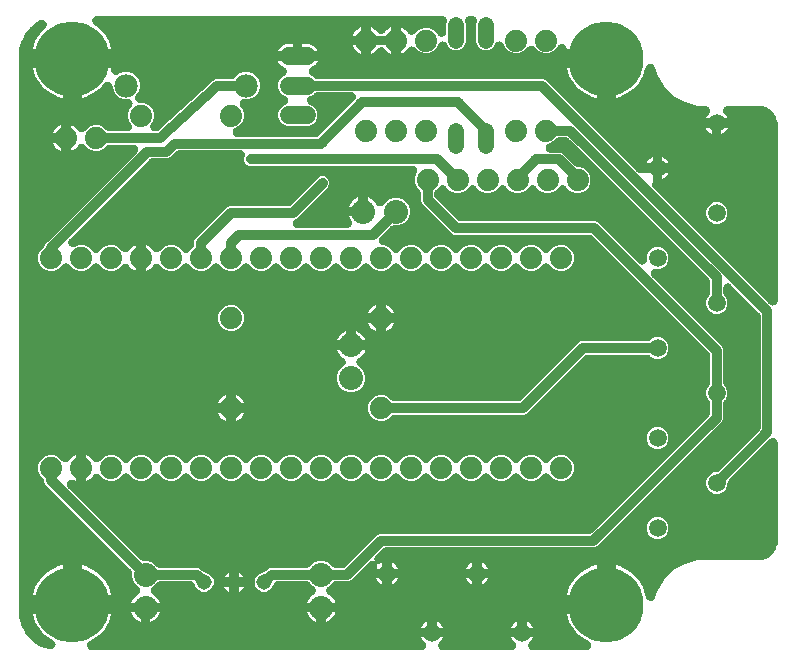
<source format=gbr>
G04 EAGLE Gerber RS-274X export*
G75*
%MOMM*%
%FSLAX34Y34*%
%LPD*%
%INBottom Copper*%
%IPPOS*%
%AMOC8*
5,1,8,0,0,1.08239X$1,22.5*%
G01*
%ADD10C,2.032000*%
%ADD11C,1.981200*%
%ADD12C,1.879600*%
%ADD13C,1.320800*%
%ADD14C,1.524000*%
%ADD15C,6.350000*%
%ADD16C,1.508000*%
%ADD17C,1.308000*%
%ADD18C,0.756400*%
%ADD19C,0.812800*%

G36*
X351650Y10933D02*
X351650Y10933D01*
X351800Y10934D01*
X351934Y10953D01*
X352069Y10963D01*
X352216Y10994D01*
X352364Y11015D01*
X352494Y11053D01*
X352627Y11082D01*
X352767Y11133D01*
X352911Y11175D01*
X353034Y11231D01*
X353162Y11278D01*
X353294Y11348D01*
X353430Y11410D01*
X353545Y11482D01*
X353664Y11546D01*
X353785Y11635D01*
X353912Y11715D01*
X354015Y11803D01*
X354124Y11883D01*
X354231Y11987D01*
X354345Y12084D01*
X354435Y12186D01*
X354532Y12280D01*
X354624Y12399D01*
X354723Y12511D01*
X354798Y12624D01*
X354881Y12731D01*
X354955Y12861D01*
X355038Y12986D01*
X355096Y13108D01*
X355163Y13226D01*
X355219Y13365D01*
X355283Y13500D01*
X355323Y13629D01*
X355373Y13755D01*
X355409Y13901D01*
X355454Y14044D01*
X355476Y14177D01*
X355508Y14309D01*
X355522Y14458D01*
X355547Y14606D01*
X355550Y14741D01*
X355563Y14876D01*
X355556Y15026D01*
X355560Y15176D01*
X355544Y15310D01*
X355538Y15446D01*
X355511Y15593D01*
X355493Y15742D01*
X355459Y15873D01*
X355434Y16006D01*
X355387Y16148D01*
X355348Y16293D01*
X355296Y16418D01*
X355253Y16546D01*
X355186Y16680D01*
X355128Y16818D01*
X355059Y16934D01*
X354998Y17055D01*
X354913Y17179D01*
X354836Y17307D01*
X354751Y17413D01*
X354674Y17524D01*
X354572Y17634D01*
X354478Y17751D01*
X354404Y17817D01*
X354288Y17943D01*
X354249Y17975D01*
X352991Y19233D01*
X352058Y20517D01*
X351437Y21737D01*
X360680Y21737D01*
X369923Y21737D01*
X369302Y20517D01*
X368369Y19233D01*
X367090Y17954D01*
X367035Y17908D01*
X366935Y17796D01*
X366828Y17692D01*
X366745Y17585D01*
X366654Y17484D01*
X366571Y17360D01*
X366479Y17241D01*
X366412Y17124D01*
X366336Y17011D01*
X366271Y16876D01*
X366197Y16746D01*
X366147Y16620D01*
X366088Y16498D01*
X366042Y16356D01*
X365987Y16217D01*
X365955Y16085D01*
X365913Y15956D01*
X365888Y15809D01*
X365852Y15663D01*
X365839Y15528D01*
X365816Y15395D01*
X365812Y15245D01*
X365797Y15096D01*
X365803Y14960D01*
X365799Y14825D01*
X365815Y14676D01*
X365822Y14526D01*
X365846Y14393D01*
X365861Y14259D01*
X365898Y14114D01*
X365926Y13966D01*
X365969Y13838D01*
X366002Y13707D01*
X366059Y13568D01*
X366107Y13426D01*
X366168Y13305D01*
X366219Y13180D01*
X366295Y13051D01*
X366362Y12917D01*
X366439Y12805D01*
X366508Y12688D01*
X366601Y12571D01*
X366686Y12448D01*
X366778Y12348D01*
X366862Y12242D01*
X366971Y12139D01*
X367072Y12029D01*
X367177Y11943D01*
X367275Y11850D01*
X367397Y11763D01*
X367513Y11668D01*
X367629Y11598D01*
X367739Y11519D01*
X367872Y11450D01*
X368001Y11373D01*
X368125Y11319D01*
X368245Y11257D01*
X368387Y11207D01*
X368524Y11148D01*
X368655Y11113D01*
X368783Y11068D01*
X368930Y11038D01*
X369074Y10999D01*
X369173Y10990D01*
X369341Y10956D01*
X369777Y10931D01*
X369859Y10923D01*
X427701Y10923D01*
X427851Y10933D01*
X428002Y10934D01*
X428135Y10953D01*
X428269Y10963D01*
X428417Y10994D01*
X428566Y11016D01*
X428695Y11054D01*
X428827Y11082D01*
X428968Y11134D01*
X429113Y11176D01*
X429235Y11231D01*
X429362Y11278D01*
X429495Y11349D01*
X429632Y11411D01*
X429745Y11483D01*
X429864Y11546D01*
X429986Y11635D01*
X430113Y11716D01*
X430215Y11803D01*
X430324Y11883D01*
X430432Y11988D01*
X430547Y12086D01*
X430636Y12186D01*
X430732Y12280D01*
X430825Y12400D01*
X430924Y12512D01*
X430999Y12624D01*
X431081Y12731D01*
X431156Y12862D01*
X431239Y12987D01*
X431297Y13109D01*
X431363Y13226D01*
X431419Y13366D01*
X431484Y13502D01*
X431524Y13630D01*
X431574Y13755D01*
X431609Y13902D01*
X431654Y14046D01*
X431676Y14178D01*
X431708Y14309D01*
X431722Y14459D01*
X431747Y14608D01*
X431750Y14742D01*
X431763Y14876D01*
X431756Y15027D01*
X431760Y15177D01*
X431744Y15311D01*
X431738Y15446D01*
X431711Y15594D01*
X431693Y15743D01*
X431659Y15873D01*
X431634Y16006D01*
X431586Y16149D01*
X431548Y16294D01*
X431496Y16418D01*
X431453Y16546D01*
X431385Y16681D01*
X431327Y16820D01*
X431258Y16935D01*
X431198Y17055D01*
X431112Y17179D01*
X431035Y17309D01*
X430950Y17413D01*
X430874Y17524D01*
X430772Y17635D01*
X430677Y17752D01*
X430603Y17818D01*
X430488Y17943D01*
X430448Y17975D01*
X429191Y19233D01*
X428258Y20517D01*
X427637Y21737D01*
X436880Y21737D01*
X446123Y21737D01*
X445502Y20517D01*
X444569Y19233D01*
X443291Y17955D01*
X443236Y17909D01*
X443136Y17797D01*
X443028Y17692D01*
X442945Y17585D01*
X442855Y17485D01*
X442771Y17360D01*
X442679Y17241D01*
X442612Y17124D01*
X442537Y17013D01*
X442471Y16877D01*
X442397Y16746D01*
X442347Y16621D01*
X442288Y16500D01*
X442242Y16357D01*
X442186Y16217D01*
X442155Y16086D01*
X442114Y15958D01*
X442088Y15809D01*
X442052Y15663D01*
X442039Y15529D01*
X442016Y15396D01*
X442012Y15246D01*
X441997Y15096D01*
X442003Y14961D01*
X441999Y14827D01*
X442015Y14677D01*
X442022Y14526D01*
X442046Y14394D01*
X442061Y14260D01*
X442098Y14114D01*
X442126Y13966D01*
X442169Y13839D01*
X442202Y13708D01*
X442259Y13569D01*
X442307Y13426D01*
X442367Y13306D01*
X442418Y13181D01*
X442495Y13051D01*
X442562Y12917D01*
X442639Y12806D01*
X442707Y12690D01*
X442800Y12572D01*
X442886Y12448D01*
X442977Y12349D01*
X443061Y12243D01*
X443170Y12140D01*
X443272Y12029D01*
X443377Y11944D01*
X443474Y11851D01*
X443597Y11764D01*
X443713Y11668D01*
X443828Y11598D01*
X443938Y11520D01*
X444072Y11451D01*
X444201Y11373D01*
X444324Y11320D01*
X444444Y11258D01*
X444586Y11208D01*
X444724Y11148D01*
X444854Y11113D01*
X444981Y11068D01*
X445129Y11039D01*
X445274Y10999D01*
X445372Y10990D01*
X445540Y10956D01*
X445978Y10931D01*
X446059Y10923D01*
X491265Y10923D01*
X491408Y10933D01*
X491551Y10933D01*
X491692Y10953D01*
X491833Y10963D01*
X491974Y10993D01*
X492115Y11013D01*
X492252Y11052D01*
X492390Y11082D01*
X492525Y11131D01*
X492663Y11171D01*
X492792Y11229D01*
X492926Y11278D01*
X493052Y11345D01*
X493183Y11404D01*
X493303Y11479D01*
X493428Y11546D01*
X493544Y11631D01*
X493665Y11707D01*
X493773Y11799D01*
X493888Y11883D01*
X493991Y11983D01*
X494100Y12075D01*
X494194Y12181D01*
X494296Y12280D01*
X494384Y12393D01*
X494479Y12500D01*
X494558Y12619D01*
X494645Y12731D01*
X494716Y12855D01*
X494795Y12975D01*
X494857Y13103D01*
X494927Y13226D01*
X494980Y13359D01*
X495042Y13488D01*
X495085Y13623D01*
X495137Y13755D01*
X495171Y13895D01*
X495214Y14031D01*
X495238Y14171D01*
X495271Y14309D01*
X495285Y14452D01*
X495309Y14593D01*
X495313Y14735D01*
X495327Y14876D01*
X495320Y15020D01*
X495324Y15163D01*
X495308Y15304D01*
X495302Y15446D01*
X495276Y15586D01*
X495260Y15729D01*
X495224Y15866D01*
X495198Y16006D01*
X495153Y16141D01*
X495116Y16280D01*
X495062Y16411D01*
X495017Y16546D01*
X494953Y16674D01*
X494898Y16806D01*
X494825Y16928D01*
X494762Y17055D01*
X494680Y17173D01*
X494607Y17297D01*
X494519Y17407D01*
X494438Y17524D01*
X494341Y17630D01*
X494251Y17741D01*
X494148Y17839D01*
X494052Y17943D01*
X493940Y18034D01*
X493836Y18132D01*
X493751Y18189D01*
X493610Y18304D01*
X493258Y18518D01*
X493180Y18569D01*
X490350Y20082D01*
X487549Y21954D01*
X484944Y24092D01*
X482562Y26474D01*
X480424Y29079D01*
X478553Y31880D01*
X476964Y34851D01*
X475675Y37964D01*
X474697Y41188D01*
X474629Y41531D01*
X504064Y41531D01*
X504293Y41547D01*
X504523Y41557D01*
X504577Y41567D01*
X504632Y41571D01*
X504857Y41619D01*
X505084Y41661D01*
X505136Y41678D01*
X505189Y41690D01*
X505406Y41769D01*
X505624Y41842D01*
X505673Y41867D01*
X505724Y41886D01*
X505928Y41994D01*
X506133Y42097D01*
X506178Y42128D01*
X506227Y42154D01*
X506412Y42290D01*
X506602Y42421D01*
X506643Y42458D01*
X506687Y42491D01*
X506852Y42651D01*
X507021Y42807D01*
X507056Y42850D01*
X507095Y42888D01*
X507236Y43070D01*
X507382Y43248D01*
X507410Y43295D01*
X507444Y43339D01*
X507558Y43539D01*
X507677Y43736D01*
X507699Y43786D01*
X507726Y43834D01*
X507811Y44048D01*
X507902Y44259D01*
X507916Y44312D01*
X507936Y44363D01*
X507991Y44588D01*
X508051Y44809D01*
X508055Y44853D01*
X508070Y44917D01*
X508126Y45484D01*
X508123Y45550D01*
X508127Y45594D01*
X508127Y49403D01*
X511936Y49403D01*
X512165Y49419D01*
X512396Y49429D01*
X512450Y49439D01*
X512504Y49443D01*
X512730Y49491D01*
X512956Y49533D01*
X513008Y49551D01*
X513062Y49562D01*
X513278Y49641D01*
X513496Y49714D01*
X513545Y49739D01*
X513597Y49758D01*
X513800Y49866D01*
X514005Y49969D01*
X514051Y50001D01*
X514099Y50027D01*
X514285Y50162D01*
X514474Y50293D01*
X514515Y50331D01*
X514559Y50363D01*
X514724Y50523D01*
X514893Y50680D01*
X514928Y50722D01*
X514967Y50760D01*
X515108Y50942D01*
X515254Y51121D01*
X515282Y51168D01*
X515316Y51211D01*
X515430Y51411D01*
X515549Y51608D01*
X515571Y51658D01*
X515598Y51706D01*
X515683Y51921D01*
X515774Y52132D01*
X515788Y52184D01*
X515808Y52236D01*
X515863Y52460D01*
X515923Y52681D01*
X515927Y52726D01*
X515943Y52789D01*
X515998Y53357D01*
X515995Y53422D01*
X515999Y53466D01*
X515999Y82901D01*
X516342Y82833D01*
X519566Y81855D01*
X522679Y80566D01*
X525650Y78977D01*
X528451Y77106D01*
X531056Y74968D01*
X533438Y72586D01*
X535576Y69981D01*
X537447Y67180D01*
X539036Y64209D01*
X540325Y61096D01*
X541303Y57872D01*
X541703Y55860D01*
X541759Y55658D01*
X541806Y55454D01*
X541834Y55383D01*
X541853Y55310D01*
X541936Y55118D01*
X542012Y54922D01*
X542049Y54856D01*
X542079Y54787D01*
X542188Y54608D01*
X542290Y54425D01*
X542336Y54365D01*
X542375Y54300D01*
X542508Y54139D01*
X542635Y53972D01*
X542689Y53918D01*
X542737Y53860D01*
X542891Y53719D01*
X543041Y53571D01*
X543101Y53526D01*
X543157Y53475D01*
X543329Y53356D01*
X543498Y53231D01*
X543564Y53195D01*
X543626Y53152D01*
X543814Y53058D01*
X543998Y52958D01*
X544069Y52931D01*
X544136Y52898D01*
X544335Y52831D01*
X544531Y52758D01*
X544605Y52741D01*
X544677Y52717D01*
X544883Y52680D01*
X545088Y52634D01*
X545163Y52628D01*
X545237Y52615D01*
X545446Y52606D01*
X545656Y52590D01*
X545731Y52594D01*
X545806Y52591D01*
X546015Y52612D01*
X546224Y52625D01*
X546298Y52640D01*
X546373Y52648D01*
X546577Y52697D01*
X546782Y52739D01*
X546854Y52765D01*
X546927Y52783D01*
X547122Y52861D01*
X547319Y52931D01*
X547386Y52966D01*
X547456Y52994D01*
X547638Y53098D01*
X547824Y53196D01*
X547885Y53240D01*
X547951Y53277D01*
X548116Y53406D01*
X548286Y53528D01*
X548341Y53581D01*
X548400Y53627D01*
X548546Y53777D01*
X548698Y53922D01*
X548745Y53982D01*
X548797Y54036D01*
X548920Y54205D01*
X549050Y54370D01*
X549088Y54436D01*
X549133Y54497D01*
X549231Y54681D01*
X549336Y54863D01*
X549357Y54919D01*
X549400Y54999D01*
X549595Y55535D01*
X549603Y55575D01*
X549613Y55601D01*
X550860Y60252D01*
X556621Y70231D01*
X564769Y78379D01*
X574748Y84140D01*
X585878Y87123D01*
X637862Y87123D01*
X638030Y87135D01*
X638128Y87131D01*
X639611Y87229D01*
X639615Y87229D01*
X639619Y87229D01*
X639638Y87232D01*
X640176Y87306D01*
X640312Y87344D01*
X640397Y87358D01*
X643262Y88126D01*
X643392Y88171D01*
X643524Y88206D01*
X643620Y88250D01*
X643801Y88312D01*
X644150Y88490D01*
X644242Y88532D01*
X646811Y90015D01*
X646924Y90092D01*
X647043Y90160D01*
X647125Y90227D01*
X647283Y90334D01*
X647574Y90596D01*
X647652Y90661D01*
X649749Y92758D01*
X649839Y92862D01*
X649936Y92958D01*
X649998Y93044D01*
X650123Y93188D01*
X650336Y93517D01*
X650395Y93599D01*
X651878Y96168D01*
X651938Y96291D01*
X652007Y96410D01*
X652044Y96509D01*
X652128Y96680D01*
X652248Y97053D01*
X652284Y97148D01*
X653052Y100013D01*
X653052Y100017D01*
X653054Y100021D01*
X653057Y100041D01*
X653160Y100572D01*
X653167Y100714D01*
X653181Y100799D01*
X653279Y102282D01*
X653278Y102450D01*
X653287Y102548D01*
X653287Y186394D01*
X653279Y186509D01*
X653281Y186624D01*
X653259Y186793D01*
X653247Y186962D01*
X653223Y187075D01*
X653209Y187189D01*
X653164Y187354D01*
X653128Y187520D01*
X653089Y187628D01*
X653058Y187739D01*
X652991Y187895D01*
X652932Y188055D01*
X652878Y188156D01*
X652832Y188262D01*
X652744Y188407D01*
X652664Y188557D01*
X652596Y188650D01*
X652536Y188749D01*
X652428Y188880D01*
X652327Y189017D01*
X652247Y189100D01*
X652174Y189189D01*
X652049Y189303D01*
X651930Y189425D01*
X651839Y189496D01*
X651754Y189574D01*
X651614Y189670D01*
X651479Y189774D01*
X651379Y189831D01*
X651284Y189896D01*
X651132Y189972D01*
X650984Y190056D01*
X650877Y190099D01*
X650774Y190150D01*
X650613Y190204D01*
X650455Y190267D01*
X650342Y190294D01*
X650233Y190330D01*
X650066Y190361D01*
X649901Y190401D01*
X649786Y190412D01*
X649673Y190432D01*
X649503Y190439D01*
X649334Y190456D01*
X649219Y190451D01*
X649103Y190456D01*
X648934Y190439D01*
X648764Y190431D01*
X648651Y190410D01*
X648537Y190399D01*
X648371Y190358D01*
X648204Y190327D01*
X648095Y190291D01*
X647983Y190263D01*
X647825Y190200D01*
X647664Y190146D01*
X647561Y190094D01*
X647454Y190052D01*
X647307Y189967D01*
X647155Y189891D01*
X647060Y189825D01*
X646960Y189768D01*
X646871Y189695D01*
X646686Y189567D01*
X646442Y189342D01*
X646351Y189267D01*
X611835Y154751D01*
X611795Y154706D01*
X611751Y154665D01*
X611609Y154491D01*
X611461Y154321D01*
X611428Y154270D01*
X611390Y154224D01*
X611273Y154031D01*
X611151Y153843D01*
X611126Y153788D01*
X611095Y153736D01*
X611006Y153530D01*
X610911Y153326D01*
X610894Y153268D01*
X610870Y153213D01*
X610812Y152996D01*
X610746Y152781D01*
X610737Y152721D01*
X610721Y152663D01*
X610710Y152546D01*
X610659Y152218D01*
X610656Y151993D01*
X610645Y151878D01*
X610645Y150597D01*
X609265Y147265D01*
X606715Y144715D01*
X603383Y143335D01*
X599777Y143335D01*
X596445Y144715D01*
X593895Y147265D01*
X592515Y150597D01*
X592515Y154203D01*
X593895Y157535D01*
X596445Y160085D01*
X599777Y161465D01*
X601058Y161465D01*
X601118Y161469D01*
X601179Y161467D01*
X601402Y161489D01*
X601626Y161505D01*
X601686Y161517D01*
X601746Y161523D01*
X601964Y161577D01*
X602184Y161624D01*
X602240Y161644D01*
X602299Y161659D01*
X602508Y161742D01*
X602719Y161820D01*
X602772Y161848D01*
X602828Y161870D01*
X603023Y161982D01*
X603221Y162088D01*
X603270Y162124D01*
X603322Y162154D01*
X603413Y162229D01*
X603681Y162425D01*
X603842Y162582D01*
X603931Y162655D01*
X637746Y196470D01*
X637786Y196515D01*
X637830Y196556D01*
X637972Y196730D01*
X638120Y196900D01*
X638153Y196951D01*
X638191Y196997D01*
X638308Y197190D01*
X638430Y197378D01*
X638455Y197433D01*
X638486Y197485D01*
X638575Y197691D01*
X638670Y197895D01*
X638687Y197953D01*
X638711Y198008D01*
X638769Y198225D01*
X638835Y198440D01*
X638844Y198500D01*
X638860Y198558D01*
X638871Y198675D01*
X638922Y199003D01*
X638925Y199228D01*
X638936Y199343D01*
X638936Y293817D01*
X638932Y293877D01*
X638934Y293938D01*
X638912Y294161D01*
X638896Y294385D01*
X638884Y294445D01*
X638878Y294505D01*
X638824Y294723D01*
X638777Y294943D01*
X638757Y294999D01*
X638742Y295058D01*
X638659Y295267D01*
X638581Y295478D01*
X638553Y295531D01*
X638531Y295587D01*
X638419Y295782D01*
X638313Y295980D01*
X638277Y296029D01*
X638247Y296081D01*
X638172Y296172D01*
X637976Y296440D01*
X637819Y296601D01*
X637746Y296690D01*
X614105Y320331D01*
X614018Y320407D01*
X613938Y320489D01*
X613803Y320593D01*
X613675Y320705D01*
X613578Y320768D01*
X613487Y320838D01*
X613339Y320922D01*
X613197Y321015D01*
X613092Y321063D01*
X612992Y321120D01*
X612834Y321183D01*
X612680Y321255D01*
X612570Y321288D01*
X612463Y321331D01*
X612297Y321371D01*
X612135Y321420D01*
X612021Y321437D01*
X611909Y321465D01*
X611739Y321481D01*
X611572Y321507D01*
X611457Y321509D01*
X611342Y321520D01*
X611172Y321513D01*
X611002Y321515D01*
X610888Y321500D01*
X610772Y321495D01*
X610605Y321464D01*
X610437Y321443D01*
X610325Y321412D01*
X610212Y321391D01*
X610051Y321337D01*
X609887Y321292D01*
X609781Y321247D01*
X609672Y321210D01*
X609520Y321134D01*
X609364Y321066D01*
X609266Y321006D01*
X609163Y320955D01*
X609023Y320858D01*
X608878Y320770D01*
X608789Y320697D01*
X608694Y320631D01*
X608569Y320516D01*
X608437Y320408D01*
X608360Y320323D01*
X608275Y320245D01*
X608167Y320113D01*
X608052Y319988D01*
X607987Y319893D01*
X607914Y319804D01*
X607826Y319658D01*
X607730Y319518D01*
X607678Y319415D01*
X607619Y319316D01*
X607552Y319160D01*
X607476Y319008D01*
X607440Y318899D01*
X607394Y318793D01*
X607350Y318629D01*
X607296Y318467D01*
X607275Y318354D01*
X607245Y318243D01*
X607234Y318128D01*
X607194Y317907D01*
X607180Y317575D01*
X607169Y317458D01*
X607169Y313714D01*
X607173Y313654D01*
X607171Y313593D01*
X607193Y313370D01*
X607209Y313145D01*
X607221Y313086D01*
X607227Y313026D01*
X607281Y312808D01*
X607328Y312588D01*
X607348Y312532D01*
X607363Y312473D01*
X607446Y312264D01*
X607524Y312053D01*
X607552Y312000D01*
X607574Y311944D01*
X607686Y311749D01*
X607792Y311551D01*
X607828Y311502D01*
X607858Y311450D01*
X607933Y311359D01*
X608129Y311091D01*
X608286Y310930D01*
X608359Y310841D01*
X609265Y309935D01*
X610645Y306603D01*
X610645Y302997D01*
X609265Y299665D01*
X606715Y297115D01*
X603383Y295735D01*
X599777Y295735D01*
X596445Y297115D01*
X593895Y299665D01*
X592515Y302997D01*
X592515Y306603D01*
X593895Y309935D01*
X594801Y310841D01*
X594841Y310886D01*
X594885Y310927D01*
X595027Y311101D01*
X595175Y311271D01*
X595208Y311321D01*
X595246Y311368D01*
X595363Y311561D01*
X595485Y311749D01*
X595510Y311804D01*
X595541Y311855D01*
X595630Y312062D01*
X595725Y312266D01*
X595742Y312324D01*
X595766Y312379D01*
X595824Y312596D01*
X595890Y312811D01*
X595899Y312871D01*
X595915Y312929D01*
X595926Y313046D01*
X595977Y313374D01*
X595980Y313599D01*
X595991Y313714D01*
X595991Y322792D01*
X595987Y322852D01*
X595989Y322913D01*
X595967Y323136D01*
X595951Y323360D01*
X595939Y323420D01*
X595933Y323480D01*
X595879Y323698D01*
X595832Y323918D01*
X595812Y323974D01*
X595797Y324033D01*
X595714Y324242D01*
X595636Y324453D01*
X595608Y324506D01*
X595586Y324562D01*
X595474Y324757D01*
X595368Y324955D01*
X595332Y325004D01*
X595302Y325056D01*
X595227Y325147D01*
X595031Y325415D01*
X594874Y325576D01*
X594801Y325665D01*
X476395Y444071D01*
X476350Y444111D01*
X476309Y444155D01*
X476135Y444297D01*
X475965Y444445D01*
X475914Y444478D01*
X475868Y444516D01*
X475675Y444633D01*
X475487Y444755D01*
X475432Y444780D01*
X475380Y444811D01*
X475174Y444900D01*
X474970Y444995D01*
X474912Y445012D01*
X474857Y445036D01*
X474640Y445094D01*
X474425Y445160D01*
X474365Y445169D01*
X474307Y445185D01*
X474190Y445196D01*
X473862Y445247D01*
X473637Y445250D01*
X473522Y445261D01*
X468741Y445261D01*
X468681Y445257D01*
X468621Y445259D01*
X468397Y445237D01*
X468173Y445221D01*
X468114Y445209D01*
X468054Y445203D01*
X467836Y445149D01*
X467616Y445102D01*
X467559Y445082D01*
X467500Y445067D01*
X467292Y444984D01*
X467081Y444906D01*
X467027Y444878D01*
X466971Y444856D01*
X466777Y444744D01*
X466578Y444638D01*
X466530Y444602D01*
X466477Y444572D01*
X466386Y444497D01*
X466118Y444301D01*
X465957Y444144D01*
X465868Y444071D01*
X463387Y441590D01*
X459239Y439872D01*
X459188Y439846D01*
X459133Y439826D01*
X458932Y439719D01*
X458729Y439618D01*
X458682Y439585D01*
X458631Y439558D01*
X458447Y439423D01*
X458260Y439294D01*
X458218Y439255D01*
X458171Y439221D01*
X458008Y439063D01*
X457841Y438909D01*
X457804Y438864D01*
X457763Y438824D01*
X457623Y438644D01*
X457479Y438468D01*
X457449Y438419D01*
X457414Y438373D01*
X457301Y438175D01*
X457183Y437981D01*
X457160Y437928D01*
X457132Y437878D01*
X457048Y437666D01*
X456958Y437458D01*
X456943Y437402D01*
X456922Y437349D01*
X456868Y437127D01*
X456808Y436908D01*
X456801Y436851D01*
X456787Y436795D01*
X456765Y436568D01*
X456737Y436343D01*
X456738Y436285D01*
X456732Y436228D01*
X456742Y436000D01*
X456745Y435773D01*
X456754Y435716D01*
X456757Y435658D01*
X456798Y435435D01*
X456833Y435210D01*
X456850Y435155D01*
X456861Y435098D01*
X456933Y434883D01*
X456999Y434665D01*
X457024Y434613D01*
X457042Y434558D01*
X457144Y434354D01*
X457240Y434148D01*
X457271Y434100D01*
X457297Y434049D01*
X457427Y433861D01*
X457550Y433671D01*
X457588Y433627D01*
X457621Y433580D01*
X457776Y433412D01*
X457925Y433241D01*
X457968Y433203D01*
X458007Y433161D01*
X458184Y433016D01*
X458355Y432868D01*
X458404Y432837D01*
X458448Y432800D01*
X458643Y432682D01*
X458834Y432559D01*
X458886Y432534D01*
X458936Y432505D01*
X459144Y432415D01*
X459351Y432320D01*
X459406Y432303D01*
X459459Y432280D01*
X459679Y432221D01*
X459897Y432155D01*
X459954Y432146D01*
X460009Y432131D01*
X460125Y432120D01*
X460460Y432069D01*
X460680Y432066D01*
X460794Y432055D01*
X469599Y432055D01*
X471653Y431204D01*
X481804Y421053D01*
X481850Y421013D01*
X481891Y420969D01*
X482065Y420827D01*
X482234Y420679D01*
X482285Y420646D01*
X482332Y420608D01*
X482524Y420491D01*
X482713Y420369D01*
X482767Y420344D01*
X482819Y420313D01*
X483025Y420224D01*
X483229Y420129D01*
X483287Y420112D01*
X483343Y420088D01*
X483559Y420030D01*
X483775Y419964D01*
X483834Y419955D01*
X483893Y419939D01*
X484010Y419928D01*
X484338Y419877D01*
X484563Y419874D01*
X484677Y419863D01*
X486043Y419863D01*
X490057Y418200D01*
X493130Y415127D01*
X494793Y411113D01*
X494793Y406767D01*
X493130Y402753D01*
X490057Y399680D01*
X486043Y398017D01*
X481697Y398017D01*
X477683Y399680D01*
X474043Y403320D01*
X473869Y403471D01*
X473700Y403626D01*
X473654Y403657D01*
X473613Y403693D01*
X473420Y403819D01*
X473230Y403949D01*
X473181Y403973D01*
X473135Y404003D01*
X472926Y404100D01*
X472720Y404203D01*
X472668Y404220D01*
X472618Y404243D01*
X472397Y404310D01*
X472179Y404383D01*
X472125Y404392D01*
X472073Y404408D01*
X471845Y404444D01*
X471619Y404485D01*
X471564Y404487D01*
X471510Y404496D01*
X471280Y404499D01*
X471049Y404508D01*
X470995Y404503D01*
X470940Y404503D01*
X470711Y404474D01*
X470482Y404451D01*
X470429Y404438D01*
X470375Y404431D01*
X470152Y404370D01*
X469929Y404316D01*
X469878Y404295D01*
X469825Y404281D01*
X469613Y404189D01*
X469400Y404104D01*
X469353Y404077D01*
X469302Y404055D01*
X469105Y403935D01*
X468906Y403821D01*
X468872Y403792D01*
X468816Y403758D01*
X468375Y403396D01*
X468331Y403348D01*
X468297Y403320D01*
X464657Y399680D01*
X460643Y398017D01*
X456297Y398017D01*
X452283Y399680D01*
X448643Y403320D01*
X448469Y403471D01*
X448300Y403626D01*
X448254Y403657D01*
X448213Y403693D01*
X448020Y403819D01*
X447830Y403949D01*
X447781Y403973D01*
X447735Y404003D01*
X447526Y404100D01*
X447320Y404203D01*
X447268Y404220D01*
X447218Y404243D01*
X446998Y404310D01*
X446779Y404383D01*
X446725Y404392D01*
X446673Y404408D01*
X446446Y404444D01*
X446219Y404485D01*
X446164Y404487D01*
X446110Y404496D01*
X445880Y404499D01*
X445649Y404508D01*
X445595Y404503D01*
X445540Y404503D01*
X445312Y404474D01*
X445083Y404451D01*
X445029Y404438D01*
X444975Y404431D01*
X444752Y404370D01*
X444529Y404316D01*
X444478Y404295D01*
X444425Y404281D01*
X444214Y404190D01*
X444000Y404104D01*
X443952Y404077D01*
X443902Y404055D01*
X443706Y403935D01*
X443506Y403821D01*
X443472Y403792D01*
X443416Y403758D01*
X442975Y403396D01*
X442931Y403348D01*
X442897Y403320D01*
X439257Y399680D01*
X435243Y398017D01*
X430897Y398017D01*
X426883Y399680D01*
X423243Y403320D01*
X423069Y403471D01*
X422900Y403626D01*
X422854Y403657D01*
X422813Y403693D01*
X422620Y403819D01*
X422430Y403949D01*
X422381Y403973D01*
X422335Y404003D01*
X422126Y404100D01*
X421920Y404203D01*
X421868Y404220D01*
X421818Y404243D01*
X421597Y404310D01*
X421379Y404383D01*
X421325Y404392D01*
X421273Y404408D01*
X421045Y404444D01*
X420819Y404485D01*
X420764Y404487D01*
X420710Y404496D01*
X420480Y404499D01*
X420249Y404508D01*
X420195Y404503D01*
X420140Y404503D01*
X419911Y404474D01*
X419682Y404451D01*
X419629Y404438D01*
X419575Y404431D01*
X419352Y404370D01*
X419129Y404316D01*
X419078Y404295D01*
X419025Y404281D01*
X418813Y404189D01*
X418600Y404104D01*
X418553Y404077D01*
X418502Y404055D01*
X418305Y403935D01*
X418106Y403821D01*
X418072Y403792D01*
X418016Y403758D01*
X417575Y403396D01*
X417531Y403348D01*
X417497Y403320D01*
X413857Y399680D01*
X409843Y398017D01*
X405497Y398017D01*
X401483Y399680D01*
X397843Y403320D01*
X397669Y403471D01*
X397500Y403626D01*
X397454Y403657D01*
X397413Y403693D01*
X397220Y403819D01*
X397030Y403949D01*
X396981Y403973D01*
X396935Y404003D01*
X396726Y404100D01*
X396520Y404203D01*
X396468Y404220D01*
X396418Y404243D01*
X396197Y404310D01*
X395979Y404383D01*
X395925Y404392D01*
X395873Y404408D01*
X395645Y404444D01*
X395419Y404485D01*
X395364Y404487D01*
X395310Y404496D01*
X395080Y404499D01*
X394849Y404508D01*
X394795Y404503D01*
X394740Y404503D01*
X394511Y404474D01*
X394282Y404451D01*
X394229Y404438D01*
X394175Y404431D01*
X393952Y404370D01*
X393729Y404316D01*
X393678Y404295D01*
X393625Y404281D01*
X393413Y404189D01*
X393200Y404104D01*
X393153Y404077D01*
X393102Y404055D01*
X392905Y403935D01*
X392706Y403821D01*
X392672Y403792D01*
X392616Y403758D01*
X392175Y403396D01*
X392131Y403348D01*
X392097Y403320D01*
X388457Y399680D01*
X384443Y398017D01*
X380097Y398017D01*
X376083Y399680D01*
X372443Y403320D01*
X372269Y403471D01*
X372100Y403626D01*
X372055Y403657D01*
X372013Y403693D01*
X371820Y403819D01*
X371630Y403949D01*
X371581Y403973D01*
X371535Y404003D01*
X371326Y404100D01*
X371120Y404203D01*
X371068Y404220D01*
X371018Y404243D01*
X370798Y404310D01*
X370579Y404383D01*
X370525Y404392D01*
X370473Y404408D01*
X370245Y404444D01*
X370019Y404485D01*
X369964Y404487D01*
X369910Y404496D01*
X369680Y404499D01*
X369449Y404508D01*
X369395Y404503D01*
X369340Y404503D01*
X369111Y404474D01*
X368883Y404451D01*
X368829Y404438D01*
X368775Y404431D01*
X368552Y404370D01*
X368329Y404316D01*
X368278Y404295D01*
X368225Y404281D01*
X368014Y404190D01*
X367800Y404104D01*
X367752Y404077D01*
X367702Y404055D01*
X367505Y403935D01*
X367306Y403821D01*
X367272Y403792D01*
X367216Y403758D01*
X366775Y403396D01*
X366731Y403348D01*
X366697Y403320D01*
X363649Y400272D01*
X363609Y400226D01*
X363565Y400185D01*
X363422Y400011D01*
X363275Y399842D01*
X363242Y399791D01*
X363204Y399744D01*
X363088Y399552D01*
X362965Y399363D01*
X362940Y399309D01*
X362909Y399257D01*
X362820Y399051D01*
X362725Y398847D01*
X362708Y398789D01*
X362684Y398733D01*
X362626Y398517D01*
X362560Y398301D01*
X362551Y398242D01*
X362535Y398183D01*
X362524Y398066D01*
X362473Y397738D01*
X362470Y397513D01*
X362459Y397399D01*
X362459Y396428D01*
X362463Y396368D01*
X362461Y396307D01*
X362483Y396084D01*
X362499Y395860D01*
X362511Y395800D01*
X362517Y395740D01*
X362571Y395522D01*
X362618Y395302D01*
X362638Y395246D01*
X362653Y395187D01*
X362736Y394978D01*
X362814Y394767D01*
X362842Y394714D01*
X362864Y394658D01*
X362976Y394463D01*
X363082Y394265D01*
X363118Y394216D01*
X363148Y394164D01*
X363223Y394073D01*
X363419Y393805D01*
X363576Y393644D01*
X363649Y393555D01*
X382125Y375079D01*
X382170Y375039D01*
X382211Y374995D01*
X382385Y374853D01*
X382555Y374705D01*
X382606Y374672D01*
X382652Y374634D01*
X382845Y374517D01*
X383033Y374395D01*
X383088Y374370D01*
X383140Y374339D01*
X383346Y374250D01*
X383550Y374155D01*
X383608Y374138D01*
X383663Y374114D01*
X383880Y374056D01*
X384095Y373990D01*
X384155Y373981D01*
X384213Y373965D01*
X384330Y373954D01*
X384658Y373903D01*
X384883Y373900D01*
X384998Y373889D01*
X498928Y373889D01*
X500982Y373038D01*
X503126Y370894D01*
X535579Y338441D01*
X535666Y338366D01*
X535746Y338283D01*
X535881Y338179D01*
X536009Y338067D01*
X536106Y338005D01*
X536197Y337934D01*
X536345Y337850D01*
X536487Y337758D01*
X536592Y337709D01*
X536692Y337652D01*
X536850Y337589D01*
X537004Y337518D01*
X537114Y337484D01*
X537221Y337442D01*
X537387Y337402D01*
X537549Y337353D01*
X537663Y337335D01*
X537775Y337308D01*
X537945Y337291D01*
X538112Y337265D01*
X538227Y337264D01*
X538342Y337252D01*
X538512Y337260D01*
X538682Y337258D01*
X538796Y337272D01*
X538912Y337277D01*
X539079Y337308D01*
X539247Y337330D01*
X539359Y337360D01*
X539472Y337381D01*
X539633Y337435D01*
X539797Y337480D01*
X539903Y337526D01*
X540012Y337562D01*
X540164Y337638D01*
X540320Y337706D01*
X540418Y337766D01*
X540521Y337817D01*
X540661Y337914D01*
X540806Y338003D01*
X540895Y338076D01*
X540990Y338141D01*
X541115Y338257D01*
X541247Y338365D01*
X541324Y338449D01*
X541409Y338528D01*
X541517Y338659D01*
X541632Y338784D01*
X541697Y338879D01*
X541770Y338969D01*
X541858Y339114D01*
X541954Y339254D01*
X542006Y339357D01*
X542065Y339456D01*
X542132Y339612D01*
X542208Y339764D01*
X542244Y339874D01*
X542290Y339980D01*
X542334Y340143D01*
X542388Y340305D01*
X542409Y340418D01*
X542439Y340530D01*
X542450Y340644D01*
X542490Y340865D01*
X542504Y341197D01*
X542515Y341314D01*
X542515Y344703D01*
X543895Y348035D01*
X546445Y350585D01*
X549777Y351965D01*
X553383Y351965D01*
X556715Y350585D01*
X559265Y348035D01*
X560645Y344703D01*
X560645Y341097D01*
X559265Y337765D01*
X556715Y335215D01*
X553383Y333835D01*
X549994Y333835D01*
X549879Y333827D01*
X549764Y333829D01*
X549596Y333807D01*
X549426Y333795D01*
X549313Y333771D01*
X549199Y333757D01*
X549035Y333712D01*
X548869Y333676D01*
X548761Y333637D01*
X548649Y333606D01*
X548493Y333539D01*
X548334Y333480D01*
X548232Y333426D01*
X548126Y333380D01*
X547981Y333292D01*
X547831Y333212D01*
X547738Y333144D01*
X547640Y333084D01*
X547508Y332976D01*
X547371Y332875D01*
X547289Y332795D01*
X547200Y332722D01*
X547085Y332597D01*
X546963Y332478D01*
X546892Y332387D01*
X546815Y332302D01*
X546718Y332162D01*
X546614Y332027D01*
X546557Y331927D01*
X546492Y331832D01*
X546416Y331680D01*
X546332Y331532D01*
X546289Y331425D01*
X546238Y331322D01*
X546185Y331161D01*
X546122Y331003D01*
X546095Y330890D01*
X546058Y330781D01*
X546028Y330614D01*
X545988Y330449D01*
X545977Y330334D01*
X545956Y330221D01*
X545949Y330051D01*
X545932Y329882D01*
X545937Y329767D01*
X545933Y329651D01*
X545950Y329482D01*
X545957Y329312D01*
X545978Y329199D01*
X545990Y329085D01*
X546030Y328919D01*
X546061Y328752D01*
X546098Y328643D01*
X546125Y328531D01*
X546188Y328373D01*
X546242Y328212D01*
X546294Y328109D01*
X546337Y328002D01*
X546421Y327855D01*
X546497Y327703D01*
X546563Y327608D01*
X546620Y327508D01*
X546693Y327419D01*
X546821Y327234D01*
X547046Y326990D01*
X547121Y326899D01*
X604174Y269846D01*
X606318Y267702D01*
X607169Y265648D01*
X607169Y237514D01*
X607173Y237454D01*
X607171Y237393D01*
X607193Y237170D01*
X607209Y236945D01*
X607221Y236886D01*
X607227Y236826D01*
X607281Y236608D01*
X607328Y236388D01*
X607348Y236332D01*
X607363Y236273D01*
X607446Y236064D01*
X607524Y235853D01*
X607552Y235800D01*
X607574Y235744D01*
X607686Y235549D01*
X607792Y235351D01*
X607828Y235302D01*
X607858Y235250D01*
X607933Y235159D01*
X608129Y234891D01*
X608286Y234730D01*
X608359Y234641D01*
X609265Y233735D01*
X609635Y232842D01*
X609635Y232841D01*
X610645Y230403D01*
X610645Y226797D01*
X609265Y223465D01*
X608359Y222559D01*
X608319Y222514D01*
X608275Y222473D01*
X608133Y222299D01*
X607985Y222129D01*
X607952Y222079D01*
X607914Y222032D01*
X607797Y221839D01*
X607675Y221651D01*
X607650Y221596D01*
X607619Y221545D01*
X607530Y221338D01*
X607435Y221134D01*
X607418Y221076D01*
X607394Y221021D01*
X607336Y220804D01*
X607270Y220589D01*
X607261Y220529D01*
X607245Y220471D01*
X607234Y220354D01*
X607183Y220026D01*
X607180Y219801D01*
X607169Y219686D01*
X607169Y206768D01*
X606318Y204714D01*
X500371Y98767D01*
X498317Y97916D01*
X321498Y97916D01*
X321438Y97912D01*
X321377Y97914D01*
X321154Y97892D01*
X320930Y97876D01*
X320870Y97864D01*
X320810Y97858D01*
X320592Y97804D01*
X320372Y97757D01*
X320316Y97737D01*
X320257Y97722D01*
X320048Y97639D01*
X319837Y97561D01*
X319784Y97533D01*
X319728Y97511D01*
X319533Y97399D01*
X319335Y97293D01*
X319286Y97257D01*
X319234Y97227D01*
X319143Y97152D01*
X318875Y96956D01*
X318714Y96799D01*
X318625Y96726D01*
X313058Y91160D01*
X312916Y90996D01*
X312768Y90837D01*
X312729Y90781D01*
X312685Y90730D01*
X312567Y90547D01*
X312443Y90369D01*
X312412Y90309D01*
X312375Y90251D01*
X312283Y90054D01*
X312186Y89861D01*
X312164Y89796D01*
X312135Y89735D01*
X312072Y89526D01*
X312002Y89321D01*
X311990Y89255D01*
X311970Y89189D01*
X311937Y88975D01*
X311896Y88762D01*
X311893Y88693D01*
X311883Y88626D01*
X311880Y88409D01*
X311869Y88192D01*
X311876Y88124D01*
X311875Y88056D01*
X311902Y87841D01*
X311923Y87625D01*
X311938Y87559D01*
X311947Y87491D01*
X312004Y87282D01*
X312054Y87071D01*
X312079Y87007D01*
X312097Y86942D01*
X312183Y86742D01*
X312263Y86540D01*
X312296Y86481D01*
X312323Y86419D01*
X312436Y86233D01*
X312543Y86044D01*
X312585Y85990D01*
X312620Y85932D01*
X312758Y85764D01*
X312890Y85592D01*
X312939Y85545D01*
X312982Y85492D01*
X313142Y85345D01*
X313297Y85193D01*
X313352Y85153D01*
X313402Y85107D01*
X313580Y84984D01*
X313755Y84855D01*
X313815Y84823D01*
X313871Y84784D01*
X314066Y84688D01*
X314257Y84585D01*
X314321Y84561D01*
X314382Y84531D01*
X314588Y84462D01*
X314791Y84387D01*
X314858Y84372D01*
X314922Y84351D01*
X315135Y84312D01*
X315348Y84265D01*
X315416Y84260D01*
X315483Y84248D01*
X315699Y84239D01*
X315916Y84223D01*
X315984Y84228D01*
X316052Y84225D01*
X316268Y84247D01*
X316485Y84261D01*
X316551Y84275D01*
X316619Y84282D01*
X316830Y84334D01*
X317042Y84378D01*
X317093Y84398D01*
X317172Y84417D01*
X317702Y84629D01*
X317745Y84654D01*
X317776Y84666D01*
X318517Y85043D01*
X318517Y79863D01*
X313337Y79863D01*
X313714Y80604D01*
X313798Y80804D01*
X313890Y81001D01*
X313910Y81066D01*
X313936Y81128D01*
X313992Y81338D01*
X314055Y81546D01*
X314066Y81613D01*
X314083Y81679D01*
X314109Y81895D01*
X314142Y82109D01*
X314143Y82177D01*
X314152Y82245D01*
X314147Y82462D01*
X314150Y82679D01*
X314142Y82746D01*
X314140Y82814D01*
X314106Y83028D01*
X314078Y83244D01*
X314060Y83310D01*
X314049Y83377D01*
X313985Y83584D01*
X313928Y83793D01*
X313901Y83856D01*
X313880Y83921D01*
X313788Y84117D01*
X313702Y84317D01*
X313666Y84375D01*
X313637Y84436D01*
X313518Y84617D01*
X313405Y84803D01*
X313362Y84856D01*
X313324Y84912D01*
X313181Y85075D01*
X313043Y85243D01*
X312993Y85289D01*
X312948Y85340D01*
X312783Y85482D01*
X312623Y85628D01*
X312567Y85667D01*
X312515Y85711D01*
X312332Y85828D01*
X312153Y85951D01*
X312093Y85981D01*
X312035Y86018D01*
X311837Y86108D01*
X311643Y86204D01*
X311579Y86226D01*
X311517Y86254D01*
X311309Y86316D01*
X311103Y86384D01*
X311036Y86397D01*
X310970Y86416D01*
X310756Y86448D01*
X310542Y86487D01*
X310474Y86490D01*
X310407Y86500D01*
X310190Y86501D01*
X309973Y86510D01*
X309905Y86503D01*
X309837Y86504D01*
X309622Y86475D01*
X309406Y86453D01*
X309340Y86437D01*
X309272Y86428D01*
X309063Y86369D01*
X308852Y86318D01*
X308789Y86292D01*
X308724Y86274D01*
X308525Y86187D01*
X308323Y86106D01*
X308264Y86072D01*
X308202Y86045D01*
X308017Y85930D01*
X307829Y85822D01*
X307787Y85788D01*
X307718Y85745D01*
X307280Y85380D01*
X307247Y85343D01*
X307220Y85322D01*
X294234Y72336D01*
X292091Y70192D01*
X290037Y69341D01*
X279319Y69341D01*
X279259Y69337D01*
X279198Y69339D01*
X278975Y69317D01*
X278751Y69301D01*
X278691Y69289D01*
X278631Y69283D01*
X278413Y69229D01*
X278193Y69182D01*
X278137Y69162D01*
X278078Y69147D01*
X277870Y69064D01*
X277658Y68986D01*
X277605Y68958D01*
X277549Y68935D01*
X277355Y68824D01*
X277156Y68718D01*
X277107Y68682D01*
X277055Y68652D01*
X276964Y68577D01*
X276696Y68381D01*
X276535Y68224D01*
X276446Y68151D01*
X273258Y64963D01*
X273170Y64919D01*
X273059Y64843D01*
X272943Y64775D01*
X272825Y64682D01*
X272701Y64596D01*
X272602Y64505D01*
X272496Y64422D01*
X272392Y64312D01*
X272281Y64210D01*
X272196Y64107D01*
X272103Y64009D01*
X272016Y63886D01*
X271920Y63770D01*
X271850Y63655D01*
X271772Y63546D01*
X271702Y63412D01*
X271624Y63283D01*
X271571Y63159D01*
X271509Y63040D01*
X271458Y62898D01*
X271399Y62760D01*
X271364Y62630D01*
X271319Y62503D01*
X271289Y62355D01*
X271249Y62210D01*
X271232Y62076D01*
X271206Y61945D01*
X271197Y61794D01*
X271178Y61645D01*
X271180Y61510D01*
X271172Y61376D01*
X271184Y61226D01*
X271186Y61075D01*
X271207Y60942D01*
X271218Y60808D01*
X271251Y60661D01*
X271274Y60512D01*
X271313Y60383D01*
X271343Y60252D01*
X271396Y60111D01*
X271440Y59967D01*
X271497Y59845D01*
X271545Y59719D01*
X271617Y59587D01*
X271681Y59450D01*
X271754Y59337D01*
X271819Y59220D01*
X271909Y59099D01*
X271991Y58972D01*
X272080Y58871D01*
X272160Y58763D01*
X272266Y58657D01*
X272365Y58543D01*
X272467Y58455D01*
X272562Y58359D01*
X272649Y58297D01*
X272796Y58170D01*
X273118Y57962D01*
X273203Y57901D01*
X273771Y57573D01*
X275092Y56559D01*
X276269Y55382D01*
X277283Y54061D01*
X278115Y52620D01*
X278753Y51081D01*
X278760Y51053D01*
X266700Y51053D01*
X254640Y51053D01*
X254647Y51081D01*
X255285Y52620D01*
X256117Y54061D01*
X257131Y55382D01*
X258308Y56559D01*
X259629Y57573D01*
X260197Y57901D01*
X260308Y57976D01*
X260425Y58043D01*
X260544Y58135D01*
X260669Y58220D01*
X260769Y58310D01*
X260875Y58392D01*
X260980Y58500D01*
X261092Y58601D01*
X261178Y58704D01*
X261272Y58801D01*
X261361Y58923D01*
X261458Y59038D01*
X261528Y59153D01*
X261608Y59261D01*
X261679Y59394D01*
X261758Y59522D01*
X261813Y59646D01*
X261876Y59764D01*
X261927Y59906D01*
X261988Y60044D01*
X262025Y60173D01*
X262071Y60299D01*
X262102Y60447D01*
X262143Y60592D01*
X262161Y60725D01*
X262189Y60857D01*
X262200Y61007D01*
X262220Y61157D01*
X262219Y61291D01*
X262228Y61425D01*
X262218Y61576D01*
X262217Y61726D01*
X262197Y61859D01*
X262188Y61994D01*
X262156Y62141D01*
X262134Y62290D01*
X262096Y62419D01*
X262068Y62551D01*
X262016Y62692D01*
X261973Y62837D01*
X261918Y62959D01*
X261871Y63085D01*
X261800Y63218D01*
X261738Y63356D01*
X261665Y63469D01*
X261602Y63588D01*
X261513Y63709D01*
X261432Y63836D01*
X261344Y63939D01*
X261265Y64047D01*
X261160Y64155D01*
X261062Y64269D01*
X260961Y64359D01*
X260867Y64455D01*
X260748Y64547D01*
X260634Y64647D01*
X260522Y64721D01*
X260416Y64803D01*
X260321Y64853D01*
X260159Y64960D01*
X260132Y64973D01*
X256954Y68151D01*
X256909Y68191D01*
X256868Y68235D01*
X256693Y68378D01*
X256524Y68525D01*
X256473Y68558D01*
X256427Y68596D01*
X256235Y68712D01*
X256046Y68835D01*
X255991Y68860D01*
X255939Y68891D01*
X255733Y68980D01*
X255529Y69075D01*
X255471Y69092D01*
X255416Y69116D01*
X255199Y69174D01*
X254984Y69240D01*
X254924Y69249D01*
X254866Y69265D01*
X254749Y69276D01*
X254421Y69327D01*
X254196Y69330D01*
X254081Y69341D01*
X230200Y69341D01*
X230197Y69341D01*
X230194Y69341D01*
X229918Y69321D01*
X229631Y69301D01*
X229628Y69301D01*
X229626Y69301D01*
X229354Y69242D01*
X229074Y69182D01*
X229071Y69181D01*
X229069Y69181D01*
X228812Y69086D01*
X228539Y68986D01*
X228536Y68985D01*
X228534Y68984D01*
X228290Y68854D01*
X228036Y68718D01*
X228034Y68716D01*
X228032Y68715D01*
X227791Y68538D01*
X227577Y68381D01*
X227575Y68379D01*
X227572Y68378D01*
X227371Y68181D01*
X227168Y67984D01*
X227166Y67982D01*
X227165Y67980D01*
X226992Y67756D01*
X226820Y67533D01*
X226818Y67531D01*
X226817Y67529D01*
X226810Y67517D01*
X226537Y67038D01*
X226486Y66908D01*
X226446Y66833D01*
X225277Y64012D01*
X223008Y61743D01*
X220044Y60515D01*
X216836Y60515D01*
X213872Y61743D01*
X211603Y64012D01*
X211067Y65305D01*
X210375Y66976D01*
X210375Y70184D01*
X211603Y73148D01*
X213872Y75417D01*
X216836Y76645D01*
X216918Y76645D01*
X216978Y76649D01*
X217039Y76647D01*
X217262Y76669D01*
X217486Y76685D01*
X217546Y76697D01*
X217606Y76703D01*
X217824Y76757D01*
X218044Y76804D01*
X218100Y76824D01*
X218159Y76839D01*
X218368Y76922D01*
X218579Y77000D01*
X218632Y77028D01*
X218688Y77050D01*
X218883Y77162D01*
X219081Y77268D01*
X219130Y77304D01*
X219182Y77334D01*
X219273Y77409D01*
X219541Y77605D01*
X219702Y77762D01*
X219791Y77835D01*
X221624Y79668D01*
X223678Y80519D01*
X254081Y80519D01*
X254141Y80523D01*
X254202Y80521D01*
X254425Y80543D01*
X254649Y80559D01*
X254709Y80571D01*
X254769Y80577D01*
X254987Y80631D01*
X255207Y80678D01*
X255263Y80698D01*
X255322Y80713D01*
X255530Y80796D01*
X255742Y80874D01*
X255795Y80902D01*
X255851Y80925D01*
X256045Y81036D01*
X256244Y81142D01*
X256293Y81178D01*
X256345Y81208D01*
X256436Y81283D01*
X256704Y81479D01*
X256865Y81636D01*
X256954Y81709D01*
X260081Y84836D01*
X264376Y86615D01*
X269024Y86615D01*
X273319Y84836D01*
X276446Y81709D01*
X276491Y81669D01*
X276532Y81625D01*
X276707Y81482D01*
X276876Y81335D01*
X276927Y81302D01*
X276973Y81264D01*
X277165Y81148D01*
X277354Y81025D01*
X277409Y81000D01*
X277461Y80969D01*
X277667Y80880D01*
X277871Y80785D01*
X277929Y80768D01*
X277984Y80744D01*
X278201Y80686D01*
X278416Y80620D01*
X278476Y80611D01*
X278534Y80595D01*
X278651Y80584D01*
X278979Y80533D01*
X279204Y80530D01*
X279319Y80519D01*
X284927Y80519D01*
X284987Y80523D01*
X285048Y80521D01*
X285271Y80543D01*
X285495Y80559D01*
X285555Y80571D01*
X285615Y80577D01*
X285833Y80631D01*
X286053Y80678D01*
X286109Y80698D01*
X286168Y80713D01*
X286377Y80796D01*
X286588Y80874D01*
X286641Y80902D01*
X286697Y80924D01*
X286892Y81036D01*
X287090Y81142D01*
X287139Y81178D01*
X287191Y81208D01*
X287282Y81283D01*
X287550Y81479D01*
X287711Y81636D01*
X287800Y81709D01*
X314334Y108243D01*
X316388Y109094D01*
X493207Y109094D01*
X493267Y109098D01*
X493328Y109096D01*
X493551Y109118D01*
X493775Y109134D01*
X493835Y109146D01*
X493895Y109152D01*
X494113Y109206D01*
X494333Y109253D01*
X494389Y109273D01*
X494448Y109288D01*
X494657Y109371D01*
X494868Y109449D01*
X494921Y109477D01*
X494977Y109499D01*
X495172Y109611D01*
X495370Y109717D01*
X495419Y109753D01*
X495471Y109783D01*
X495562Y109858D01*
X495830Y110054D01*
X495991Y110211D01*
X496080Y110284D01*
X594801Y209005D01*
X594841Y209050D01*
X594885Y209091D01*
X595027Y209265D01*
X595175Y209435D01*
X595208Y209486D01*
X595246Y209532D01*
X595363Y209725D01*
X595485Y209913D01*
X595510Y209968D01*
X595541Y210020D01*
X595630Y210226D01*
X595725Y210430D01*
X595742Y210488D01*
X595766Y210543D01*
X595824Y210760D01*
X595890Y210975D01*
X595899Y211035D01*
X595915Y211093D01*
X595926Y211210D01*
X595977Y211538D01*
X595980Y211763D01*
X595991Y211878D01*
X595991Y219686D01*
X595987Y219746D01*
X595989Y219807D01*
X595967Y220030D01*
X595951Y220255D01*
X595939Y220314D01*
X595933Y220374D01*
X595879Y220592D01*
X595832Y220812D01*
X595812Y220868D01*
X595797Y220927D01*
X595714Y221136D01*
X595636Y221347D01*
X595608Y221400D01*
X595586Y221456D01*
X595474Y221651D01*
X595368Y221849D01*
X595332Y221898D01*
X595302Y221950D01*
X595227Y222041D01*
X595031Y222309D01*
X594874Y222470D01*
X594801Y222559D01*
X593895Y223465D01*
X592515Y226797D01*
X592515Y230403D01*
X593895Y233735D01*
X594801Y234641D01*
X594841Y234686D01*
X594885Y234727D01*
X595027Y234901D01*
X595175Y235071D01*
X595208Y235121D01*
X595246Y235168D01*
X595363Y235361D01*
X595485Y235549D01*
X595510Y235604D01*
X595541Y235655D01*
X595630Y235862D01*
X595725Y236066D01*
X595742Y236124D01*
X595766Y236179D01*
X595824Y236396D01*
X595890Y236611D01*
X595899Y236671D01*
X595915Y236729D01*
X595926Y236846D01*
X595977Y237174D01*
X595980Y237399D01*
X595991Y237514D01*
X595991Y260538D01*
X595987Y260598D01*
X595989Y260659D01*
X595967Y260882D01*
X595951Y261107D01*
X595939Y261166D01*
X595933Y261226D01*
X595879Y261444D01*
X595832Y261664D01*
X595812Y261720D01*
X595797Y261779D01*
X595714Y261988D01*
X595636Y262199D01*
X595608Y262252D01*
X595586Y262308D01*
X595474Y262503D01*
X595368Y262701D01*
X595332Y262750D01*
X595302Y262803D01*
X595227Y262894D01*
X595031Y263161D01*
X594874Y263322D01*
X594801Y263411D01*
X496691Y361521D01*
X496646Y361561D01*
X496605Y361605D01*
X496431Y361747D01*
X496261Y361895D01*
X496211Y361928D01*
X496164Y361966D01*
X495972Y362083D01*
X495783Y362205D01*
X495728Y362230D01*
X495677Y362261D01*
X495470Y362350D01*
X495266Y362445D01*
X495208Y362462D01*
X495153Y362486D01*
X494936Y362544D01*
X494721Y362610D01*
X494661Y362619D01*
X494603Y362635D01*
X494486Y362646D01*
X494158Y362697D01*
X493933Y362700D01*
X493818Y362711D01*
X379888Y362711D01*
X377834Y363562D01*
X352132Y389264D01*
X351281Y391318D01*
X351281Y397399D01*
X351277Y397459D01*
X351279Y397519D01*
X351257Y397743D01*
X351241Y397967D01*
X351229Y398026D01*
X351223Y398086D01*
X351169Y398305D01*
X351122Y398524D01*
X351102Y398581D01*
X351087Y398640D01*
X351004Y398848D01*
X350926Y399059D01*
X350898Y399113D01*
X350875Y399169D01*
X350764Y399363D01*
X350658Y399562D01*
X350622Y399610D01*
X350592Y399663D01*
X350517Y399754D01*
X350321Y400022D01*
X350164Y400183D01*
X350091Y400272D01*
X347610Y402753D01*
X345947Y406767D01*
X345947Y411113D01*
X347770Y415513D01*
X347825Y415676D01*
X347888Y415837D01*
X347915Y415947D01*
X347951Y416053D01*
X347982Y416223D01*
X348023Y416391D01*
X348033Y416503D01*
X348054Y416614D01*
X348061Y416786D01*
X348078Y416958D01*
X348073Y417071D01*
X348078Y417183D01*
X348061Y417355D01*
X348053Y417528D01*
X348033Y417638D01*
X348022Y417750D01*
X347981Y417918D01*
X347949Y418088D01*
X347913Y418194D01*
X347887Y418304D01*
X347823Y418464D01*
X347768Y418628D01*
X347717Y418729D01*
X347676Y418833D01*
X347590Y418983D01*
X347513Y419137D01*
X347449Y419230D01*
X347393Y419328D01*
X347287Y419464D01*
X347189Y419606D01*
X347113Y419689D01*
X347044Y419778D01*
X346920Y419898D01*
X346803Y420025D01*
X346716Y420096D01*
X346635Y420175D01*
X346495Y420276D01*
X346362Y420386D01*
X346265Y420444D01*
X346175Y420511D01*
X346022Y420592D01*
X345874Y420681D01*
X345771Y420726D01*
X345672Y420779D01*
X345510Y420838D01*
X345351Y420906D01*
X345242Y420935D01*
X345136Y420974D01*
X344968Y421010D01*
X344801Y421055D01*
X344716Y421063D01*
X344579Y421092D01*
X344029Y421130D01*
X344016Y421131D01*
X205898Y421131D01*
X203844Y421982D01*
X202272Y423554D01*
X201421Y425608D01*
X201421Y427832D01*
X201760Y428650D01*
X201815Y428813D01*
X201879Y428974D01*
X201905Y429084D01*
X201941Y429190D01*
X201972Y429360D01*
X202013Y429528D01*
X202024Y429640D01*
X202044Y429751D01*
X202051Y429923D01*
X202068Y430095D01*
X202063Y430208D01*
X202068Y430320D01*
X202051Y430492D01*
X202043Y430664D01*
X202023Y430775D01*
X202012Y430887D01*
X201971Y431055D01*
X201939Y431225D01*
X201904Y431331D01*
X201877Y431440D01*
X201813Y431601D01*
X201758Y431765D01*
X201708Y431865D01*
X201666Y431970D01*
X201580Y432120D01*
X201503Y432274D01*
X201439Y432367D01*
X201383Y432464D01*
X201277Y432601D01*
X201179Y432743D01*
X201103Y432826D01*
X201034Y432915D01*
X200910Y433035D01*
X200793Y433162D01*
X200706Y433233D01*
X200625Y433311D01*
X200486Y433413D01*
X200352Y433523D01*
X200256Y433581D01*
X200165Y433647D01*
X200012Y433729D01*
X199865Y433818D01*
X199761Y433862D01*
X199662Y433915D01*
X199500Y433975D01*
X199341Y434043D01*
X199232Y434072D01*
X199127Y434110D01*
X198957Y434146D01*
X198791Y434191D01*
X198706Y434200D01*
X198569Y434229D01*
X198019Y434267D01*
X198006Y434268D01*
X146675Y434268D01*
X146615Y434264D01*
X146554Y434266D01*
X146331Y434244D01*
X146106Y434228D01*
X146047Y434215D01*
X145987Y434209D01*
X145769Y434156D01*
X145549Y434109D01*
X145493Y434088D01*
X145434Y434074D01*
X145225Y433990D01*
X145014Y433913D01*
X144961Y433885D01*
X144905Y433862D01*
X144710Y433750D01*
X144512Y433644D01*
X144463Y433609D01*
X144411Y433579D01*
X144320Y433504D01*
X144052Y433308D01*
X143891Y433151D01*
X143802Y433078D01*
X138802Y428078D01*
X136748Y427227D01*
X123521Y427227D01*
X123460Y427223D01*
X123400Y427225D01*
X123177Y427203D01*
X122952Y427187D01*
X122893Y427175D01*
X122833Y427169D01*
X122615Y427115D01*
X122395Y427068D01*
X122338Y427048D01*
X122280Y427033D01*
X122071Y426950D01*
X121860Y426872D01*
X121807Y426844D01*
X121751Y426822D01*
X121556Y426710D01*
X121357Y426604D01*
X121309Y426568D01*
X121256Y426538D01*
X121165Y426463D01*
X120898Y426267D01*
X120736Y426110D01*
X120647Y426037D01*
X53760Y359149D01*
X53722Y359106D01*
X53679Y359067D01*
X53645Y359025D01*
X53624Y359005D01*
X53553Y358913D01*
X53535Y358891D01*
X53386Y358719D01*
X53354Y358671D01*
X53318Y358626D01*
X53200Y358432D01*
X53076Y358241D01*
X53052Y358189D01*
X53022Y358139D01*
X52932Y357930D01*
X52836Y357724D01*
X52819Y357669D01*
X52797Y357616D01*
X52737Y357396D01*
X52671Y357179D01*
X52662Y357122D01*
X52647Y357066D01*
X52618Y356840D01*
X52584Y356616D01*
X52583Y356558D01*
X52576Y356501D01*
X52579Y356273D01*
X52576Y356046D01*
X52583Y355989D01*
X52584Y355931D01*
X52619Y355707D01*
X52648Y355481D01*
X52663Y355425D01*
X52672Y355368D01*
X52738Y355151D01*
X52798Y354931D01*
X52821Y354878D01*
X52838Y354823D01*
X52934Y354617D01*
X53024Y354408D01*
X53054Y354359D01*
X53079Y354307D01*
X53203Y354116D01*
X53321Y353922D01*
X53358Y353877D01*
X53389Y353829D01*
X53539Y353657D01*
X53683Y353482D01*
X53725Y353443D01*
X53763Y353399D01*
X53936Y353250D01*
X54103Y353096D01*
X54150Y353064D01*
X54194Y353026D01*
X54386Y352902D01*
X54573Y352774D01*
X54624Y352748D01*
X54673Y352717D01*
X54879Y352621D01*
X55083Y352520D01*
X55137Y352502D01*
X55190Y352478D01*
X55408Y352412D01*
X55623Y352340D01*
X55680Y352330D01*
X55735Y352313D01*
X55960Y352279D01*
X56184Y352238D01*
X56242Y352235D01*
X56299Y352227D01*
X56526Y352224D01*
X56753Y352215D01*
X56811Y352220D01*
X56868Y352220D01*
X57094Y352249D01*
X57320Y352272D01*
X57376Y352285D01*
X57433Y352293D01*
X57545Y352326D01*
X57874Y352407D01*
X58079Y352489D01*
X58188Y352522D01*
X61327Y353823D01*
X65673Y353823D01*
X69687Y352160D01*
X73327Y348520D01*
X73501Y348369D01*
X73670Y348214D01*
X73716Y348183D01*
X73757Y348147D01*
X73950Y348021D01*
X74140Y347891D01*
X74189Y347867D01*
X74235Y347837D01*
X74444Y347740D01*
X74650Y347637D01*
X74702Y347620D01*
X74752Y347597D01*
X74973Y347530D01*
X75191Y347457D01*
X75245Y347448D01*
X75297Y347432D01*
X75525Y347396D01*
X75751Y347355D01*
X75806Y347353D01*
X75860Y347344D01*
X76090Y347341D01*
X76321Y347332D01*
X76375Y347337D01*
X76430Y347337D01*
X76659Y347366D01*
X76888Y347389D01*
X76941Y347402D01*
X76995Y347409D01*
X77218Y347470D01*
X77441Y347524D01*
X77492Y347545D01*
X77545Y347559D01*
X77757Y347651D01*
X77970Y347736D01*
X78017Y347763D01*
X78068Y347785D01*
X78265Y347905D01*
X78464Y348019D01*
X78498Y348048D01*
X78554Y348082D01*
X78995Y348444D01*
X79039Y348492D01*
X79073Y348520D01*
X82713Y352160D01*
X86727Y353823D01*
X91073Y353823D01*
X95087Y352160D01*
X98200Y349047D01*
X98400Y348873D01*
X98597Y348698D01*
X98615Y348687D01*
X98631Y348673D01*
X98854Y348528D01*
X99072Y348383D01*
X99091Y348375D01*
X99109Y348363D01*
X99349Y348252D01*
X99587Y348138D01*
X99607Y348132D01*
X99626Y348123D01*
X99877Y348047D01*
X100130Y347967D01*
X100151Y347964D01*
X100171Y347958D01*
X100431Y347918D01*
X100692Y347874D01*
X100713Y347874D01*
X100734Y347871D01*
X100997Y347867D01*
X101262Y347861D01*
X101283Y347863D01*
X101304Y347863D01*
X101566Y347896D01*
X101828Y347927D01*
X101848Y347932D01*
X101869Y347935D01*
X102125Y348005D01*
X102379Y348072D01*
X102398Y348080D01*
X102419Y348086D01*
X102661Y348190D01*
X102905Y348292D01*
X102923Y348303D01*
X102942Y348311D01*
X103167Y348449D01*
X103394Y348584D01*
X103410Y348597D01*
X103428Y348608D01*
X103632Y348776D01*
X103838Y348942D01*
X103849Y348954D01*
X103868Y348970D01*
X104253Y349390D01*
X104315Y349479D01*
X104361Y349531D01*
X105194Y350678D01*
X106522Y352006D01*
X108043Y353111D01*
X109717Y353964D01*
X110237Y354133D01*
X110237Y342900D01*
X110237Y331667D01*
X109717Y331836D01*
X108043Y332689D01*
X106522Y333794D01*
X105194Y335122D01*
X104361Y336269D01*
X104191Y336471D01*
X104023Y336675D01*
X104008Y336689D01*
X103995Y336705D01*
X103798Y336881D01*
X103603Y337060D01*
X103586Y337072D01*
X103571Y337086D01*
X103351Y337234D01*
X103134Y337383D01*
X103115Y337392D01*
X103098Y337404D01*
X102859Y337519D01*
X102624Y337636D01*
X102604Y337643D01*
X102585Y337652D01*
X102334Y337733D01*
X102083Y337816D01*
X102062Y337820D01*
X102043Y337826D01*
X101783Y337871D01*
X101522Y337919D01*
X101502Y337920D01*
X101481Y337923D01*
X101218Y337931D01*
X100953Y337942D01*
X100932Y337940D01*
X100912Y337940D01*
X100650Y337911D01*
X100386Y337885D01*
X100366Y337880D01*
X100345Y337878D01*
X100090Y337812D01*
X99833Y337749D01*
X99813Y337742D01*
X99793Y337736D01*
X99549Y337636D01*
X99304Y337538D01*
X99286Y337527D01*
X99266Y337519D01*
X99038Y337385D01*
X98809Y337254D01*
X98796Y337243D01*
X98775Y337231D01*
X98329Y336876D01*
X98254Y336798D01*
X98201Y336753D01*
X95087Y333640D01*
X91073Y331977D01*
X86727Y331977D01*
X82713Y333640D01*
X79073Y337280D01*
X78899Y337431D01*
X78730Y337586D01*
X78684Y337617D01*
X78643Y337653D01*
X78450Y337779D01*
X78260Y337909D01*
X78211Y337933D01*
X78165Y337963D01*
X77956Y338060D01*
X77750Y338163D01*
X77698Y338180D01*
X77648Y338203D01*
X77428Y338270D01*
X77209Y338343D01*
X77155Y338352D01*
X77103Y338368D01*
X76876Y338404D01*
X76649Y338445D01*
X76594Y338447D01*
X76540Y338456D01*
X76310Y338459D01*
X76079Y338468D01*
X76025Y338463D01*
X75970Y338463D01*
X75742Y338434D01*
X75513Y338411D01*
X75459Y338398D01*
X75405Y338391D01*
X75182Y338330D01*
X74959Y338276D01*
X74908Y338255D01*
X74855Y338241D01*
X74644Y338150D01*
X74430Y338064D01*
X74382Y338037D01*
X74332Y338015D01*
X74136Y337895D01*
X73936Y337781D01*
X73902Y337752D01*
X73846Y337718D01*
X73405Y337356D01*
X73361Y337308D01*
X73327Y337280D01*
X69687Y333640D01*
X65673Y331977D01*
X61327Y331977D01*
X57313Y333640D01*
X53673Y337280D01*
X53499Y337431D01*
X53330Y337586D01*
X53284Y337617D01*
X53243Y337653D01*
X53050Y337779D01*
X52860Y337909D01*
X52811Y337933D01*
X52765Y337963D01*
X52556Y338060D01*
X52350Y338163D01*
X52298Y338180D01*
X52248Y338203D01*
X52028Y338270D01*
X51809Y338343D01*
X51755Y338352D01*
X51703Y338368D01*
X51476Y338404D01*
X51249Y338445D01*
X51194Y338447D01*
X51140Y338456D01*
X50910Y338459D01*
X50679Y338468D01*
X50625Y338463D01*
X50570Y338463D01*
X50342Y338434D01*
X50113Y338411D01*
X50059Y338398D01*
X50005Y338391D01*
X49782Y338330D01*
X49559Y338276D01*
X49508Y338255D01*
X49455Y338241D01*
X49244Y338150D01*
X49030Y338064D01*
X48982Y338037D01*
X48932Y338015D01*
X48736Y337895D01*
X48536Y337781D01*
X48502Y337752D01*
X48446Y337718D01*
X48005Y337356D01*
X47961Y337308D01*
X47927Y337280D01*
X44287Y333640D01*
X40273Y331977D01*
X35927Y331977D01*
X31913Y333640D01*
X28840Y336713D01*
X27177Y340727D01*
X27177Y345073D01*
X28840Y349087D01*
X32119Y352366D01*
X32196Y352455D01*
X32281Y352537D01*
X32383Y352670D01*
X32493Y352796D01*
X32557Y352895D01*
X32629Y352988D01*
X32682Y353089D01*
X32802Y353274D01*
X32945Y353581D01*
X33000Y353684D01*
X33362Y354559D01*
X35506Y356703D01*
X110778Y431975D01*
X110853Y432062D01*
X110936Y432142D01*
X111040Y432277D01*
X111151Y432405D01*
X111214Y432502D01*
X111285Y432593D01*
X111369Y432741D01*
X111461Y432883D01*
X111510Y432988D01*
X111567Y433088D01*
X111630Y433246D01*
X111701Y433400D01*
X111735Y433510D01*
X111777Y433617D01*
X111817Y433783D01*
X111866Y433945D01*
X111884Y434059D01*
X111911Y434171D01*
X111928Y434341D01*
X111954Y434508D01*
X111955Y434623D01*
X111966Y434738D01*
X111959Y434908D01*
X111961Y435078D01*
X111947Y435192D01*
X111942Y435308D01*
X111911Y435475D01*
X111889Y435643D01*
X111859Y435755D01*
X111838Y435868D01*
X111784Y436029D01*
X111739Y436193D01*
X111693Y436299D01*
X111657Y436408D01*
X111580Y436560D01*
X111513Y436716D01*
X111453Y436814D01*
X111401Y436917D01*
X111305Y437057D01*
X111216Y437202D01*
X111143Y437291D01*
X111078Y437386D01*
X110962Y437511D01*
X110854Y437643D01*
X110770Y437720D01*
X110691Y437805D01*
X110560Y437913D01*
X110434Y438028D01*
X110339Y438093D01*
X110250Y438166D01*
X110105Y438254D01*
X109965Y438350D01*
X109862Y438402D01*
X109763Y438461D01*
X109607Y438528D01*
X109455Y438604D01*
X109345Y438640D01*
X109239Y438686D01*
X109075Y438730D01*
X108914Y438784D01*
X108800Y438805D01*
X108689Y438835D01*
X108575Y438846D01*
X108353Y438886D01*
X108022Y438900D01*
X107905Y438911D01*
X87741Y438911D01*
X87681Y438907D01*
X87621Y438909D01*
X87397Y438887D01*
X87173Y438871D01*
X87114Y438859D01*
X87054Y438853D01*
X86835Y438799D01*
X86616Y438752D01*
X86559Y438732D01*
X86500Y438717D01*
X86292Y438634D01*
X86081Y438556D01*
X86027Y438528D01*
X85971Y438505D01*
X85777Y438394D01*
X85578Y438288D01*
X85530Y438252D01*
X85477Y438222D01*
X85386Y438147D01*
X85118Y437951D01*
X84957Y437794D01*
X84868Y437721D01*
X82387Y435240D01*
X78373Y433577D01*
X74027Y433577D01*
X70013Y435240D01*
X66900Y438353D01*
X66700Y438527D01*
X66503Y438702D01*
X66485Y438713D01*
X66469Y438727D01*
X66247Y438871D01*
X66028Y439017D01*
X66009Y439025D01*
X65991Y439037D01*
X65751Y439148D01*
X65513Y439262D01*
X65493Y439268D01*
X65474Y439277D01*
X65223Y439353D01*
X64970Y439433D01*
X64949Y439436D01*
X64929Y439442D01*
X64669Y439482D01*
X64408Y439526D01*
X64387Y439526D01*
X64366Y439529D01*
X64103Y439533D01*
X63838Y439539D01*
X63817Y439537D01*
X63796Y439537D01*
X63534Y439504D01*
X63272Y439473D01*
X63252Y439468D01*
X63231Y439465D01*
X62975Y439395D01*
X62721Y439328D01*
X62702Y439320D01*
X62681Y439314D01*
X62439Y439210D01*
X62195Y439108D01*
X62177Y439097D01*
X62158Y439089D01*
X61933Y438951D01*
X61706Y438816D01*
X61690Y438803D01*
X61672Y438792D01*
X61468Y438624D01*
X61262Y438458D01*
X61251Y438446D01*
X61232Y438430D01*
X60847Y438010D01*
X60785Y437921D01*
X60739Y437869D01*
X59906Y436722D01*
X58578Y435394D01*
X57057Y434289D01*
X55383Y433436D01*
X54863Y433267D01*
X54863Y444500D01*
X54863Y455733D01*
X55383Y455564D01*
X57057Y454711D01*
X58578Y453606D01*
X59906Y452278D01*
X60739Y451131D01*
X60909Y450929D01*
X61077Y450725D01*
X61092Y450711D01*
X61106Y450695D01*
X61302Y450519D01*
X61497Y450340D01*
X61514Y450328D01*
X61529Y450314D01*
X61751Y450165D01*
X61966Y450017D01*
X61985Y450008D01*
X62002Y449996D01*
X62241Y449881D01*
X62476Y449764D01*
X62496Y449757D01*
X62515Y449748D01*
X62767Y449667D01*
X63017Y449584D01*
X63038Y449580D01*
X63058Y449574D01*
X63317Y449529D01*
X63578Y449481D01*
X63599Y449480D01*
X63619Y449477D01*
X63881Y449469D01*
X64147Y449458D01*
X64168Y449460D01*
X64189Y449460D01*
X64451Y449489D01*
X64714Y449515D01*
X64734Y449520D01*
X64755Y449522D01*
X65011Y449588D01*
X65267Y449651D01*
X65287Y449658D01*
X65307Y449664D01*
X65552Y449764D01*
X65796Y449862D01*
X65814Y449873D01*
X65834Y449881D01*
X66062Y450015D01*
X66291Y450146D01*
X66304Y450157D01*
X66325Y450169D01*
X66771Y450524D01*
X66846Y450602D01*
X66900Y450647D01*
X70013Y453760D01*
X74027Y455423D01*
X78373Y455423D01*
X82387Y453760D01*
X84868Y451279D01*
X84914Y451239D01*
X84955Y451195D01*
X85129Y451052D01*
X85298Y450905D01*
X85349Y450872D01*
X85396Y450834D01*
X85588Y450718D01*
X85777Y450595D01*
X85831Y450570D01*
X85883Y450539D01*
X86089Y450450D01*
X86293Y450355D01*
X86351Y450338D01*
X86407Y450314D01*
X86623Y450256D01*
X86839Y450190D01*
X86898Y450181D01*
X86957Y450165D01*
X87074Y450154D01*
X87402Y450103D01*
X87627Y450100D01*
X87741Y450089D01*
X102505Y450089D01*
X102620Y450097D01*
X102735Y450095D01*
X102903Y450117D01*
X103073Y450129D01*
X103186Y450153D01*
X103300Y450167D01*
X103464Y450212D01*
X103630Y450248D01*
X103738Y450287D01*
X103850Y450318D01*
X104006Y450385D01*
X104165Y450444D01*
X104267Y450498D01*
X104373Y450544D01*
X104518Y450632D01*
X104668Y450712D01*
X104761Y450780D01*
X104859Y450840D01*
X104990Y450948D01*
X105128Y451049D01*
X105210Y451129D01*
X105299Y451202D01*
X105414Y451328D01*
X105536Y451446D01*
X105607Y451537D01*
X105684Y451622D01*
X105781Y451762D01*
X105885Y451897D01*
X105942Y451997D01*
X106007Y452092D01*
X106083Y452244D01*
X106167Y452392D01*
X106209Y452499D01*
X106261Y452602D01*
X106314Y452763D01*
X106377Y452921D01*
X106404Y453034D01*
X106441Y453143D01*
X106471Y453310D01*
X106511Y453475D01*
X106522Y453590D01*
X106543Y453703D01*
X106550Y453873D01*
X106566Y454042D01*
X106561Y454157D01*
X106566Y454273D01*
X106549Y454442D01*
X106542Y454612D01*
X106521Y454725D01*
X106509Y454840D01*
X106469Y455005D01*
X106438Y455172D01*
X106401Y455281D01*
X106374Y455393D01*
X106311Y455551D01*
X106257Y455712D01*
X106205Y455815D01*
X106162Y455922D01*
X106077Y456069D01*
X106001Y456221D01*
X105936Y456316D01*
X105879Y456416D01*
X105805Y456505D01*
X105678Y456690D01*
X105452Y456935D01*
X105378Y457025D01*
X105040Y457363D01*
X103377Y461377D01*
X103377Y465723D01*
X105040Y469737D01*
X105886Y470583D01*
X105961Y470670D01*
X106044Y470750D01*
X106148Y470885D01*
X106259Y471013D01*
X106322Y471110D01*
X106393Y471201D01*
X106477Y471349D01*
X106569Y471491D01*
X106618Y471596D01*
X106675Y471696D01*
X106738Y471854D01*
X106809Y472008D01*
X106843Y472118D01*
X106885Y472225D01*
X106925Y472391D01*
X106974Y472553D01*
X106992Y472667D01*
X107019Y472779D01*
X107036Y472949D01*
X107062Y473116D01*
X107063Y473231D01*
X107074Y473346D01*
X107067Y473516D01*
X107069Y473686D01*
X107055Y473800D01*
X107050Y473916D01*
X107019Y474083D01*
X106997Y474251D01*
X106967Y474363D01*
X106946Y474476D01*
X106892Y474637D01*
X106847Y474801D01*
X106801Y474907D01*
X106765Y475016D01*
X106688Y475168D01*
X106621Y475324D01*
X106561Y475422D01*
X106509Y475525D01*
X106413Y475665D01*
X106324Y475810D01*
X106251Y475899D01*
X106186Y475994D01*
X106070Y476119D01*
X105962Y476251D01*
X105878Y476328D01*
X105799Y476413D01*
X105668Y476521D01*
X105542Y476636D01*
X105448Y476701D01*
X105358Y476774D01*
X105213Y476862D01*
X105073Y476958D01*
X104970Y477010D01*
X104871Y477069D01*
X104715Y477136D01*
X104563Y477212D01*
X104453Y477248D01*
X104347Y477294D01*
X104183Y477338D01*
X104022Y477392D01*
X103908Y477413D01*
X103797Y477443D01*
X103683Y477454D01*
X103461Y477494D01*
X103130Y477508D01*
X103013Y477519D01*
X99326Y477519D01*
X95125Y479260D01*
X91910Y482475D01*
X90169Y486676D01*
X90169Y488183D01*
X90167Y488212D01*
X90169Y488242D01*
X90147Y488495D01*
X90129Y488751D01*
X90123Y488780D01*
X90121Y488809D01*
X90064Y489059D01*
X90010Y489308D01*
X90000Y489336D01*
X89994Y489365D01*
X89902Y489604D01*
X89814Y489843D01*
X89800Y489870D01*
X89790Y489897D01*
X89667Y490120D01*
X89546Y490346D01*
X89528Y490370D01*
X89514Y490396D01*
X89360Y490599D01*
X89209Y490806D01*
X89189Y490827D01*
X89171Y490851D01*
X88990Y491031D01*
X88812Y491214D01*
X88788Y491232D01*
X88768Y491253D01*
X88563Y491407D01*
X88361Y491563D01*
X88336Y491577D01*
X88312Y491595D01*
X88088Y491718D01*
X87866Y491845D01*
X87839Y491856D01*
X87813Y491870D01*
X87575Y491961D01*
X87337Y492055D01*
X87308Y492062D01*
X87280Y492073D01*
X87032Y492129D01*
X86783Y492189D01*
X86753Y492192D01*
X86725Y492199D01*
X86471Y492220D01*
X86216Y492245D01*
X86186Y492243D01*
X86157Y492246D01*
X85902Y492231D01*
X85646Y492220D01*
X85617Y492215D01*
X85588Y492213D01*
X85337Y492162D01*
X85086Y492116D01*
X85058Y492107D01*
X85029Y492101D01*
X84788Y492016D01*
X84546Y491935D01*
X84520Y491921D01*
X84492Y491912D01*
X84266Y491794D01*
X84037Y491680D01*
X84012Y491663D01*
X83986Y491649D01*
X83778Y491501D01*
X83568Y491356D01*
X83546Y491336D01*
X83522Y491319D01*
X83459Y491255D01*
X83149Y490969D01*
X83037Y490832D01*
X82965Y490760D01*
X81318Y488754D01*
X78936Y486372D01*
X76331Y484234D01*
X73530Y482363D01*
X70559Y480774D01*
X67446Y479485D01*
X64222Y478507D01*
X63879Y478439D01*
X63879Y503811D01*
X89251Y503811D01*
X89183Y503468D01*
X89148Y503353D01*
X89104Y503158D01*
X89051Y502964D01*
X89040Y502880D01*
X89022Y502798D01*
X89005Y502598D01*
X88980Y502398D01*
X88981Y502314D01*
X88974Y502230D01*
X88985Y502029D01*
X88988Y501828D01*
X89001Y501745D01*
X89006Y501661D01*
X89045Y501464D01*
X89076Y501266D01*
X89101Y501185D01*
X89117Y501102D01*
X89184Y500912D01*
X89242Y500720D01*
X89278Y500644D01*
X89305Y500564D01*
X89398Y500386D01*
X89483Y500204D01*
X89529Y500133D01*
X89567Y500058D01*
X89684Y499894D01*
X89793Y499726D01*
X89848Y499663D01*
X89897Y499594D01*
X90035Y499448D01*
X90167Y499296D01*
X90231Y499241D01*
X90289Y499180D01*
X90446Y499055D01*
X90598Y498923D01*
X90669Y498878D01*
X90735Y498825D01*
X90908Y498723D01*
X91077Y498614D01*
X91153Y498579D01*
X91226Y498536D01*
X91411Y498459D01*
X91594Y498375D01*
X91675Y498351D01*
X91752Y498319D01*
X91946Y498269D01*
X92139Y498211D01*
X92223Y498198D01*
X92304Y498177D01*
X92503Y498155D01*
X92702Y498124D01*
X92787Y498123D01*
X92870Y498114D01*
X93071Y498120D01*
X93272Y498117D01*
X93356Y498128D01*
X93440Y498130D01*
X93638Y498164D01*
X93837Y498190D01*
X93901Y498209D01*
X94002Y498226D01*
X94544Y498400D01*
X94571Y498413D01*
X94592Y498420D01*
X99326Y500381D01*
X103874Y500381D01*
X108075Y498640D01*
X111290Y495425D01*
X113031Y491224D01*
X113031Y486676D01*
X111291Y482475D01*
X110225Y481409D01*
X110149Y481322D01*
X110066Y481242D01*
X109962Y481107D01*
X109851Y480979D01*
X109788Y480882D01*
X109718Y480791D01*
X109633Y480643D01*
X109541Y480501D01*
X109493Y480396D01*
X109436Y480296D01*
X109373Y480138D01*
X109301Y479984D01*
X109268Y479874D01*
X109225Y479767D01*
X109185Y479601D01*
X109136Y479439D01*
X109118Y479325D01*
X109091Y479213D01*
X109075Y479043D01*
X109049Y478876D01*
X109047Y478761D01*
X109036Y478646D01*
X109043Y478476D01*
X109041Y478306D01*
X109056Y478192D01*
X109061Y478076D01*
X109092Y477909D01*
X109113Y477741D01*
X109144Y477629D01*
X109165Y477516D01*
X109219Y477355D01*
X109264Y477191D01*
X109309Y477085D01*
X109346Y476976D01*
X109422Y476824D01*
X109489Y476668D01*
X109549Y476570D01*
X109601Y476467D01*
X109698Y476327D01*
X109786Y476182D01*
X109859Y476093D01*
X109925Y475998D01*
X110040Y475873D01*
X110148Y475741D01*
X110233Y475664D01*
X110311Y475579D01*
X110443Y475471D01*
X110568Y475356D01*
X110663Y475291D01*
X110752Y475218D01*
X110898Y475130D01*
X111038Y475034D01*
X111141Y474982D01*
X111239Y474923D01*
X111395Y474856D01*
X111548Y474780D01*
X111657Y474744D01*
X111763Y474698D01*
X111927Y474654D01*
X112088Y474600D01*
X112202Y474579D01*
X112313Y474549D01*
X112428Y474538D01*
X112649Y474498D01*
X112981Y474484D01*
X113098Y474473D01*
X116473Y474473D01*
X120487Y472810D01*
X123560Y469737D01*
X125223Y465723D01*
X125223Y461377D01*
X123560Y457363D01*
X123222Y457025D01*
X123147Y456938D01*
X123064Y456858D01*
X122960Y456723D01*
X122849Y456595D01*
X122786Y456498D01*
X122715Y456407D01*
X122631Y456260D01*
X122539Y456117D01*
X122490Y456012D01*
X122433Y455912D01*
X122370Y455754D01*
X122299Y455600D01*
X122266Y455490D01*
X122223Y455383D01*
X122183Y455217D01*
X122134Y455055D01*
X122116Y454941D01*
X122089Y454829D01*
X122072Y454660D01*
X122046Y454492D01*
X122045Y454377D01*
X122034Y454262D01*
X122041Y454092D01*
X122039Y453922D01*
X122053Y453808D01*
X122058Y453692D01*
X122089Y453525D01*
X122111Y453357D01*
X122141Y453246D01*
X122162Y453132D01*
X122216Y452971D01*
X122261Y452807D01*
X122307Y452701D01*
X122343Y452592D01*
X122420Y452440D01*
X122487Y452284D01*
X122547Y452186D01*
X122599Y452083D01*
X122695Y451943D01*
X122784Y451798D01*
X122857Y451709D01*
X122922Y451614D01*
X123038Y451489D01*
X123146Y451357D01*
X123231Y451280D01*
X123309Y451195D01*
X123440Y451087D01*
X123566Y450972D01*
X123660Y450907D01*
X123750Y450834D01*
X123895Y450746D01*
X124035Y450650D01*
X124138Y450598D01*
X124237Y450539D01*
X124393Y450472D01*
X124545Y450396D01*
X124655Y450360D01*
X124761Y450314D01*
X124924Y450270D01*
X125086Y450216D01*
X125200Y450195D01*
X125311Y450165D01*
X125425Y450154D01*
X125647Y450114D01*
X125978Y450100D01*
X126095Y450089D01*
X126709Y450089D01*
X126966Y450107D01*
X127222Y450121D01*
X127250Y450127D01*
X127278Y450129D01*
X127529Y450182D01*
X127781Y450233D01*
X127807Y450242D01*
X127835Y450248D01*
X128076Y450336D01*
X128319Y450421D01*
X128343Y450434D01*
X128370Y450444D01*
X128597Y450565D01*
X128825Y450683D01*
X128843Y450697D01*
X128872Y450712D01*
X129332Y451049D01*
X129403Y451118D01*
X129455Y451157D01*
X175024Y492928D01*
X175098Y493006D01*
X175151Y493050D01*
X175878Y493778D01*
X176845Y494130D01*
X176943Y494173D01*
X177010Y494194D01*
X177960Y494587D01*
X178988Y494543D01*
X179095Y494545D01*
X179164Y494539D01*
X190940Y494539D01*
X191000Y494543D01*
X191061Y494541D01*
X191284Y494563D01*
X191509Y494579D01*
X191568Y494591D01*
X191628Y494597D01*
X191846Y494651D01*
X192066Y494698D01*
X192122Y494718D01*
X192181Y494733D01*
X192390Y494816D01*
X192601Y494894D01*
X192654Y494922D01*
X192710Y494945D01*
X192905Y495056D01*
X193103Y495162D01*
X193152Y495198D01*
X193204Y495228D01*
X193296Y495303D01*
X193563Y495499D01*
X193724Y495656D01*
X193813Y495729D01*
X196725Y498640D01*
X200926Y500381D01*
X205474Y500381D01*
X209675Y498640D01*
X212890Y495425D01*
X214631Y491224D01*
X214631Y486676D01*
X212890Y482475D01*
X209675Y479260D01*
X205474Y477519D01*
X201787Y477519D01*
X201672Y477511D01*
X201557Y477513D01*
X201389Y477491D01*
X201219Y477479D01*
X201106Y477455D01*
X200992Y477441D01*
X200828Y477396D01*
X200662Y477360D01*
X200554Y477321D01*
X200442Y477290D01*
X200287Y477223D01*
X200127Y477164D01*
X200025Y477110D01*
X199919Y477064D01*
X199774Y476976D01*
X199624Y476896D01*
X199531Y476828D01*
X199433Y476768D01*
X199301Y476659D01*
X199164Y476559D01*
X199082Y476479D01*
X198993Y476406D01*
X198878Y476281D01*
X198756Y476162D01*
X198686Y476071D01*
X198608Y475986D01*
X198511Y475845D01*
X198407Y475711D01*
X198350Y475611D01*
X198285Y475516D01*
X198209Y475364D01*
X198125Y475216D01*
X198083Y475109D01*
X198031Y475006D01*
X197978Y474845D01*
X197915Y474687D01*
X197888Y474574D01*
X197851Y474465D01*
X197821Y474298D01*
X197781Y474133D01*
X197770Y474018D01*
X197749Y473905D01*
X197742Y473735D01*
X197726Y473566D01*
X197731Y473451D01*
X197726Y473335D01*
X197743Y473166D01*
X197750Y472996D01*
X197771Y472883D01*
X197783Y472768D01*
X197823Y472603D01*
X197854Y472436D01*
X197891Y472327D01*
X197918Y472215D01*
X197981Y472057D01*
X198035Y471896D01*
X198087Y471793D01*
X198130Y471686D01*
X198214Y471539D01*
X198291Y471387D01*
X198356Y471292D01*
X198413Y471192D01*
X198487Y471103D01*
X198614Y470918D01*
X198839Y470674D01*
X198914Y470583D01*
X199760Y469737D01*
X201423Y465723D01*
X201423Y461377D01*
X199760Y457363D01*
X196687Y454290D01*
X194207Y453263D01*
X194155Y453237D01*
X194101Y453217D01*
X193900Y453110D01*
X193697Y453008D01*
X193649Y452976D01*
X193598Y452948D01*
X193415Y452814D01*
X193228Y452685D01*
X193185Y452646D01*
X193139Y452612D01*
X192976Y452453D01*
X192808Y452299D01*
X192772Y452255D01*
X192730Y452215D01*
X192591Y452034D01*
X192447Y451859D01*
X192417Y451809D01*
X192382Y451764D01*
X192269Y451566D01*
X192151Y451372D01*
X192128Y451319D01*
X192099Y451269D01*
X192015Y451057D01*
X191926Y450849D01*
X191910Y450793D01*
X191889Y450739D01*
X191835Y450518D01*
X191776Y450299D01*
X191769Y450242D01*
X191755Y450185D01*
X191733Y449958D01*
X191704Y449733D01*
X191705Y449676D01*
X191700Y449618D01*
X191710Y449391D01*
X191713Y449164D01*
X191722Y449107D01*
X191724Y449049D01*
X191766Y448826D01*
X191801Y448601D01*
X191818Y448545D01*
X191828Y448489D01*
X191900Y448274D01*
X191967Y448056D01*
X191991Y448003D01*
X192010Y447949D01*
X192111Y447746D01*
X192207Y447539D01*
X192239Y447491D01*
X192265Y447439D01*
X192394Y447252D01*
X192518Y447061D01*
X192556Y447018D01*
X192589Y446970D01*
X192743Y446803D01*
X192892Y446632D01*
X192936Y446594D01*
X192975Y446552D01*
X193151Y446408D01*
X193323Y446259D01*
X193371Y446227D01*
X193416Y446191D01*
X193611Y446073D01*
X193801Y445949D01*
X193854Y445925D01*
X193903Y445895D01*
X194112Y445806D01*
X194319Y445710D01*
X194374Y445694D01*
X194427Y445671D01*
X194646Y445611D01*
X194864Y445546D01*
X194921Y445537D01*
X194977Y445522D01*
X195093Y445511D01*
X195427Y445459D01*
X195648Y445457D01*
X195762Y445445D01*
X262265Y445445D01*
X262325Y445450D01*
X262386Y445447D01*
X262609Y445470D01*
X262834Y445485D01*
X262893Y445498D01*
X262953Y445504D01*
X263171Y445558D01*
X263391Y445604D01*
X263447Y445625D01*
X263506Y445640D01*
X263715Y445723D01*
X263926Y445800D01*
X263979Y445829D01*
X264035Y445851D01*
X264230Y445963D01*
X264428Y446069D01*
X264477Y446105D01*
X264530Y446135D01*
X264621Y446210D01*
X264888Y446405D01*
X265049Y446562D01*
X265138Y446636D01*
X294928Y476425D01*
X295003Y476512D01*
X295086Y476592D01*
X295190Y476727D01*
X295301Y476855D01*
X295364Y476952D01*
X295435Y477043D01*
X295519Y477191D01*
X295611Y477333D01*
X295660Y477438D01*
X295717Y477538D01*
X295780Y477696D01*
X295851Y477850D01*
X295885Y477960D01*
X295927Y478067D01*
X295967Y478233D01*
X296016Y478395D01*
X296034Y478509D01*
X296061Y478621D01*
X296078Y478791D01*
X296104Y478958D01*
X296105Y479073D01*
X296116Y479188D01*
X296109Y479358D01*
X296111Y479528D01*
X296097Y479642D01*
X296092Y479758D01*
X296061Y479925D01*
X296039Y480093D01*
X296009Y480205D01*
X295988Y480318D01*
X295934Y480479D01*
X295889Y480643D01*
X295843Y480749D01*
X295807Y480858D01*
X295730Y481010D01*
X295663Y481166D01*
X295603Y481264D01*
X295551Y481367D01*
X295455Y481507D01*
X295366Y481652D01*
X295293Y481741D01*
X295228Y481836D01*
X295112Y481961D01*
X295004Y482093D01*
X294920Y482170D01*
X294841Y482255D01*
X294710Y482363D01*
X294584Y482478D01*
X294489Y482543D01*
X294400Y482616D01*
X294255Y482704D01*
X294115Y482800D01*
X294012Y482852D01*
X293913Y482911D01*
X293757Y482978D01*
X293605Y483054D01*
X293495Y483090D01*
X293389Y483136D01*
X293225Y483180D01*
X293064Y483234D01*
X292950Y483255D01*
X292839Y483285D01*
X292725Y483296D01*
X292503Y483336D01*
X292172Y483350D01*
X292055Y483361D01*
X263547Y483361D01*
X263487Y483357D01*
X263426Y483359D01*
X263203Y483337D01*
X262979Y483321D01*
X262919Y483309D01*
X262859Y483303D01*
X262641Y483249D01*
X262421Y483202D01*
X262365Y483181D01*
X262306Y483167D01*
X262098Y483084D01*
X261886Y483006D01*
X261833Y482978D01*
X261777Y482955D01*
X261582Y482844D01*
X261384Y482738D01*
X261335Y482702D01*
X261283Y482672D01*
X261192Y482597D01*
X260924Y482401D01*
X260763Y482244D01*
X260674Y482171D01*
X259700Y481197D01*
X257302Y480204D01*
X257198Y480152D01*
X257091Y480110D01*
X256944Y480025D01*
X256792Y479950D01*
X256697Y479884D01*
X256597Y479827D01*
X256462Y479723D01*
X256322Y479626D01*
X256237Y479548D01*
X256147Y479478D01*
X256028Y479356D01*
X255903Y479241D01*
X255830Y479151D01*
X255750Y479069D01*
X255650Y478932D01*
X255542Y478800D01*
X255482Y478701D01*
X255414Y478608D01*
X255334Y478459D01*
X255246Y478313D01*
X255200Y478207D01*
X255146Y478106D01*
X255088Y477946D01*
X255020Y477790D01*
X254990Y477679D01*
X254951Y477570D01*
X254915Y477404D01*
X254871Y477240D01*
X254856Y477126D01*
X254832Y477013D01*
X254821Y476843D01*
X254799Y476675D01*
X254801Y476559D01*
X254793Y476444D01*
X254805Y476275D01*
X254808Y476105D01*
X254826Y475991D01*
X254834Y475876D01*
X254870Y475710D01*
X254896Y475542D01*
X254929Y475432D01*
X254954Y475319D01*
X255012Y475159D01*
X255062Y474997D01*
X255110Y474893D01*
X255150Y474784D01*
X255231Y474634D01*
X255302Y474480D01*
X255365Y474384D01*
X255420Y474282D01*
X255520Y474145D01*
X255613Y474003D01*
X255689Y473916D01*
X255757Y473823D01*
X255876Y473701D01*
X255987Y473573D01*
X256074Y473498D01*
X256155Y473415D01*
X256289Y473311D01*
X256418Y473200D01*
X256514Y473137D01*
X256606Y473067D01*
X256707Y473013D01*
X256896Y472891D01*
X257198Y472751D01*
X257302Y472696D01*
X259700Y471703D01*
X262273Y469130D01*
X263665Y465769D01*
X263665Y462131D01*
X262273Y458770D01*
X259700Y456197D01*
X256339Y454805D01*
X237461Y454805D01*
X234100Y456197D01*
X231527Y458770D01*
X230135Y462131D01*
X230135Y465769D01*
X231527Y469130D01*
X234100Y471703D01*
X236498Y472696D01*
X236601Y472747D01*
X236709Y472790D01*
X236856Y472875D01*
X237008Y472950D01*
X237103Y473016D01*
X237203Y473073D01*
X237338Y473177D01*
X237478Y473274D01*
X237562Y473352D01*
X237653Y473422D01*
X237772Y473544D01*
X237897Y473659D01*
X237970Y473748D01*
X238050Y473831D01*
X238151Y473969D01*
X238258Y474100D01*
X238318Y474198D01*
X238386Y474292D01*
X238466Y474442D01*
X238554Y474587D01*
X238600Y474693D01*
X238654Y474794D01*
X238712Y474954D01*
X238780Y475110D01*
X238810Y475221D01*
X238849Y475330D01*
X238885Y475496D01*
X238929Y475660D01*
X238944Y475774D01*
X238968Y475887D01*
X238979Y476057D01*
X239001Y476225D01*
X238999Y476340D01*
X239007Y476455D01*
X238995Y476625D01*
X238992Y476795D01*
X238974Y476909D01*
X238966Y477024D01*
X238930Y477190D01*
X238904Y477358D01*
X238871Y477468D01*
X238846Y477581D01*
X238788Y477740D01*
X238738Y477903D01*
X238689Y478008D01*
X238650Y478116D01*
X238569Y478265D01*
X238498Y478419D01*
X238435Y478516D01*
X238380Y478618D01*
X238280Y478755D01*
X238187Y478897D01*
X238111Y478984D01*
X238043Y479077D01*
X237925Y479199D01*
X237813Y479327D01*
X237726Y479402D01*
X237645Y479485D01*
X237511Y479589D01*
X237382Y479700D01*
X237286Y479763D01*
X237194Y479833D01*
X237092Y479887D01*
X236904Y480009D01*
X236602Y480149D01*
X236498Y480204D01*
X234100Y481197D01*
X231527Y483770D01*
X230135Y487131D01*
X230135Y490769D01*
X231527Y494130D01*
X234100Y496703D01*
X235140Y497134D01*
X235356Y497241D01*
X235573Y497344D01*
X235610Y497368D01*
X235650Y497388D01*
X235849Y497525D01*
X236050Y497657D01*
X236083Y497686D01*
X236120Y497711D01*
X236296Y497874D01*
X236477Y498033D01*
X236506Y498067D01*
X236539Y498097D01*
X236692Y498283D01*
X236848Y498466D01*
X236872Y498503D01*
X236900Y498537D01*
X237026Y498743D01*
X237155Y498946D01*
X237173Y498986D01*
X237196Y499024D01*
X237291Y499245D01*
X237391Y499464D01*
X237404Y499507D01*
X237422Y499548D01*
X237485Y499780D01*
X237553Y500011D01*
X237560Y500055D01*
X237571Y500097D01*
X237601Y500336D01*
X237637Y500574D01*
X237637Y500619D01*
X237643Y500663D01*
X237639Y500902D01*
X237641Y501144D01*
X237635Y501188D01*
X237634Y501232D01*
X237597Y501471D01*
X237565Y501709D01*
X237553Y501751D01*
X237546Y501795D01*
X237476Y502026D01*
X237411Y502257D01*
X237393Y502298D01*
X237380Y502341D01*
X237279Y502558D01*
X237182Y502779D01*
X237158Y502817D01*
X237140Y502857D01*
X237009Y503058D01*
X236882Y503263D01*
X236853Y503298D01*
X236829Y503335D01*
X236671Y503516D01*
X236517Y503701D01*
X236484Y503731D01*
X236455Y503764D01*
X236273Y503922D01*
X236095Y504084D01*
X236064Y504103D01*
X236024Y504138D01*
X235546Y504447D01*
X235474Y504480D01*
X235430Y504508D01*
X233955Y505260D01*
X232661Y506200D01*
X231530Y507331D01*
X230590Y508625D01*
X229947Y509887D01*
X246900Y509887D01*
X263853Y509887D01*
X263210Y508625D01*
X262270Y507331D01*
X261139Y506200D01*
X259845Y505260D01*
X258370Y504508D01*
X258164Y504384D01*
X257955Y504264D01*
X257920Y504237D01*
X257881Y504214D01*
X257695Y504063D01*
X257505Y503915D01*
X257473Y503883D01*
X257439Y503855D01*
X257276Y503680D01*
X257108Y503506D01*
X257081Y503470D01*
X257051Y503438D01*
X256914Y503241D01*
X256772Y503046D01*
X256751Y503007D01*
X256726Y502970D01*
X256617Y502756D01*
X256504Y502543D01*
X256489Y502501D01*
X256469Y502462D01*
X256391Y502234D01*
X256309Y502008D01*
X256299Y501964D01*
X256285Y501922D01*
X256240Y501686D01*
X256190Y501450D01*
X256187Y501406D01*
X256179Y501362D01*
X256168Y501122D01*
X256151Y500882D01*
X256154Y500838D01*
X256152Y500793D01*
X256175Y500554D01*
X256192Y500314D01*
X256201Y500270D01*
X256205Y500226D01*
X256261Y499992D01*
X256312Y499757D01*
X256327Y499715D01*
X256337Y499672D01*
X256425Y499447D01*
X256508Y499222D01*
X256529Y499183D01*
X256546Y499141D01*
X256664Y498931D01*
X256778Y498720D01*
X256804Y498684D01*
X256826Y498645D01*
X256972Y498455D01*
X257115Y498260D01*
X257146Y498228D01*
X257173Y498193D01*
X257344Y498025D01*
X257513Y497853D01*
X257548Y497825D01*
X257580Y497794D01*
X257773Y497652D01*
X257964Y497505D01*
X257996Y497487D01*
X258038Y497456D01*
X258540Y497185D01*
X258613Y497158D01*
X258660Y497134D01*
X259700Y496703D01*
X260674Y495729D01*
X260719Y495689D01*
X260760Y495645D01*
X260934Y495502D01*
X261104Y495355D01*
X261154Y495322D01*
X261201Y495284D01*
X261394Y495167D01*
X261582Y495045D01*
X261637Y495020D01*
X261689Y494989D01*
X261895Y494900D01*
X262099Y494805D01*
X262157Y494788D01*
X262212Y494764D01*
X262429Y494706D01*
X262644Y494640D01*
X262704Y494631D01*
X262762Y494615D01*
X262879Y494604D01*
X263207Y494553D01*
X263432Y494550D01*
X263547Y494539D01*
X454502Y494539D01*
X456556Y493688D01*
X458699Y491544D01*
X534563Y415681D01*
X534650Y415605D01*
X534730Y415523D01*
X534865Y415419D01*
X534993Y415307D01*
X535090Y415244D01*
X535181Y415174D01*
X535329Y415090D01*
X535471Y414997D01*
X535576Y414949D01*
X535676Y414892D01*
X535834Y414829D01*
X535988Y414757D01*
X536098Y414724D01*
X536205Y414681D01*
X536371Y414641D01*
X536533Y414592D01*
X536647Y414575D01*
X536759Y414547D01*
X536929Y414531D01*
X537096Y414505D01*
X537211Y414503D01*
X537326Y414492D01*
X537496Y414499D01*
X537666Y414497D01*
X537780Y414512D01*
X537896Y414517D01*
X538063Y414548D01*
X538231Y414569D01*
X538343Y414600D01*
X538456Y414621D01*
X538617Y414675D01*
X538781Y414720D01*
X538887Y414765D01*
X538996Y414802D01*
X539148Y414878D01*
X539304Y414946D01*
X539402Y415006D01*
X539464Y415037D01*
X547517Y415037D01*
X547517Y406986D01*
X547456Y406864D01*
X547372Y406716D01*
X547329Y406609D01*
X547278Y406506D01*
X547224Y406345D01*
X547161Y406187D01*
X547134Y406074D01*
X547098Y405965D01*
X547067Y405798D01*
X547027Y405633D01*
X547016Y405518D01*
X546996Y405405D01*
X546989Y405235D01*
X546972Y405066D01*
X546977Y404951D01*
X546972Y404835D01*
X546989Y404666D01*
X546997Y404496D01*
X547018Y404383D01*
X547029Y404269D01*
X547070Y404103D01*
X547101Y403936D01*
X547137Y403827D01*
X547165Y403715D01*
X547228Y403557D01*
X547282Y403396D01*
X547334Y403293D01*
X547376Y403186D01*
X547461Y403039D01*
X547537Y402887D01*
X547603Y402792D01*
X547660Y402692D01*
X547733Y402603D01*
X547861Y402418D01*
X548086Y402174D01*
X548161Y402083D01*
X646351Y303893D01*
X646438Y303817D01*
X646518Y303735D01*
X646653Y303631D01*
X646781Y303519D01*
X646878Y303456D01*
X646969Y303386D01*
X647117Y303302D01*
X647259Y303209D01*
X647364Y303161D01*
X647464Y303104D01*
X647622Y303041D01*
X647776Y302969D01*
X647886Y302936D01*
X647993Y302893D01*
X648159Y302853D01*
X648321Y302804D01*
X648435Y302787D01*
X648547Y302759D01*
X648717Y302743D01*
X648884Y302717D01*
X648999Y302715D01*
X649114Y302704D01*
X649284Y302711D01*
X649454Y302709D01*
X649568Y302724D01*
X649684Y302729D01*
X649851Y302760D01*
X650019Y302781D01*
X650131Y302812D01*
X650244Y302833D01*
X650405Y302887D01*
X650569Y302932D01*
X650675Y302977D01*
X650784Y303014D01*
X650936Y303090D01*
X651092Y303158D01*
X651190Y303218D01*
X651293Y303269D01*
X651433Y303366D01*
X651578Y303454D01*
X651667Y303527D01*
X651762Y303593D01*
X651887Y303708D01*
X652019Y303816D01*
X652096Y303901D01*
X652181Y303979D01*
X652289Y304111D01*
X652404Y304236D01*
X652469Y304331D01*
X652542Y304420D01*
X652630Y304566D01*
X652726Y304706D01*
X652778Y304809D01*
X652837Y304908D01*
X652904Y305064D01*
X652980Y305216D01*
X653016Y305325D01*
X653062Y305431D01*
X653106Y305595D01*
X653160Y305757D01*
X653181Y305870D01*
X653211Y305981D01*
X653222Y306096D01*
X653262Y306317D01*
X653276Y306649D01*
X653287Y306766D01*
X653287Y456253D01*
X653275Y456420D01*
X653279Y456518D01*
X653181Y458001D01*
X653181Y458005D01*
X653181Y458009D01*
X653178Y458028D01*
X653104Y458566D01*
X653066Y458702D01*
X653052Y458787D01*
X652284Y461652D01*
X652239Y461782D01*
X652204Y461914D01*
X652160Y462010D01*
X652098Y462191D01*
X651920Y462540D01*
X651878Y462632D01*
X650395Y465201D01*
X650318Y465314D01*
X650250Y465433D01*
X650183Y465515D01*
X650076Y465673D01*
X649814Y465964D01*
X649749Y466042D01*
X647652Y468139D01*
X647548Y468229D01*
X647452Y468326D01*
X647366Y468388D01*
X647222Y468513D01*
X646893Y468726D01*
X646811Y468785D01*
X644242Y470268D01*
X644119Y470328D01*
X644000Y470397D01*
X643901Y470434D01*
X643730Y470518D01*
X643357Y470638D01*
X643262Y470674D01*
X640397Y471442D01*
X640393Y471442D01*
X640389Y471444D01*
X640369Y471447D01*
X639838Y471550D01*
X639696Y471557D01*
X639611Y471571D01*
X638128Y471669D01*
X637960Y471668D01*
X637862Y471677D01*
X611169Y471677D01*
X611054Y471669D01*
X610938Y471671D01*
X610770Y471649D01*
X610600Y471637D01*
X610487Y471613D01*
X610373Y471599D01*
X610209Y471554D01*
X610043Y471518D01*
X609935Y471479D01*
X609824Y471448D01*
X609668Y471381D01*
X609508Y471322D01*
X609406Y471268D01*
X609300Y471222D01*
X609156Y471134D01*
X609005Y471054D01*
X608913Y470986D01*
X608814Y470926D01*
X608683Y470817D01*
X608546Y470717D01*
X608463Y470637D01*
X608374Y470564D01*
X608259Y470439D01*
X608137Y470320D01*
X608067Y470229D01*
X607989Y470144D01*
X607892Y470003D01*
X607789Y469869D01*
X607732Y469769D01*
X607666Y469674D01*
X607591Y469522D01*
X607506Y469374D01*
X607464Y469267D01*
X607413Y469164D01*
X607359Y469003D01*
X607296Y468845D01*
X607269Y468732D01*
X607233Y468623D01*
X607202Y468456D01*
X607162Y468291D01*
X607151Y468176D01*
X607130Y468063D01*
X607123Y467893D01*
X607107Y467724D01*
X607112Y467609D01*
X607107Y467493D01*
X607124Y467324D01*
X607131Y467154D01*
X607152Y467041D01*
X607164Y466926D01*
X607204Y466761D01*
X607235Y466594D01*
X607272Y466485D01*
X607299Y466373D01*
X607363Y466215D01*
X607417Y466054D01*
X607468Y465951D01*
X607511Y465844D01*
X607596Y465697D01*
X607672Y465545D01*
X607737Y465450D01*
X607795Y465350D01*
X607868Y465261D01*
X607996Y465076D01*
X608221Y464832D01*
X608295Y464741D01*
X609269Y463767D01*
X610202Y462483D01*
X610823Y461263D01*
X601580Y461263D01*
X592337Y461263D01*
X592958Y462483D01*
X593891Y463767D01*
X594865Y464741D01*
X594940Y464828D01*
X595023Y464908D01*
X595127Y465043D01*
X595238Y465171D01*
X595301Y465268D01*
X595371Y465359D01*
X595456Y465507D01*
X595548Y465649D01*
X595596Y465753D01*
X595654Y465854D01*
X595717Y466012D01*
X595788Y466166D01*
X595821Y466276D01*
X595864Y466383D01*
X595904Y466549D01*
X595953Y466711D01*
X595971Y466825D01*
X595998Y466937D01*
X596014Y467107D01*
X596040Y467274D01*
X596042Y467389D01*
X596053Y467504D01*
X596046Y467674D01*
X596048Y467844D01*
X596034Y467958D01*
X596029Y468074D01*
X595998Y468241D01*
X595976Y468409D01*
X595946Y468521D01*
X595925Y468634D01*
X595871Y468795D01*
X595826Y468959D01*
X595780Y469065D01*
X595743Y469174D01*
X595667Y469326D01*
X595600Y469482D01*
X595540Y469580D01*
X595488Y469683D01*
X595392Y469823D01*
X595303Y469968D01*
X595230Y470057D01*
X595164Y470152D01*
X595049Y470277D01*
X594941Y470409D01*
X594856Y470486D01*
X594778Y470571D01*
X594646Y470679D01*
X594521Y470794D01*
X594426Y470859D01*
X594337Y470932D01*
X594191Y471020D01*
X594052Y471116D01*
X593948Y471168D01*
X593850Y471227D01*
X593694Y471294D01*
X593541Y471370D01*
X593432Y471406D01*
X593326Y471452D01*
X593162Y471496D01*
X593001Y471550D01*
X592887Y471571D01*
X592776Y471601D01*
X592661Y471612D01*
X592440Y471652D01*
X592109Y471666D01*
X591991Y471677D01*
X585878Y471677D01*
X574748Y474660D01*
X564769Y480421D01*
X556621Y488569D01*
X550860Y498548D01*
X549323Y504281D01*
X549255Y504479D01*
X549194Y504680D01*
X549162Y504748D01*
X549138Y504820D01*
X549042Y505006D01*
X548954Y505197D01*
X548913Y505260D01*
X548878Y505327D01*
X548758Y505499D01*
X548644Y505675D01*
X548594Y505732D01*
X548551Y505793D01*
X548408Y505946D01*
X548270Y506105D01*
X548213Y506154D01*
X548161Y506209D01*
X547998Y506341D01*
X547839Y506478D01*
X547776Y506519D01*
X547717Y506566D01*
X547537Y506674D01*
X547361Y506787D01*
X547293Y506819D01*
X547228Y506858D01*
X547034Y506939D01*
X546844Y507027D01*
X546772Y507049D01*
X546702Y507078D01*
X546499Y507131D01*
X546299Y507192D01*
X546224Y507203D01*
X546151Y507222D01*
X545942Y507247D01*
X545736Y507279D01*
X545660Y507280D01*
X545585Y507288D01*
X545375Y507283D01*
X545166Y507286D01*
X545091Y507276D01*
X545015Y507275D01*
X544809Y507240D01*
X544601Y507214D01*
X544528Y507194D01*
X544453Y507181D01*
X544253Y507118D01*
X544051Y507063D01*
X543982Y507033D01*
X543910Y507010D01*
X543720Y506920D01*
X543528Y506837D01*
X543464Y506797D01*
X543396Y506765D01*
X543221Y506649D01*
X543042Y506540D01*
X542983Y506491D01*
X542921Y506450D01*
X542764Y506311D01*
X542602Y506177D01*
X542551Y506122D01*
X542495Y506072D01*
X542359Y505912D01*
X542217Y505757D01*
X542175Y505695D01*
X542126Y505637D01*
X542014Y505460D01*
X541895Y505287D01*
X541861Y505220D01*
X541821Y505156D01*
X541735Y504965D01*
X541642Y504777D01*
X541624Y504719D01*
X541587Y504636D01*
X541427Y504089D01*
X541422Y504049D01*
X541413Y504022D01*
X541303Y503468D01*
X540325Y500244D01*
X539036Y497131D01*
X537447Y494160D01*
X535576Y491359D01*
X533438Y488754D01*
X531056Y486372D01*
X528451Y484234D01*
X525650Y482363D01*
X522679Y480774D01*
X519566Y479485D01*
X516342Y478507D01*
X515999Y478439D01*
X515999Y507874D01*
X515983Y508103D01*
X515973Y508333D01*
X515963Y508387D01*
X515959Y508442D01*
X515911Y508667D01*
X515869Y508894D01*
X515852Y508946D01*
X515840Y508999D01*
X515761Y509216D01*
X515688Y509434D01*
X515663Y509483D01*
X515644Y509534D01*
X515536Y509738D01*
X515433Y509943D01*
X515402Y509988D01*
X515376Y510037D01*
X515240Y510222D01*
X515109Y510412D01*
X515072Y510453D01*
X515039Y510497D01*
X514879Y510662D01*
X514723Y510831D01*
X514680Y510866D01*
X514642Y510905D01*
X514460Y511046D01*
X514282Y511192D01*
X514234Y511220D01*
X514191Y511254D01*
X513991Y511368D01*
X513794Y511487D01*
X513744Y511509D01*
X513696Y511536D01*
X513482Y511621D01*
X513271Y511712D01*
X513218Y511726D01*
X513167Y511746D01*
X512942Y511801D01*
X512721Y511861D01*
X512677Y511865D01*
X512613Y511880D01*
X512046Y511936D01*
X511980Y511933D01*
X511936Y511937D01*
X508127Y511937D01*
X508127Y515746D01*
X508111Y515975D01*
X508101Y516206D01*
X508091Y516260D01*
X508087Y516314D01*
X508039Y516539D01*
X507997Y516766D01*
X507979Y516818D01*
X507968Y516872D01*
X507889Y517088D01*
X507816Y517306D01*
X507791Y517355D01*
X507772Y517407D01*
X507664Y517610D01*
X507561Y517815D01*
X507529Y517861D01*
X507503Y517909D01*
X507368Y518095D01*
X507237Y518284D01*
X507199Y518325D01*
X507167Y518369D01*
X507007Y518534D01*
X506850Y518703D01*
X506808Y518738D01*
X506770Y518777D01*
X506588Y518918D01*
X506409Y519064D01*
X506362Y519092D01*
X506319Y519126D01*
X506119Y519240D01*
X505922Y519359D01*
X505872Y519381D01*
X505824Y519408D01*
X505609Y519493D01*
X505398Y519584D01*
X505346Y519598D01*
X505294Y519618D01*
X505070Y519673D01*
X504849Y519733D01*
X504804Y519737D01*
X504741Y519753D01*
X504173Y519808D01*
X504108Y519805D01*
X504064Y519809D01*
X474593Y519809D01*
X474602Y519880D01*
X474600Y520052D01*
X474607Y520223D01*
X474596Y520336D01*
X474594Y520450D01*
X474568Y520620D01*
X474551Y520790D01*
X474524Y520901D01*
X474506Y521013D01*
X474456Y521177D01*
X474416Y521344D01*
X474374Y521449D01*
X474341Y521558D01*
X474268Y521714D01*
X474205Y521873D01*
X474149Y521972D01*
X474100Y522075D01*
X474007Y522219D01*
X473922Y522368D01*
X473852Y522458D01*
X473790Y522553D01*
X473678Y522682D01*
X473573Y522818D01*
X473491Y522897D01*
X473416Y522983D01*
X473287Y523095D01*
X473164Y523215D01*
X473072Y523282D01*
X472986Y523356D01*
X472842Y523449D01*
X472704Y523550D01*
X472603Y523604D01*
X472508Y523666D01*
X472352Y523738D01*
X472201Y523818D01*
X472094Y523857D01*
X471991Y523905D01*
X471826Y523955D01*
X471665Y524014D01*
X471554Y524037D01*
X471445Y524070D01*
X471276Y524096D01*
X471108Y524132D01*
X470994Y524140D01*
X470882Y524157D01*
X470711Y524159D01*
X470540Y524171D01*
X470426Y524163D01*
X470312Y524164D01*
X470142Y524143D01*
X469971Y524130D01*
X469860Y524106D01*
X469747Y524092D01*
X469582Y524047D01*
X469414Y524011D01*
X469307Y523971D01*
X469198Y523941D01*
X469040Y523873D01*
X468879Y523814D01*
X468779Y523760D01*
X468675Y523715D01*
X468528Y523626D01*
X468377Y523545D01*
X468286Y523477D01*
X468189Y523418D01*
X468056Y523309D01*
X467918Y523208D01*
X467837Y523128D01*
X467749Y523056D01*
X467633Y522929D01*
X467510Y522810D01*
X467441Y522719D01*
X467364Y522635D01*
X467267Y522494D01*
X467162Y522358D01*
X467121Y522282D01*
X467042Y522166D01*
X466800Y521680D01*
X466791Y521663D01*
X466460Y520863D01*
X463387Y517790D01*
X459373Y516127D01*
X455027Y516127D01*
X451013Y517790D01*
X447373Y521430D01*
X447199Y521581D01*
X447030Y521736D01*
X446984Y521767D01*
X446943Y521803D01*
X446750Y521929D01*
X446560Y522059D01*
X446511Y522083D01*
X446465Y522113D01*
X446256Y522210D01*
X446050Y522313D01*
X445998Y522330D01*
X445948Y522353D01*
X445728Y522420D01*
X445509Y522493D01*
X445455Y522502D01*
X445403Y522518D01*
X445176Y522554D01*
X444949Y522595D01*
X444894Y522597D01*
X444840Y522606D01*
X444610Y522609D01*
X444379Y522618D01*
X444325Y522613D01*
X444270Y522613D01*
X444042Y522584D01*
X443813Y522561D01*
X443759Y522548D01*
X443705Y522541D01*
X443482Y522480D01*
X443259Y522426D01*
X443208Y522405D01*
X443155Y522391D01*
X442944Y522300D01*
X442730Y522214D01*
X442682Y522187D01*
X442632Y522165D01*
X442436Y522045D01*
X442236Y521931D01*
X442202Y521902D01*
X442146Y521868D01*
X441705Y521506D01*
X441661Y521458D01*
X441627Y521430D01*
X437987Y517790D01*
X433973Y516127D01*
X429627Y516127D01*
X425613Y517790D01*
X422540Y520863D01*
X421342Y523756D01*
X421290Y523859D01*
X421248Y523966D01*
X421163Y524114D01*
X421087Y524266D01*
X421022Y524360D01*
X420965Y524460D01*
X420861Y524595D01*
X420764Y524735D01*
X420686Y524820D01*
X420616Y524911D01*
X420494Y525029D01*
X420378Y525154D01*
X420289Y525227D01*
X420207Y525308D01*
X420069Y525408D01*
X419938Y525516D01*
X419840Y525575D01*
X419746Y525643D01*
X419596Y525723D01*
X419451Y525812D01*
X419345Y525857D01*
X419244Y525911D01*
X419084Y525970D01*
X418928Y526037D01*
X418817Y526067D01*
X418708Y526107D01*
X418542Y526142D01*
X418378Y526186D01*
X418264Y526201D01*
X418151Y526225D01*
X417981Y526237D01*
X417813Y526258D01*
X417697Y526256D01*
X417582Y526264D01*
X417413Y526252D01*
X417243Y526249D01*
X417129Y526232D01*
X417014Y526223D01*
X416848Y526188D01*
X416680Y526161D01*
X416570Y526128D01*
X416457Y526104D01*
X416297Y526045D01*
X416135Y525995D01*
X416030Y525947D01*
X415922Y525907D01*
X415773Y525827D01*
X415618Y525755D01*
X415522Y525692D01*
X415420Y525638D01*
X415283Y525537D01*
X415141Y525444D01*
X415054Y525369D01*
X414961Y525301D01*
X414839Y525182D01*
X414711Y525070D01*
X414636Y524983D01*
X414553Y524903D01*
X414449Y524768D01*
X414338Y524639D01*
X414275Y524543D01*
X414205Y524451D01*
X414151Y524350D01*
X414029Y524161D01*
X413889Y523860D01*
X413834Y523756D01*
X413291Y522445D01*
X411005Y520159D01*
X408017Y518921D01*
X404783Y518921D01*
X401795Y520159D01*
X399509Y522445D01*
X398271Y525433D01*
X398271Y541875D01*
X398430Y542259D01*
X398485Y542422D01*
X398549Y542583D01*
X398575Y542693D01*
X398611Y542799D01*
X398642Y542969D01*
X398683Y543137D01*
X398694Y543249D01*
X398714Y543360D01*
X398721Y543532D01*
X398738Y543704D01*
X398733Y543817D01*
X398738Y543929D01*
X398721Y544101D01*
X398714Y544274D01*
X398693Y544384D01*
X398682Y544496D01*
X398641Y544664D01*
X398610Y544834D01*
X398574Y544940D01*
X398547Y545050D01*
X398483Y545210D01*
X398428Y545374D01*
X398378Y545475D01*
X398336Y545579D01*
X398251Y545729D01*
X398173Y545883D01*
X398109Y545976D01*
X398053Y546074D01*
X397948Y546210D01*
X397849Y546352D01*
X397773Y546435D01*
X397704Y546524D01*
X397580Y546644D01*
X397463Y546771D01*
X397376Y546843D01*
X397295Y546921D01*
X397156Y547022D01*
X397022Y547132D01*
X396926Y547190D01*
X396835Y547257D01*
X396682Y547338D01*
X396535Y547427D01*
X396432Y547472D01*
X396332Y547525D01*
X396170Y547584D01*
X396011Y547652D01*
X395903Y547681D01*
X395797Y547720D01*
X395628Y547756D01*
X395461Y547801D01*
X395376Y547809D01*
X395240Y547838D01*
X394689Y547876D01*
X394676Y547877D01*
X392724Y547877D01*
X392551Y547865D01*
X392379Y547863D01*
X392268Y547845D01*
X392155Y547837D01*
X391986Y547801D01*
X391816Y547775D01*
X391708Y547742D01*
X391598Y547718D01*
X391436Y547659D01*
X391270Y547609D01*
X391169Y547561D01*
X391063Y547522D01*
X390910Y547441D01*
X390754Y547368D01*
X390660Y547307D01*
X390560Y547254D01*
X390421Y547152D01*
X390276Y547058D01*
X390191Y546983D01*
X390101Y546917D01*
X389977Y546797D01*
X389847Y546683D01*
X389773Y546598D01*
X389692Y546520D01*
X389587Y546383D01*
X389473Y546253D01*
X389412Y546158D01*
X389344Y546069D01*
X389258Y545919D01*
X389164Y545774D01*
X389117Y545672D01*
X389061Y545574D01*
X388997Y545413D01*
X388925Y545257D01*
X388893Y545149D01*
X388851Y545045D01*
X388810Y544876D01*
X388761Y544711D01*
X388744Y544600D01*
X388717Y544491D01*
X388700Y544319D01*
X388674Y544148D01*
X388673Y544036D01*
X388662Y543924D01*
X388669Y543751D01*
X388667Y543578D01*
X388681Y543467D01*
X388686Y543354D01*
X388718Y543184D01*
X388740Y543013D01*
X388765Y542932D01*
X388790Y542794D01*
X388966Y542271D01*
X388970Y542259D01*
X389129Y541875D01*
X389129Y525433D01*
X387891Y522445D01*
X385605Y520159D01*
X382617Y518921D01*
X379383Y518921D01*
X376395Y520159D01*
X374109Y522445D01*
X373566Y523756D01*
X373515Y523859D01*
X373472Y523966D01*
X373388Y524113D01*
X373312Y524266D01*
X373246Y524360D01*
X373189Y524460D01*
X373085Y524595D01*
X372988Y524735D01*
X372910Y524820D01*
X372840Y524911D01*
X372718Y525029D01*
X372603Y525154D01*
X372514Y525227D01*
X372431Y525308D01*
X372294Y525408D01*
X372162Y525516D01*
X372064Y525575D01*
X371971Y525643D01*
X371821Y525723D01*
X371675Y525812D01*
X371570Y525857D01*
X371468Y525911D01*
X371308Y525970D01*
X371152Y526037D01*
X371041Y526067D01*
X370932Y526107D01*
X370766Y526142D01*
X370602Y526186D01*
X370488Y526201D01*
X370375Y526225D01*
X370205Y526237D01*
X370037Y526258D01*
X369922Y526256D01*
X369807Y526264D01*
X369637Y526252D01*
X369467Y526249D01*
X369353Y526232D01*
X369238Y526223D01*
X369072Y526188D01*
X368904Y526161D01*
X368794Y526128D01*
X368681Y526104D01*
X368522Y526045D01*
X368359Y525995D01*
X368255Y525947D01*
X368146Y525907D01*
X367997Y525827D01*
X367843Y525755D01*
X367746Y525692D01*
X367644Y525638D01*
X367507Y525537D01*
X367365Y525444D01*
X367278Y525369D01*
X367185Y525301D01*
X367063Y525182D01*
X366935Y525070D01*
X366860Y524983D01*
X366777Y524903D01*
X366673Y524768D01*
X366562Y524639D01*
X366500Y524543D01*
X366429Y524451D01*
X366375Y524350D01*
X366253Y524161D01*
X366114Y523860D01*
X366058Y523756D01*
X364860Y520863D01*
X361787Y517790D01*
X357773Y516127D01*
X353427Y516127D01*
X349413Y517790D01*
X346299Y520903D01*
X346100Y521077D01*
X345902Y521252D01*
X345885Y521263D01*
X345869Y521277D01*
X345648Y521420D01*
X345428Y521567D01*
X345409Y521576D01*
X345391Y521587D01*
X345151Y521698D01*
X344913Y521812D01*
X344893Y521818D01*
X344874Y521827D01*
X344621Y521904D01*
X344370Y521983D01*
X344349Y521986D01*
X344329Y521992D01*
X344068Y522032D01*
X343807Y522076D01*
X343786Y522076D01*
X343766Y522079D01*
X343503Y522083D01*
X343238Y522089D01*
X343217Y522087D01*
X343196Y522087D01*
X342934Y522054D01*
X342672Y522023D01*
X342652Y522018D01*
X342631Y522015D01*
X342375Y521945D01*
X342121Y521878D01*
X342102Y521870D01*
X342081Y521864D01*
X341838Y521760D01*
X341595Y521658D01*
X341578Y521647D01*
X341558Y521639D01*
X341332Y521501D01*
X341106Y521366D01*
X341090Y521353D01*
X341072Y521342D01*
X340868Y521174D01*
X340662Y521008D01*
X340651Y520995D01*
X340632Y520980D01*
X340247Y520560D01*
X340185Y520471D01*
X340139Y520419D01*
X339306Y519272D01*
X337978Y517944D01*
X336457Y516839D01*
X334783Y515986D01*
X334263Y515817D01*
X334263Y527050D01*
X334263Y538283D01*
X334783Y538114D01*
X336457Y537261D01*
X337978Y536156D01*
X339306Y534828D01*
X340139Y533681D01*
X340310Y533478D01*
X340477Y533275D01*
X340492Y533261D01*
X340505Y533245D01*
X340702Y533068D01*
X340897Y532890D01*
X340914Y532878D01*
X340929Y532864D01*
X341149Y532716D01*
X341366Y532567D01*
X341385Y532558D01*
X341402Y532546D01*
X341641Y532431D01*
X341876Y532314D01*
X341896Y532307D01*
X341915Y532298D01*
X342166Y532217D01*
X342417Y532134D01*
X342438Y532130D01*
X342457Y532124D01*
X342717Y532079D01*
X342978Y532031D01*
X342999Y532030D01*
X343019Y532027D01*
X343281Y532019D01*
X343547Y532008D01*
X343568Y532010D01*
X343589Y532010D01*
X343851Y532039D01*
X344114Y532065D01*
X344134Y532070D01*
X344155Y532072D01*
X344411Y532138D01*
X344667Y532201D01*
X344687Y532208D01*
X344707Y532214D01*
X344950Y532314D01*
X345196Y532412D01*
X345215Y532423D01*
X345234Y532431D01*
X345461Y532564D01*
X345691Y532696D01*
X345704Y532707D01*
X345725Y532719D01*
X346171Y533074D01*
X346246Y533152D01*
X346299Y533197D01*
X349413Y536310D01*
X353427Y537973D01*
X357773Y537973D01*
X361787Y536310D01*
X364860Y533237D01*
X365054Y532768D01*
X365080Y532717D01*
X365100Y532663D01*
X365207Y532462D01*
X365308Y532259D01*
X365341Y532211D01*
X365368Y532160D01*
X365503Y531977D01*
X365632Y531789D01*
X365671Y531747D01*
X365705Y531700D01*
X365863Y531537D01*
X366017Y531370D01*
X366062Y531333D01*
X366102Y531292D01*
X366282Y531153D01*
X366458Y531009D01*
X366507Y530978D01*
X366553Y530943D01*
X366750Y530831D01*
X366945Y530712D01*
X366998Y530690D01*
X367048Y530661D01*
X367260Y530577D01*
X367468Y530487D01*
X367524Y530472D01*
X367577Y530451D01*
X367799Y530397D01*
X368018Y530338D01*
X368075Y530330D01*
X368131Y530317D01*
X368358Y530295D01*
X368583Y530266D01*
X368641Y530267D01*
X368698Y530261D01*
X368926Y530271D01*
X369153Y530275D01*
X369210Y530284D01*
X369268Y530286D01*
X369491Y530328D01*
X369716Y530363D01*
X369771Y530380D01*
X369828Y530390D01*
X370043Y530462D01*
X370261Y530529D01*
X370313Y530553D01*
X370368Y530571D01*
X370572Y530673D01*
X370777Y530769D01*
X370826Y530801D01*
X370877Y530826D01*
X371065Y530956D01*
X371255Y531080D01*
X371299Y531117D01*
X371346Y531150D01*
X371514Y531305D01*
X371685Y531454D01*
X371723Y531498D01*
X371765Y531537D01*
X371909Y531713D01*
X372058Y531885D01*
X372089Y531933D01*
X372126Y531978D01*
X372244Y532172D01*
X372367Y532363D01*
X372391Y532416D01*
X372421Y532465D01*
X372511Y532674D01*
X372606Y532880D01*
X372623Y532936D01*
X372646Y532989D01*
X372705Y533208D01*
X372771Y533426D01*
X372780Y533483D01*
X372795Y533539D01*
X372806Y533655D01*
X372857Y533989D01*
X372860Y534209D01*
X372871Y534323D01*
X372871Y541875D01*
X373030Y542259D01*
X373085Y542422D01*
X373149Y542583D01*
X373175Y542693D01*
X373211Y542799D01*
X373242Y542969D01*
X373283Y543137D01*
X373294Y543249D01*
X373314Y543360D01*
X373321Y543532D01*
X373338Y543704D01*
X373333Y543817D01*
X373338Y543929D01*
X373321Y544101D01*
X373314Y544274D01*
X373293Y544384D01*
X373282Y544496D01*
X373241Y544664D01*
X373210Y544834D01*
X373174Y544940D01*
X373147Y545050D01*
X373083Y545210D01*
X373028Y545374D01*
X372978Y545475D01*
X372936Y545579D01*
X372851Y545729D01*
X372773Y545883D01*
X372709Y545976D01*
X372653Y546074D01*
X372548Y546210D01*
X372449Y546352D01*
X372373Y546435D01*
X372304Y546524D01*
X372180Y546644D01*
X372063Y546771D01*
X371976Y546843D01*
X371895Y546921D01*
X371756Y547022D01*
X371622Y547132D01*
X371526Y547190D01*
X371435Y547257D01*
X371282Y547338D01*
X371135Y547427D01*
X371032Y547472D01*
X370932Y547525D01*
X370770Y547584D01*
X370611Y547652D01*
X370503Y547681D01*
X370397Y547720D01*
X370228Y547756D01*
X370061Y547801D01*
X369976Y547809D01*
X369840Y547838D01*
X369289Y547876D01*
X369276Y547877D01*
X77018Y547877D01*
X76789Y547861D01*
X76561Y547851D01*
X76506Y547841D01*
X76450Y547837D01*
X76226Y547790D01*
X76001Y547748D01*
X75947Y547730D01*
X75892Y547718D01*
X75678Y547640D01*
X75460Y547567D01*
X75410Y547542D01*
X75357Y547522D01*
X75155Y547414D01*
X74951Y547312D01*
X74904Y547280D01*
X74855Y547254D01*
X74670Y547119D01*
X74482Y546989D01*
X74440Y546950D01*
X74395Y546917D01*
X74231Y546758D01*
X74063Y546603D01*
X74027Y546559D01*
X73987Y546520D01*
X73846Y546338D01*
X73702Y546162D01*
X73672Y546114D01*
X73638Y546069D01*
X73524Y545870D01*
X73406Y545675D01*
X73384Y545623D01*
X73356Y545574D01*
X73271Y545361D01*
X73181Y545151D01*
X73166Y545097D01*
X73145Y545045D01*
X73092Y544822D01*
X73032Y544601D01*
X73025Y544546D01*
X73011Y544491D01*
X72989Y544263D01*
X72961Y544036D01*
X72962Y543980D01*
X72956Y543924D01*
X72966Y543695D01*
X72970Y543466D01*
X72978Y543411D01*
X72981Y543354D01*
X73022Y543130D01*
X73058Y542903D01*
X73074Y542849D01*
X73085Y542794D01*
X73158Y542577D01*
X73224Y542358D01*
X73248Y542307D01*
X73266Y542254D01*
X73369Y542049D01*
X73465Y541842D01*
X73496Y541795D01*
X73521Y541745D01*
X73651Y541556D01*
X73776Y541364D01*
X73813Y541322D01*
X73845Y541276D01*
X74000Y541107D01*
X74151Y540935D01*
X74186Y540906D01*
X74231Y540857D01*
X74672Y540496D01*
X74727Y540463D01*
X74761Y540436D01*
X76332Y539386D01*
X78936Y537248D01*
X81318Y534866D01*
X83456Y532261D01*
X85327Y529460D01*
X86916Y526489D01*
X88205Y523376D01*
X89183Y520152D01*
X89251Y519809D01*
X59816Y519809D01*
X59587Y519793D01*
X59357Y519783D01*
X59303Y519773D01*
X59248Y519769D01*
X59023Y519721D01*
X58796Y519679D01*
X58744Y519662D01*
X58691Y519650D01*
X58474Y519571D01*
X58256Y519498D01*
X58207Y519473D01*
X58156Y519454D01*
X57952Y519346D01*
X57747Y519243D01*
X57702Y519212D01*
X57653Y519186D01*
X57468Y519050D01*
X57278Y518919D01*
X57237Y518882D01*
X57193Y518849D01*
X57028Y518689D01*
X56859Y518533D01*
X56824Y518490D01*
X56785Y518452D01*
X56644Y518270D01*
X56498Y518092D01*
X56470Y518044D01*
X56436Y518001D01*
X56322Y517801D01*
X56203Y517604D01*
X56181Y517554D01*
X56154Y517506D01*
X56069Y517292D01*
X55978Y517081D01*
X55964Y517028D01*
X55944Y516977D01*
X55889Y516752D01*
X55884Y516730D01*
X55877Y516766D01*
X55859Y516818D01*
X55848Y516872D01*
X55769Y517088D01*
X55696Y517306D01*
X55671Y517355D01*
X55652Y517407D01*
X55544Y517610D01*
X55441Y517815D01*
X55409Y517861D01*
X55383Y517909D01*
X55248Y518095D01*
X55117Y518284D01*
X55079Y518325D01*
X55047Y518369D01*
X54887Y518534D01*
X54730Y518703D01*
X54688Y518738D01*
X54650Y518777D01*
X54468Y518918D01*
X54289Y519064D01*
X54242Y519092D01*
X54199Y519126D01*
X53999Y519240D01*
X53802Y519359D01*
X53752Y519381D01*
X53704Y519408D01*
X53489Y519493D01*
X53278Y519584D01*
X53226Y519598D01*
X53174Y519618D01*
X52950Y519673D01*
X52729Y519733D01*
X52684Y519737D01*
X52621Y519753D01*
X52053Y519808D01*
X51988Y519805D01*
X51944Y519809D01*
X22509Y519809D01*
X22577Y520152D01*
X23555Y523376D01*
X24844Y526489D01*
X26433Y529460D01*
X28304Y532261D01*
X30442Y534866D01*
X32824Y537248D01*
X32912Y537321D01*
X32975Y537380D01*
X33043Y537433D01*
X33182Y537576D01*
X33326Y537712D01*
X33380Y537780D01*
X33440Y537841D01*
X33558Y538002D01*
X33682Y538158D01*
X33725Y538232D01*
X33776Y538302D01*
X33870Y538477D01*
X33971Y538649D01*
X34004Y538728D01*
X34045Y538804D01*
X34113Y538991D01*
X34189Y539175D01*
X34210Y539259D01*
X34240Y539339D01*
X34282Y539534D01*
X34331Y539727D01*
X34341Y539812D01*
X34359Y539897D01*
X34372Y540096D01*
X34395Y540293D01*
X34392Y540379D01*
X34398Y540465D01*
X34384Y540664D01*
X34378Y540863D01*
X34364Y540947D01*
X34358Y541034D01*
X34316Y541228D01*
X34283Y541424D01*
X34256Y541506D01*
X34238Y541591D01*
X34170Y541778D01*
X34109Y541967D01*
X34072Y542045D01*
X34042Y542126D01*
X33948Y542301D01*
X33861Y542480D01*
X33814Y542552D01*
X33773Y542628D01*
X33655Y542788D01*
X33544Y542954D01*
X33487Y543018D01*
X33436Y543087D01*
X33297Y543230D01*
X33164Y543378D01*
X33099Y543434D01*
X33038Y543495D01*
X32881Y543617D01*
X32729Y543745D01*
X32656Y543791D01*
X32587Y543844D01*
X32414Y543942D01*
X32246Y544048D01*
X32167Y544083D01*
X32092Y544126D01*
X31907Y544199D01*
X31725Y544280D01*
X31643Y544304D01*
X31563Y544335D01*
X31369Y544382D01*
X31178Y544437D01*
X31092Y544449D01*
X31009Y544469D01*
X30811Y544488D01*
X30613Y544516D01*
X30527Y544516D01*
X30441Y544524D01*
X30243Y544515D01*
X30044Y544515D01*
X29958Y544503D01*
X29872Y544499D01*
X29677Y544462D01*
X29479Y544434D01*
X29397Y544410D01*
X29312Y544394D01*
X29198Y544353D01*
X28932Y544276D01*
X28686Y544165D01*
X28572Y544123D01*
X26501Y543126D01*
X26448Y543095D01*
X26392Y543071D01*
X26293Y543007D01*
X26007Y542843D01*
X25828Y542705D01*
X25731Y542642D01*
X20763Y538680D01*
X20718Y538639D01*
X20669Y538603D01*
X20587Y538518D01*
X20344Y538294D01*
X20200Y538119D01*
X20120Y538037D01*
X16158Y533069D01*
X16124Y533019D01*
X16084Y532972D01*
X16022Y532872D01*
X15835Y532600D01*
X15734Y532397D01*
X15674Y532299D01*
X13949Y528716D01*
X13948Y528715D01*
X12917Y526574D01*
X12895Y526517D01*
X12866Y526463D01*
X12829Y526351D01*
X12707Y526045D01*
X12653Y525825D01*
X12617Y525715D01*
X11203Y519521D01*
X11115Y518958D01*
X11115Y518890D01*
X11108Y518844D01*
X10929Y515667D01*
X10931Y515526D01*
X10923Y515440D01*
X10923Y43360D01*
X10933Y43219D01*
X10929Y43133D01*
X11108Y39956D01*
X11179Y39390D01*
X11197Y39325D01*
X11203Y39279D01*
X12617Y33085D01*
X12635Y33026D01*
X12646Y32966D01*
X12686Y32856D01*
X12782Y32540D01*
X12878Y32334D01*
X12917Y32226D01*
X15674Y26501D01*
X15705Y26448D01*
X15729Y26392D01*
X15793Y26293D01*
X15957Y26007D01*
X16096Y25828D01*
X16158Y25731D01*
X20120Y20763D01*
X20161Y20718D01*
X20197Y20669D01*
X20282Y20587D01*
X20506Y20344D01*
X20681Y20200D01*
X20763Y20120D01*
X25731Y16158D01*
X25781Y16124D01*
X25828Y16084D01*
X25928Y16022D01*
X26200Y15835D01*
X26403Y15734D01*
X26501Y15674D01*
X32226Y12917D01*
X32283Y12895D01*
X32337Y12866D01*
X32449Y12829D01*
X32755Y12707D01*
X32975Y12653D01*
X33085Y12617D01*
X36884Y11750D01*
X36913Y11745D01*
X36941Y11737D01*
X37193Y11702D01*
X37447Y11662D01*
X37476Y11662D01*
X37505Y11658D01*
X37761Y11658D01*
X38017Y11654D01*
X38046Y11658D01*
X38075Y11658D01*
X38327Y11694D01*
X38582Y11726D01*
X38610Y11734D01*
X38639Y11738D01*
X38885Y11809D01*
X39132Y11876D01*
X39158Y11888D01*
X39186Y11896D01*
X39421Y12001D01*
X39655Y12102D01*
X39680Y12117D01*
X39706Y12129D01*
X39923Y12265D01*
X40142Y12399D01*
X40164Y12417D01*
X40188Y12432D01*
X40384Y12598D01*
X40582Y12760D01*
X40601Y12782D01*
X40623Y12800D01*
X40793Y12991D01*
X40967Y13180D01*
X40984Y13204D01*
X41003Y13226D01*
X41144Y13437D01*
X41290Y13650D01*
X41303Y13676D01*
X41319Y13700D01*
X41429Y13929D01*
X41544Y14160D01*
X41553Y14187D01*
X41565Y14213D01*
X41643Y14458D01*
X41724Y14700D01*
X41729Y14729D01*
X41738Y14756D01*
X41781Y15010D01*
X41827Y15261D01*
X41828Y15290D01*
X41833Y15318D01*
X41839Y15575D01*
X41850Y15830D01*
X41847Y15859D01*
X41848Y15888D01*
X41819Y16143D01*
X41793Y16397D01*
X41786Y16425D01*
X41783Y16454D01*
X41719Y16702D01*
X41658Y16950D01*
X41647Y16977D01*
X41640Y17005D01*
X41542Y17241D01*
X41447Y17480D01*
X41432Y17505D01*
X41421Y17531D01*
X41291Y17751D01*
X41163Y17974D01*
X41145Y17997D01*
X41131Y18022D01*
X40971Y18222D01*
X40813Y18424D01*
X40793Y18444D01*
X40775Y18466D01*
X40589Y18642D01*
X40404Y18820D01*
X40381Y18837D01*
X40360Y18857D01*
X40286Y18906D01*
X39944Y19156D01*
X39788Y19238D01*
X39704Y19295D01*
X38230Y20082D01*
X35429Y21954D01*
X32824Y24092D01*
X30442Y26474D01*
X28304Y29079D01*
X26433Y31880D01*
X24844Y34851D01*
X23555Y37964D01*
X22577Y41188D01*
X22509Y41531D01*
X51944Y41531D01*
X52173Y41547D01*
X52403Y41557D01*
X52457Y41567D01*
X52512Y41571D01*
X52737Y41619D01*
X52964Y41661D01*
X53016Y41678D01*
X53069Y41690D01*
X53286Y41769D01*
X53504Y41842D01*
X53553Y41867D01*
X53604Y41886D01*
X53808Y41994D01*
X54013Y42097D01*
X54058Y42128D01*
X54107Y42154D01*
X54292Y42290D01*
X54482Y42421D01*
X54523Y42458D01*
X54567Y42491D01*
X54732Y42651D01*
X54901Y42807D01*
X54936Y42850D01*
X54975Y42888D01*
X55116Y43070D01*
X55262Y43248D01*
X55290Y43295D01*
X55324Y43339D01*
X55438Y43539D01*
X55557Y43736D01*
X55579Y43786D01*
X55606Y43834D01*
X55691Y44048D01*
X55782Y44259D01*
X55796Y44312D01*
X55816Y44363D01*
X55871Y44588D01*
X55876Y44610D01*
X55883Y44574D01*
X55901Y44522D01*
X55912Y44468D01*
X55991Y44252D01*
X56064Y44034D01*
X56089Y43985D01*
X56108Y43933D01*
X56216Y43730D01*
X56319Y43525D01*
X56351Y43479D01*
X56377Y43431D01*
X56512Y43245D01*
X56643Y43056D01*
X56681Y43015D01*
X56713Y42971D01*
X56873Y42806D01*
X57030Y42637D01*
X57072Y42602D01*
X57110Y42563D01*
X57292Y42422D01*
X57471Y42276D01*
X57518Y42248D01*
X57561Y42214D01*
X57761Y42100D01*
X57958Y41981D01*
X58008Y41959D01*
X58056Y41932D01*
X58271Y41847D01*
X58482Y41756D01*
X58534Y41742D01*
X58586Y41722D01*
X58810Y41667D01*
X59031Y41607D01*
X59076Y41603D01*
X59139Y41587D01*
X59707Y41532D01*
X59772Y41535D01*
X59816Y41531D01*
X89251Y41531D01*
X89183Y41188D01*
X88205Y37964D01*
X86916Y34851D01*
X85327Y31880D01*
X83456Y29079D01*
X81318Y26474D01*
X78936Y24092D01*
X76331Y21954D01*
X73530Y20082D01*
X70700Y18569D01*
X70578Y18493D01*
X70452Y18426D01*
X70338Y18342D01*
X70217Y18266D01*
X70108Y18174D01*
X69992Y18089D01*
X69890Y17990D01*
X69782Y17899D01*
X69687Y17792D01*
X69584Y17692D01*
X69497Y17579D01*
X69402Y17474D01*
X69323Y17355D01*
X69235Y17241D01*
X69165Y17118D01*
X69086Y17000D01*
X69024Y16871D01*
X68953Y16746D01*
X68900Y16614D01*
X68839Y16486D01*
X68796Y16350D01*
X68743Y16217D01*
X68709Y16078D01*
X68666Y15943D01*
X68642Y15802D01*
X68609Y15663D01*
X68595Y15521D01*
X68571Y15382D01*
X68567Y15239D01*
X68553Y15096D01*
X68559Y14954D01*
X68556Y14812D01*
X68572Y14670D01*
X68578Y14526D01*
X68604Y14387D01*
X68620Y14246D01*
X68656Y14107D01*
X68682Y13966D01*
X68727Y13832D01*
X68763Y13694D01*
X68818Y13562D01*
X68863Y13426D01*
X68927Y13299D01*
X68981Y13168D01*
X69054Y13045D01*
X69118Y12917D01*
X69199Y12800D01*
X69271Y12678D01*
X69361Y12566D01*
X69442Y12448D01*
X69538Y12343D01*
X69627Y12233D01*
X69731Y12134D01*
X69828Y12029D01*
X69938Y11939D01*
X70042Y11842D01*
X70158Y11759D01*
X70270Y11668D01*
X70391Y11594D01*
X70507Y11513D01*
X70634Y11447D01*
X70757Y11373D01*
X70887Y11317D01*
X71013Y11252D01*
X71149Y11205D01*
X71280Y11148D01*
X71417Y11111D01*
X71551Y11064D01*
X71692Y11037D01*
X71830Y10999D01*
X71933Y10989D01*
X72111Y10954D01*
X72522Y10932D01*
X72615Y10923D01*
X351501Y10923D01*
X351650Y10933D01*
G37*
%LPC*%
G36*
X118363Y342900D02*
X118363Y342900D01*
X118363Y354133D01*
X118883Y353964D01*
X120557Y353111D01*
X122078Y352006D01*
X123406Y350678D01*
X124239Y349531D01*
X124411Y349327D01*
X124577Y349125D01*
X124592Y349111D01*
X124605Y349095D01*
X124803Y348918D01*
X124997Y348740D01*
X125014Y348728D01*
X125029Y348714D01*
X125249Y348566D01*
X125466Y348417D01*
X125485Y348408D01*
X125502Y348396D01*
X125741Y348281D01*
X125976Y348164D01*
X125996Y348157D01*
X126015Y348148D01*
X126266Y348067D01*
X126517Y347984D01*
X126538Y347980D01*
X126557Y347974D01*
X126817Y347929D01*
X127078Y347881D01*
X127099Y347880D01*
X127119Y347877D01*
X127381Y347869D01*
X127647Y347858D01*
X127668Y347860D01*
X127689Y347860D01*
X127951Y347889D01*
X128214Y347915D01*
X128234Y347920D01*
X128255Y347922D01*
X128511Y347988D01*
X128767Y348051D01*
X128787Y348058D01*
X128807Y348064D01*
X129050Y348164D01*
X129296Y348262D01*
X129315Y348273D01*
X129334Y348281D01*
X129561Y348414D01*
X129791Y348546D01*
X129804Y348557D01*
X129825Y348569D01*
X130271Y348924D01*
X130346Y349002D01*
X130399Y349047D01*
X133513Y352160D01*
X137527Y353823D01*
X141873Y353823D01*
X145887Y352160D01*
X149527Y348520D01*
X149701Y348369D01*
X149870Y348214D01*
X149916Y348183D01*
X149957Y348147D01*
X150150Y348022D01*
X150340Y347891D01*
X150389Y347867D01*
X150435Y347837D01*
X150644Y347740D01*
X150850Y347637D01*
X150902Y347620D01*
X150952Y347597D01*
X151173Y347530D01*
X151391Y347457D01*
X151445Y347448D01*
X151497Y347432D01*
X151725Y347396D01*
X151951Y347355D01*
X152006Y347353D01*
X152060Y347344D01*
X152290Y347341D01*
X152521Y347332D01*
X152575Y347337D01*
X152630Y347337D01*
X152859Y347366D01*
X153088Y347389D01*
X153141Y347402D01*
X153195Y347409D01*
X153418Y347470D01*
X153641Y347524D01*
X153692Y347545D01*
X153745Y347559D01*
X153957Y347651D01*
X154170Y347736D01*
X154218Y347763D01*
X154268Y347785D01*
X154465Y347905D01*
X154664Y348019D01*
X154699Y348048D01*
X154754Y348082D01*
X155195Y348444D01*
X155239Y348492D01*
X155273Y348520D01*
X158321Y351568D01*
X158361Y351614D01*
X158405Y351655D01*
X158548Y351829D01*
X158695Y351998D01*
X158728Y352049D01*
X158766Y352096D01*
X158883Y352288D01*
X159005Y352477D01*
X159030Y352531D01*
X159061Y352583D01*
X159150Y352790D01*
X159245Y352993D01*
X159262Y353051D01*
X159286Y353107D01*
X159345Y353324D01*
X159410Y353539D01*
X159419Y353598D01*
X159435Y353657D01*
X159446Y353774D01*
X159497Y354102D01*
X159500Y354327D01*
X159511Y354441D01*
X159511Y356712D01*
X160362Y358766D01*
X187334Y385738D01*
X189388Y386589D01*
X238572Y386589D01*
X238632Y386593D01*
X238693Y386591D01*
X238916Y386613D01*
X239140Y386629D01*
X239200Y386641D01*
X239260Y386647D01*
X239478Y386701D01*
X239698Y386748D01*
X239754Y386768D01*
X239813Y386783D01*
X240022Y386866D01*
X240233Y386944D01*
X240286Y386972D01*
X240342Y386994D01*
X240537Y387106D01*
X240735Y387212D01*
X240784Y387248D01*
X240836Y387278D01*
X240927Y387353D01*
X241195Y387549D01*
X241356Y387706D01*
X241445Y387779D01*
X264804Y411138D01*
X266858Y411989D01*
X269082Y411989D01*
X271136Y411138D01*
X272708Y409566D01*
X273559Y407512D01*
X273559Y405288D01*
X272708Y403234D01*
X245736Y376262D01*
X245388Y376118D01*
X245336Y376092D01*
X245282Y376072D01*
X245081Y375965D01*
X244878Y375864D01*
X244830Y375831D01*
X244780Y375804D01*
X244596Y375669D01*
X244409Y375540D01*
X244366Y375501D01*
X244320Y375467D01*
X244157Y375309D01*
X243989Y375155D01*
X243953Y375110D01*
X243911Y375070D01*
X243772Y374890D01*
X243628Y374714D01*
X243598Y374665D01*
X243563Y374619D01*
X243450Y374422D01*
X243332Y374227D01*
X243309Y374174D01*
X243280Y374124D01*
X243196Y373912D01*
X243107Y373704D01*
X243092Y373648D01*
X243070Y373595D01*
X243016Y373373D01*
X242957Y373154D01*
X242950Y373097D01*
X242936Y373041D01*
X242914Y372814D01*
X242886Y372589D01*
X242886Y372531D01*
X242881Y372474D01*
X242891Y372246D01*
X242894Y372019D01*
X242903Y371962D01*
X242905Y371904D01*
X242947Y371681D01*
X242982Y371456D01*
X242999Y371401D01*
X243009Y371344D01*
X243082Y371129D01*
X243148Y370911D01*
X243172Y370859D01*
X243191Y370804D01*
X243293Y370601D01*
X243389Y370394D01*
X243420Y370346D01*
X243446Y370295D01*
X243575Y370108D01*
X243699Y369917D01*
X243737Y369873D01*
X243770Y369826D01*
X243924Y369658D01*
X244073Y369487D01*
X244117Y369449D01*
X244156Y369407D01*
X244333Y369262D01*
X244504Y369114D01*
X244552Y369083D01*
X244597Y369046D01*
X244792Y368928D01*
X244983Y368805D01*
X245035Y368781D01*
X245084Y368751D01*
X245293Y368661D01*
X245500Y368566D01*
X245555Y368549D01*
X245608Y368526D01*
X245827Y368467D01*
X246045Y368401D01*
X246102Y368392D01*
X246158Y368377D01*
X246274Y368366D01*
X246608Y368315D01*
X246829Y368312D01*
X246943Y368301D01*
X288731Y368301D01*
X288865Y368310D01*
X288999Y368310D01*
X289148Y368330D01*
X289299Y368341D01*
X289431Y368369D01*
X289564Y368387D01*
X289709Y368428D01*
X289856Y368460D01*
X289982Y368506D01*
X290112Y368543D01*
X290249Y368604D01*
X290391Y368656D01*
X290510Y368719D01*
X290633Y368773D01*
X290760Y368853D01*
X290894Y368924D01*
X291002Y369004D01*
X291116Y369075D01*
X291232Y369172D01*
X291354Y369261D01*
X291450Y369354D01*
X291553Y369441D01*
X291654Y369553D01*
X291762Y369658D01*
X291844Y369764D01*
X291934Y369864D01*
X292018Y369990D01*
X292111Y370109D01*
X292177Y370225D01*
X292252Y370337D01*
X292318Y370473D01*
X292393Y370604D01*
X292442Y370729D01*
X292501Y370850D01*
X292547Y370993D01*
X292603Y371133D01*
X292635Y371264D01*
X292676Y371392D01*
X292702Y371541D01*
X292737Y371687D01*
X292750Y371821D01*
X292773Y371953D01*
X292778Y372104D01*
X292792Y372254D01*
X292787Y372389D01*
X292791Y372523D01*
X292774Y372673D01*
X292768Y372824D01*
X292743Y372956D01*
X292729Y373089D01*
X292691Y373236D01*
X292664Y373384D01*
X292621Y373511D01*
X292588Y373641D01*
X292530Y373781D01*
X292483Y373924D01*
X292422Y374044D01*
X292371Y374168D01*
X292315Y374259D01*
X292227Y374433D01*
X292009Y374749D01*
X291954Y374838D01*
X291677Y375199D01*
X290845Y376640D01*
X290207Y378179D01*
X290200Y378207D01*
X302260Y378207D01*
X302489Y378223D01*
X302719Y378233D01*
X302773Y378243D01*
X302828Y378247D01*
X303053Y378295D01*
X303279Y378337D01*
X303332Y378354D01*
X303385Y378366D01*
X303601Y378445D01*
X303820Y378518D01*
X303869Y378543D01*
X303920Y378561D01*
X304123Y378670D01*
X304329Y378773D01*
X304374Y378804D01*
X304423Y378830D01*
X304608Y378966D01*
X304798Y379097D01*
X304838Y379134D01*
X304883Y379167D01*
X305047Y379327D01*
X305217Y379483D01*
X305217Y379484D01*
X305252Y379526D01*
X305291Y379564D01*
X305291Y379565D01*
X305432Y379746D01*
X305578Y379925D01*
X305607Y379972D01*
X305640Y380015D01*
X305754Y380215D01*
X305873Y380412D01*
X305895Y380462D01*
X305922Y380510D01*
X306008Y380725D01*
X306098Y380936D01*
X306112Y380988D01*
X306133Y381040D01*
X306187Y381264D01*
X306247Y381486D01*
X306251Y381530D01*
X306267Y381594D01*
X306322Y382161D01*
X306319Y382226D01*
X306323Y382270D01*
X306323Y394330D01*
X306351Y394323D01*
X307890Y393685D01*
X309331Y392853D01*
X310652Y391839D01*
X311829Y390662D01*
X312843Y389341D01*
X313171Y388773D01*
X313246Y388662D01*
X313313Y388545D01*
X313405Y388426D01*
X313490Y388301D01*
X313580Y388201D01*
X313662Y388095D01*
X313770Y387990D01*
X313871Y387878D01*
X313974Y387792D01*
X314071Y387698D01*
X314193Y387609D01*
X314308Y387512D01*
X314423Y387442D01*
X314531Y387362D01*
X314664Y387291D01*
X314792Y387212D01*
X314916Y387157D01*
X315034Y387094D01*
X315176Y387043D01*
X315314Y386982D01*
X315443Y386945D01*
X315569Y386899D01*
X315717Y386868D01*
X315862Y386827D01*
X315995Y386809D01*
X316127Y386781D01*
X316277Y386770D01*
X316427Y386750D01*
X316561Y386751D01*
X316695Y386742D01*
X316846Y386752D01*
X316996Y386753D01*
X317129Y386773D01*
X317264Y386782D01*
X317411Y386814D01*
X317560Y386836D01*
X317689Y386874D01*
X317821Y386902D01*
X317962Y386954D01*
X318107Y386997D01*
X318229Y387052D01*
X318355Y387099D01*
X318488Y387170D01*
X318626Y387232D01*
X318739Y387305D01*
X318858Y387368D01*
X318979Y387457D01*
X319106Y387538D01*
X319209Y387626D01*
X319317Y387705D01*
X319425Y387810D01*
X319539Y387908D01*
X319629Y388009D01*
X319725Y388103D01*
X319817Y388222D01*
X319917Y388336D01*
X319991Y388448D01*
X320073Y388554D01*
X320123Y388649D01*
X320230Y388811D01*
X320243Y388837D01*
X323581Y392176D01*
X327876Y393955D01*
X332524Y393955D01*
X336819Y392176D01*
X340106Y388889D01*
X341885Y384594D01*
X341885Y379946D01*
X340106Y375651D01*
X336819Y372364D01*
X332524Y370585D01*
X328102Y370585D01*
X328042Y370581D01*
X327981Y370583D01*
X327758Y370561D01*
X327534Y370545D01*
X327474Y370533D01*
X327414Y370527D01*
X327196Y370473D01*
X326976Y370426D01*
X326920Y370406D01*
X326861Y370391D01*
X326652Y370308D01*
X326441Y370230D01*
X326388Y370202D01*
X326332Y370180D01*
X326137Y370068D01*
X325939Y369962D01*
X325890Y369926D01*
X325838Y369896D01*
X325747Y369821D01*
X325479Y369625D01*
X325318Y369468D01*
X325229Y369395D01*
X316593Y360759D01*
X316517Y360672D01*
X316435Y360592D01*
X316331Y360457D01*
X316219Y360329D01*
X316156Y360232D01*
X316086Y360141D01*
X316002Y359994D01*
X315909Y359851D01*
X315861Y359746D01*
X315804Y359646D01*
X315741Y359488D01*
X315669Y359334D01*
X315636Y359224D01*
X315593Y359117D01*
X315553Y358951D01*
X315504Y358789D01*
X315487Y358675D01*
X315459Y358563D01*
X315443Y358393D01*
X315417Y358226D01*
X315415Y358111D01*
X315404Y357996D01*
X315411Y357826D01*
X315409Y357656D01*
X315424Y357542D01*
X315429Y357426D01*
X315460Y357259D01*
X315481Y357091D01*
X315512Y356979D01*
X315533Y356866D01*
X315587Y356705D01*
X315632Y356541D01*
X315677Y356435D01*
X315714Y356326D01*
X315790Y356174D01*
X315858Y356018D01*
X315918Y355920D01*
X315969Y355817D01*
X316066Y355677D01*
X316154Y355532D01*
X316228Y355443D01*
X316293Y355348D01*
X316408Y355223D01*
X316516Y355091D01*
X316601Y355014D01*
X316679Y354929D01*
X316811Y354821D01*
X316936Y354706D01*
X317031Y354641D01*
X317120Y354568D01*
X317266Y354480D01*
X317406Y354384D01*
X317509Y354332D01*
X317608Y354273D01*
X317764Y354206D01*
X317916Y354130D01*
X318025Y354094D01*
X318131Y354048D01*
X318295Y354004D01*
X318457Y353950D01*
X318570Y353929D01*
X318681Y353899D01*
X318796Y353888D01*
X319017Y353848D01*
X319349Y353834D01*
X319466Y353823D01*
X319673Y353823D01*
X323687Y352160D01*
X327327Y348520D01*
X327501Y348369D01*
X327670Y348214D01*
X327716Y348183D01*
X327757Y348147D01*
X327950Y348021D01*
X328140Y347891D01*
X328189Y347867D01*
X328235Y347837D01*
X328444Y347740D01*
X328650Y347637D01*
X328702Y347620D01*
X328752Y347597D01*
X328973Y347530D01*
X329191Y347457D01*
X329245Y347448D01*
X329297Y347432D01*
X329525Y347396D01*
X329751Y347355D01*
X329806Y347353D01*
X329860Y347344D01*
X330090Y347341D01*
X330321Y347332D01*
X330375Y347337D01*
X330430Y347337D01*
X330659Y347366D01*
X330888Y347389D01*
X330941Y347402D01*
X330995Y347409D01*
X331218Y347470D01*
X331441Y347524D01*
X331492Y347545D01*
X331545Y347559D01*
X331757Y347651D01*
X331970Y347736D01*
X332017Y347763D01*
X332068Y347785D01*
X332265Y347905D01*
X332464Y348019D01*
X332498Y348048D01*
X332554Y348082D01*
X332995Y348444D01*
X333039Y348492D01*
X333073Y348520D01*
X336713Y352160D01*
X340727Y353823D01*
X345073Y353823D01*
X349087Y352160D01*
X352727Y348520D01*
X352901Y348369D01*
X353070Y348214D01*
X353116Y348183D01*
X353157Y348147D01*
X353350Y348021D01*
X353540Y347891D01*
X353589Y347867D01*
X353635Y347837D01*
X353844Y347740D01*
X354050Y347637D01*
X354102Y347620D01*
X354152Y347597D01*
X354373Y347530D01*
X354591Y347457D01*
X354645Y347448D01*
X354697Y347432D01*
X354925Y347396D01*
X355151Y347355D01*
X355206Y347353D01*
X355260Y347344D01*
X355490Y347341D01*
X355721Y347332D01*
X355775Y347337D01*
X355830Y347337D01*
X356059Y347366D01*
X356288Y347389D01*
X356341Y347402D01*
X356395Y347409D01*
X356618Y347470D01*
X356841Y347524D01*
X356892Y347545D01*
X356945Y347559D01*
X357157Y347651D01*
X357370Y347736D01*
X357417Y347763D01*
X357468Y347785D01*
X357665Y347905D01*
X357864Y348019D01*
X357898Y348048D01*
X357954Y348082D01*
X358395Y348444D01*
X358439Y348492D01*
X358473Y348520D01*
X362113Y352160D01*
X366127Y353823D01*
X370473Y353823D01*
X374487Y352160D01*
X378127Y348520D01*
X378301Y348369D01*
X378470Y348214D01*
X378516Y348183D01*
X378557Y348147D01*
X378750Y348021D01*
X378940Y347891D01*
X378989Y347867D01*
X379035Y347837D01*
X379244Y347740D01*
X379450Y347637D01*
X379502Y347620D01*
X379552Y347597D01*
X379773Y347530D01*
X379991Y347457D01*
X380045Y347448D01*
X380097Y347432D01*
X380325Y347396D01*
X380551Y347355D01*
X380606Y347353D01*
X380660Y347344D01*
X380890Y347341D01*
X381121Y347332D01*
X381175Y347337D01*
X381230Y347337D01*
X381459Y347366D01*
X381688Y347389D01*
X381741Y347402D01*
X381795Y347409D01*
X382018Y347470D01*
X382241Y347524D01*
X382292Y347545D01*
X382345Y347559D01*
X382557Y347651D01*
X382770Y347736D01*
X382817Y347763D01*
X382868Y347785D01*
X383065Y347905D01*
X383264Y348019D01*
X383298Y348048D01*
X383354Y348082D01*
X383795Y348444D01*
X383839Y348492D01*
X383873Y348520D01*
X387513Y352160D01*
X391527Y353823D01*
X395873Y353823D01*
X399887Y352160D01*
X403527Y348520D01*
X403701Y348369D01*
X403870Y348214D01*
X403916Y348183D01*
X403957Y348147D01*
X404150Y348021D01*
X404340Y347891D01*
X404389Y347867D01*
X404435Y347837D01*
X404644Y347740D01*
X404850Y347637D01*
X404902Y347620D01*
X404952Y347597D01*
X405173Y347530D01*
X405391Y347457D01*
X405445Y347448D01*
X405497Y347432D01*
X405725Y347396D01*
X405951Y347355D01*
X406006Y347353D01*
X406060Y347344D01*
X406290Y347341D01*
X406521Y347332D01*
X406575Y347337D01*
X406630Y347337D01*
X406859Y347366D01*
X407088Y347389D01*
X407141Y347402D01*
X407195Y347409D01*
X407418Y347470D01*
X407641Y347524D01*
X407692Y347545D01*
X407745Y347559D01*
X407957Y347651D01*
X408170Y347736D01*
X408217Y347763D01*
X408268Y347785D01*
X408465Y347905D01*
X408664Y348019D01*
X408698Y348048D01*
X408754Y348082D01*
X409195Y348444D01*
X409239Y348492D01*
X409273Y348520D01*
X412913Y352160D01*
X416927Y353823D01*
X421273Y353823D01*
X425287Y352160D01*
X428927Y348520D01*
X429101Y348369D01*
X429270Y348214D01*
X429316Y348183D01*
X429357Y348147D01*
X429550Y348021D01*
X429740Y347891D01*
X429789Y347867D01*
X429835Y347837D01*
X430044Y347740D01*
X430250Y347637D01*
X430302Y347620D01*
X430352Y347597D01*
X430573Y347530D01*
X430791Y347457D01*
X430845Y347448D01*
X430897Y347432D01*
X431125Y347396D01*
X431351Y347355D01*
X431406Y347353D01*
X431460Y347344D01*
X431690Y347341D01*
X431921Y347332D01*
X431975Y347337D01*
X432030Y347337D01*
X432259Y347366D01*
X432488Y347389D01*
X432541Y347402D01*
X432595Y347409D01*
X432818Y347470D01*
X433041Y347524D01*
X433092Y347545D01*
X433145Y347559D01*
X433357Y347651D01*
X433570Y347736D01*
X433617Y347763D01*
X433668Y347785D01*
X433865Y347905D01*
X434064Y348019D01*
X434098Y348048D01*
X434154Y348082D01*
X434595Y348444D01*
X434639Y348492D01*
X434673Y348520D01*
X438313Y352160D01*
X442327Y353823D01*
X446673Y353823D01*
X450687Y352160D01*
X454327Y348520D01*
X454501Y348369D01*
X454670Y348214D01*
X454716Y348183D01*
X454757Y348147D01*
X454950Y348021D01*
X455140Y347891D01*
X455189Y347867D01*
X455235Y347837D01*
X455444Y347740D01*
X455650Y347637D01*
X455702Y347620D01*
X455752Y347597D01*
X455973Y347530D01*
X456191Y347457D01*
X456245Y347448D01*
X456297Y347432D01*
X456525Y347396D01*
X456751Y347355D01*
X456806Y347353D01*
X456860Y347344D01*
X457090Y347341D01*
X457321Y347332D01*
X457375Y347337D01*
X457430Y347337D01*
X457659Y347366D01*
X457888Y347389D01*
X457941Y347402D01*
X457995Y347409D01*
X458218Y347470D01*
X458441Y347524D01*
X458492Y347545D01*
X458545Y347559D01*
X458757Y347651D01*
X458970Y347736D01*
X459017Y347763D01*
X459068Y347785D01*
X459265Y347905D01*
X459464Y348019D01*
X459498Y348048D01*
X459554Y348082D01*
X459995Y348444D01*
X460039Y348492D01*
X460073Y348520D01*
X463713Y352160D01*
X467727Y353823D01*
X472073Y353823D01*
X476087Y352160D01*
X479160Y349087D01*
X480823Y345073D01*
X480823Y340727D01*
X479160Y336713D01*
X476087Y333640D01*
X472073Y331977D01*
X467727Y331977D01*
X463713Y333640D01*
X460073Y337280D01*
X459899Y337431D01*
X459730Y337586D01*
X459684Y337617D01*
X459643Y337653D01*
X459450Y337779D01*
X459260Y337909D01*
X459211Y337933D01*
X459165Y337963D01*
X458956Y338060D01*
X458750Y338163D01*
X458698Y338180D01*
X458648Y338203D01*
X458428Y338270D01*
X458209Y338343D01*
X458155Y338352D01*
X458103Y338368D01*
X457876Y338404D01*
X457649Y338445D01*
X457594Y338447D01*
X457540Y338456D01*
X457310Y338459D01*
X457079Y338468D01*
X457025Y338463D01*
X456970Y338463D01*
X456742Y338434D01*
X456513Y338411D01*
X456459Y338398D01*
X456405Y338391D01*
X456182Y338330D01*
X455959Y338276D01*
X455908Y338255D01*
X455855Y338241D01*
X455644Y338150D01*
X455430Y338064D01*
X455382Y338037D01*
X455332Y338015D01*
X455136Y337895D01*
X454936Y337781D01*
X454902Y337752D01*
X454846Y337718D01*
X454405Y337356D01*
X454361Y337308D01*
X454327Y337280D01*
X450687Y333640D01*
X446673Y331977D01*
X442327Y331977D01*
X438313Y333640D01*
X434673Y337280D01*
X434499Y337431D01*
X434330Y337586D01*
X434284Y337617D01*
X434243Y337653D01*
X434050Y337779D01*
X433860Y337909D01*
X433811Y337933D01*
X433765Y337963D01*
X433556Y338060D01*
X433350Y338163D01*
X433298Y338180D01*
X433248Y338203D01*
X433028Y338270D01*
X432809Y338343D01*
X432755Y338352D01*
X432703Y338368D01*
X432476Y338404D01*
X432249Y338445D01*
X432194Y338447D01*
X432140Y338456D01*
X431910Y338459D01*
X431679Y338468D01*
X431625Y338463D01*
X431570Y338463D01*
X431342Y338434D01*
X431113Y338411D01*
X431059Y338398D01*
X431005Y338391D01*
X430782Y338330D01*
X430559Y338276D01*
X430508Y338255D01*
X430455Y338241D01*
X430244Y338150D01*
X430030Y338064D01*
X429982Y338037D01*
X429932Y338015D01*
X429736Y337895D01*
X429536Y337781D01*
X429502Y337752D01*
X429446Y337718D01*
X429005Y337356D01*
X428961Y337308D01*
X428927Y337280D01*
X425287Y333640D01*
X421273Y331977D01*
X416927Y331977D01*
X412913Y333640D01*
X409273Y337280D01*
X409099Y337431D01*
X408930Y337586D01*
X408884Y337617D01*
X408843Y337653D01*
X408650Y337779D01*
X408460Y337909D01*
X408411Y337933D01*
X408365Y337963D01*
X408156Y338060D01*
X407950Y338163D01*
X407898Y338180D01*
X407848Y338203D01*
X407628Y338270D01*
X407409Y338343D01*
X407355Y338352D01*
X407303Y338368D01*
X407076Y338404D01*
X406849Y338445D01*
X406794Y338447D01*
X406740Y338456D01*
X406510Y338459D01*
X406279Y338468D01*
X406225Y338463D01*
X406170Y338463D01*
X405942Y338434D01*
X405713Y338411D01*
X405659Y338398D01*
X405605Y338391D01*
X405382Y338330D01*
X405159Y338276D01*
X405108Y338255D01*
X405055Y338241D01*
X404844Y338150D01*
X404630Y338064D01*
X404582Y338037D01*
X404532Y338015D01*
X404336Y337895D01*
X404136Y337781D01*
X404102Y337752D01*
X404046Y337718D01*
X403605Y337356D01*
X403561Y337308D01*
X403527Y337280D01*
X399887Y333640D01*
X395873Y331977D01*
X391527Y331977D01*
X387513Y333640D01*
X383873Y337280D01*
X383699Y337431D01*
X383530Y337586D01*
X383484Y337617D01*
X383443Y337653D01*
X383250Y337779D01*
X383060Y337909D01*
X383011Y337933D01*
X382965Y337963D01*
X382756Y338060D01*
X382550Y338163D01*
X382498Y338180D01*
X382448Y338203D01*
X382228Y338270D01*
X382009Y338343D01*
X381955Y338352D01*
X381903Y338368D01*
X381676Y338404D01*
X381449Y338445D01*
X381394Y338447D01*
X381340Y338456D01*
X381110Y338459D01*
X380879Y338468D01*
X380825Y338463D01*
X380770Y338463D01*
X380542Y338434D01*
X380313Y338411D01*
X380259Y338398D01*
X380205Y338391D01*
X379982Y338330D01*
X379759Y338276D01*
X379708Y338255D01*
X379655Y338241D01*
X379444Y338150D01*
X379230Y338064D01*
X379182Y338037D01*
X379132Y338015D01*
X378936Y337895D01*
X378736Y337781D01*
X378702Y337752D01*
X378646Y337718D01*
X378205Y337356D01*
X378161Y337308D01*
X378127Y337280D01*
X374487Y333640D01*
X370473Y331977D01*
X366127Y331977D01*
X362113Y333640D01*
X358473Y337280D01*
X358299Y337431D01*
X358130Y337586D01*
X358084Y337617D01*
X358043Y337653D01*
X357850Y337779D01*
X357660Y337909D01*
X357611Y337933D01*
X357565Y337963D01*
X357356Y338060D01*
X357150Y338163D01*
X357098Y338180D01*
X357048Y338203D01*
X356828Y338270D01*
X356609Y338343D01*
X356555Y338352D01*
X356503Y338368D01*
X356276Y338404D01*
X356049Y338445D01*
X355994Y338447D01*
X355940Y338456D01*
X355710Y338459D01*
X355479Y338468D01*
X355425Y338463D01*
X355370Y338463D01*
X355142Y338434D01*
X354913Y338411D01*
X354859Y338398D01*
X354805Y338391D01*
X354582Y338330D01*
X354359Y338276D01*
X354308Y338255D01*
X354255Y338241D01*
X354044Y338150D01*
X353830Y338064D01*
X353782Y338037D01*
X353732Y338015D01*
X353536Y337895D01*
X353336Y337781D01*
X353302Y337752D01*
X353246Y337718D01*
X352805Y337356D01*
X352761Y337308D01*
X352727Y337280D01*
X349087Y333640D01*
X345073Y331977D01*
X340727Y331977D01*
X336713Y333640D01*
X333073Y337280D01*
X332899Y337431D01*
X332730Y337586D01*
X332684Y337617D01*
X332643Y337653D01*
X332450Y337779D01*
X332260Y337909D01*
X332211Y337933D01*
X332165Y337963D01*
X331956Y338060D01*
X331750Y338163D01*
X331698Y338180D01*
X331648Y338203D01*
X331428Y338270D01*
X331209Y338343D01*
X331155Y338352D01*
X331103Y338368D01*
X330876Y338404D01*
X330649Y338445D01*
X330594Y338447D01*
X330540Y338456D01*
X330310Y338459D01*
X330079Y338468D01*
X330025Y338463D01*
X329970Y338463D01*
X329742Y338434D01*
X329513Y338411D01*
X329459Y338398D01*
X329405Y338391D01*
X329182Y338330D01*
X328959Y338276D01*
X328908Y338255D01*
X328855Y338241D01*
X328644Y338150D01*
X328430Y338064D01*
X328382Y338037D01*
X328332Y338015D01*
X328136Y337895D01*
X327936Y337781D01*
X327902Y337752D01*
X327846Y337718D01*
X327405Y337356D01*
X327361Y337308D01*
X327327Y337280D01*
X323687Y333640D01*
X319673Y331977D01*
X315327Y331977D01*
X311313Y333640D01*
X307673Y337280D01*
X307499Y337431D01*
X307330Y337586D01*
X307284Y337617D01*
X307243Y337653D01*
X307050Y337779D01*
X306860Y337909D01*
X306811Y337933D01*
X306765Y337963D01*
X306556Y338060D01*
X306350Y338163D01*
X306298Y338180D01*
X306248Y338203D01*
X306028Y338270D01*
X305809Y338343D01*
X305755Y338352D01*
X305703Y338368D01*
X305476Y338404D01*
X305249Y338445D01*
X305194Y338447D01*
X305140Y338456D01*
X304910Y338459D01*
X304679Y338468D01*
X304625Y338463D01*
X304570Y338463D01*
X304342Y338434D01*
X304113Y338411D01*
X304059Y338398D01*
X304005Y338391D01*
X303782Y338330D01*
X303559Y338276D01*
X303508Y338255D01*
X303455Y338241D01*
X303244Y338150D01*
X303030Y338064D01*
X302982Y338037D01*
X302932Y338015D01*
X302736Y337895D01*
X302536Y337781D01*
X302502Y337752D01*
X302446Y337718D01*
X302005Y337356D01*
X301961Y337308D01*
X301927Y337280D01*
X298287Y333640D01*
X294273Y331977D01*
X289927Y331977D01*
X285913Y333640D01*
X282273Y337280D01*
X282099Y337431D01*
X281930Y337586D01*
X281884Y337617D01*
X281843Y337653D01*
X281650Y337779D01*
X281460Y337909D01*
X281411Y337933D01*
X281365Y337963D01*
X281156Y338060D01*
X280950Y338163D01*
X280898Y338180D01*
X280848Y338203D01*
X280628Y338270D01*
X280409Y338343D01*
X280355Y338352D01*
X280303Y338368D01*
X280076Y338404D01*
X279849Y338445D01*
X279794Y338447D01*
X279740Y338456D01*
X279510Y338459D01*
X279279Y338468D01*
X279225Y338463D01*
X279170Y338463D01*
X278942Y338434D01*
X278713Y338411D01*
X278659Y338398D01*
X278605Y338391D01*
X278382Y338330D01*
X278159Y338276D01*
X278108Y338255D01*
X278055Y338241D01*
X277844Y338150D01*
X277630Y338064D01*
X277582Y338037D01*
X277532Y338015D01*
X277336Y337895D01*
X277136Y337781D01*
X277102Y337752D01*
X277046Y337718D01*
X276605Y337356D01*
X276561Y337308D01*
X276527Y337280D01*
X272887Y333640D01*
X268873Y331977D01*
X264527Y331977D01*
X260513Y333640D01*
X256873Y337280D01*
X256699Y337431D01*
X256530Y337586D01*
X256484Y337617D01*
X256443Y337653D01*
X256250Y337779D01*
X256060Y337909D01*
X256011Y337933D01*
X255965Y337963D01*
X255756Y338060D01*
X255550Y338163D01*
X255498Y338180D01*
X255448Y338203D01*
X255228Y338270D01*
X255009Y338343D01*
X254955Y338352D01*
X254903Y338368D01*
X254676Y338404D01*
X254449Y338445D01*
X254394Y338447D01*
X254340Y338456D01*
X254110Y338459D01*
X253879Y338468D01*
X253825Y338463D01*
X253770Y338463D01*
X253542Y338434D01*
X253313Y338411D01*
X253259Y338398D01*
X253205Y338391D01*
X252982Y338330D01*
X252759Y338276D01*
X252708Y338255D01*
X252655Y338241D01*
X252444Y338150D01*
X252230Y338064D01*
X252182Y338037D01*
X252132Y338015D01*
X251936Y337895D01*
X251736Y337781D01*
X251702Y337752D01*
X251646Y337718D01*
X251205Y337356D01*
X251161Y337308D01*
X251127Y337280D01*
X247487Y333640D01*
X243473Y331977D01*
X239127Y331977D01*
X235113Y333640D01*
X231473Y337280D01*
X231299Y337431D01*
X231130Y337586D01*
X231084Y337617D01*
X231043Y337653D01*
X230850Y337779D01*
X230660Y337909D01*
X230611Y337933D01*
X230565Y337963D01*
X230356Y338060D01*
X230150Y338163D01*
X230098Y338180D01*
X230048Y338203D01*
X229828Y338270D01*
X229609Y338343D01*
X229555Y338352D01*
X229503Y338368D01*
X229276Y338404D01*
X229049Y338445D01*
X228994Y338447D01*
X228940Y338456D01*
X228710Y338459D01*
X228479Y338468D01*
X228425Y338463D01*
X228370Y338463D01*
X228142Y338434D01*
X227913Y338411D01*
X227859Y338398D01*
X227805Y338391D01*
X227582Y338330D01*
X227359Y338276D01*
X227308Y338255D01*
X227255Y338241D01*
X227044Y338150D01*
X226830Y338064D01*
X226782Y338037D01*
X226732Y338015D01*
X226536Y337895D01*
X226336Y337781D01*
X226302Y337752D01*
X226246Y337718D01*
X225805Y337356D01*
X225761Y337308D01*
X225727Y337280D01*
X222087Y333640D01*
X218073Y331977D01*
X213727Y331977D01*
X209713Y333640D01*
X206073Y337280D01*
X205899Y337431D01*
X205730Y337586D01*
X205684Y337617D01*
X205643Y337653D01*
X205450Y337779D01*
X205260Y337909D01*
X205211Y337933D01*
X205165Y337963D01*
X204956Y338060D01*
X204750Y338163D01*
X204698Y338180D01*
X204648Y338203D01*
X204428Y338270D01*
X204209Y338343D01*
X204155Y338352D01*
X204103Y338368D01*
X203876Y338404D01*
X203649Y338445D01*
X203594Y338447D01*
X203540Y338456D01*
X203310Y338459D01*
X203079Y338468D01*
X203025Y338463D01*
X202970Y338463D01*
X202742Y338434D01*
X202513Y338411D01*
X202459Y338398D01*
X202405Y338391D01*
X202182Y338330D01*
X201959Y338276D01*
X201908Y338255D01*
X201855Y338241D01*
X201644Y338150D01*
X201430Y338064D01*
X201382Y338037D01*
X201332Y338015D01*
X201136Y337895D01*
X200936Y337781D01*
X200902Y337752D01*
X200846Y337718D01*
X200405Y337356D01*
X200361Y337308D01*
X200327Y337280D01*
X196687Y333640D01*
X192673Y331977D01*
X188327Y331977D01*
X184313Y333640D01*
X180673Y337280D01*
X180499Y337431D01*
X180330Y337586D01*
X180284Y337617D01*
X180243Y337653D01*
X180050Y337779D01*
X179860Y337909D01*
X179811Y337933D01*
X179765Y337963D01*
X179556Y338060D01*
X179350Y338163D01*
X179298Y338180D01*
X179248Y338203D01*
X179028Y338270D01*
X178809Y338343D01*
X178755Y338352D01*
X178703Y338368D01*
X178476Y338404D01*
X178249Y338445D01*
X178194Y338447D01*
X178140Y338456D01*
X177910Y338459D01*
X177679Y338468D01*
X177625Y338463D01*
X177570Y338463D01*
X177342Y338434D01*
X177113Y338411D01*
X177059Y338398D01*
X177005Y338391D01*
X176782Y338330D01*
X176559Y338276D01*
X176508Y338255D01*
X176455Y338241D01*
X176244Y338150D01*
X176030Y338064D01*
X175982Y338037D01*
X175932Y338015D01*
X175736Y337895D01*
X175536Y337781D01*
X175502Y337752D01*
X175446Y337718D01*
X175005Y337356D01*
X174961Y337308D01*
X174927Y337280D01*
X171287Y333640D01*
X167273Y331977D01*
X162927Y331977D01*
X158913Y333640D01*
X155273Y337280D01*
X155099Y337431D01*
X154930Y337586D01*
X154884Y337617D01*
X154843Y337653D01*
X154650Y337779D01*
X154460Y337909D01*
X154411Y337933D01*
X154365Y337963D01*
X154156Y338060D01*
X153950Y338163D01*
X153898Y338180D01*
X153848Y338203D01*
X153628Y338270D01*
X153409Y338343D01*
X153355Y338352D01*
X153303Y338368D01*
X153076Y338404D01*
X152849Y338445D01*
X152794Y338447D01*
X152740Y338456D01*
X152510Y338459D01*
X152279Y338468D01*
X152225Y338463D01*
X152170Y338463D01*
X151942Y338434D01*
X151713Y338411D01*
X151659Y338398D01*
X151605Y338391D01*
X151382Y338330D01*
X151159Y338276D01*
X151108Y338255D01*
X151055Y338241D01*
X150844Y338150D01*
X150630Y338064D01*
X150582Y338037D01*
X150532Y338015D01*
X150336Y337895D01*
X150136Y337781D01*
X150102Y337752D01*
X150046Y337718D01*
X149605Y337356D01*
X149561Y337308D01*
X149527Y337280D01*
X145887Y333640D01*
X141873Y331977D01*
X137527Y331977D01*
X133513Y333640D01*
X130399Y336753D01*
X130200Y336927D01*
X130002Y337102D01*
X129985Y337113D01*
X129969Y337127D01*
X129748Y337270D01*
X129528Y337417D01*
X129509Y337426D01*
X129491Y337437D01*
X129251Y337548D01*
X129013Y337662D01*
X128993Y337668D01*
X128974Y337677D01*
X128721Y337754D01*
X128470Y337833D01*
X128449Y337836D01*
X128429Y337842D01*
X128168Y337882D01*
X127907Y337926D01*
X127886Y337926D01*
X127866Y337929D01*
X127603Y337933D01*
X127338Y337939D01*
X127317Y337937D01*
X127296Y337937D01*
X127034Y337904D01*
X126772Y337873D01*
X126752Y337868D01*
X126731Y337865D01*
X126475Y337795D01*
X126221Y337728D01*
X126202Y337720D01*
X126181Y337714D01*
X125938Y337610D01*
X125695Y337508D01*
X125678Y337497D01*
X125658Y337489D01*
X125432Y337351D01*
X125206Y337216D01*
X125190Y337203D01*
X125172Y337192D01*
X124968Y337024D01*
X124762Y336858D01*
X124751Y336845D01*
X124732Y336830D01*
X124347Y336410D01*
X124285Y336321D01*
X124239Y336269D01*
X123406Y335122D01*
X122078Y333794D01*
X120557Y332689D01*
X118883Y331836D01*
X118363Y331667D01*
X118363Y342900D01*
G37*
%LPD*%
%LPC*%
G36*
X67563Y165100D02*
X67563Y165100D01*
X67563Y176333D01*
X68083Y176164D01*
X69757Y175311D01*
X71278Y174206D01*
X72606Y172878D01*
X73439Y171731D01*
X73610Y171528D01*
X73777Y171325D01*
X73792Y171311D01*
X73805Y171295D01*
X74002Y171118D01*
X74197Y170940D01*
X74214Y170928D01*
X74229Y170914D01*
X74449Y170766D01*
X74666Y170617D01*
X74685Y170608D01*
X74702Y170596D01*
X74941Y170481D01*
X75176Y170364D01*
X75196Y170357D01*
X75215Y170348D01*
X75466Y170267D01*
X75717Y170184D01*
X75738Y170180D01*
X75757Y170174D01*
X76017Y170129D01*
X76278Y170081D01*
X76299Y170080D01*
X76319Y170077D01*
X76581Y170069D01*
X76847Y170058D01*
X76868Y170060D01*
X76889Y170060D01*
X77151Y170089D01*
X77414Y170115D01*
X77434Y170120D01*
X77455Y170122D01*
X77711Y170188D01*
X77967Y170251D01*
X77987Y170258D01*
X78007Y170264D01*
X78250Y170364D01*
X78496Y170462D01*
X78515Y170473D01*
X78534Y170481D01*
X78761Y170614D01*
X78991Y170746D01*
X79004Y170757D01*
X79025Y170769D01*
X79471Y171124D01*
X79546Y171202D01*
X79599Y171247D01*
X82713Y174360D01*
X86727Y176023D01*
X91073Y176023D01*
X95087Y174360D01*
X98727Y170720D01*
X98901Y170569D01*
X99070Y170414D01*
X99116Y170383D01*
X99157Y170347D01*
X99350Y170221D01*
X99540Y170091D01*
X99589Y170067D01*
X99635Y170037D01*
X99844Y169940D01*
X100050Y169837D01*
X100102Y169820D01*
X100152Y169797D01*
X100372Y169730D01*
X100591Y169657D01*
X100645Y169648D01*
X100697Y169632D01*
X100924Y169596D01*
X101151Y169555D01*
X101206Y169553D01*
X101260Y169544D01*
X101490Y169541D01*
X101721Y169532D01*
X101775Y169537D01*
X101830Y169537D01*
X102058Y169566D01*
X102287Y169589D01*
X102341Y169602D01*
X102395Y169609D01*
X102618Y169670D01*
X102841Y169724D01*
X102892Y169745D01*
X102945Y169759D01*
X103156Y169850D01*
X103370Y169936D01*
X103418Y169963D01*
X103468Y169985D01*
X103664Y170105D01*
X103864Y170219D01*
X103898Y170248D01*
X103954Y170282D01*
X104395Y170644D01*
X104439Y170692D01*
X104473Y170720D01*
X108113Y174360D01*
X112127Y176023D01*
X116473Y176023D01*
X120487Y174360D01*
X124127Y170720D01*
X124301Y170569D01*
X124470Y170414D01*
X124516Y170383D01*
X124557Y170347D01*
X124750Y170221D01*
X124940Y170091D01*
X124989Y170067D01*
X125035Y170037D01*
X125244Y169940D01*
X125450Y169837D01*
X125502Y169820D01*
X125552Y169797D01*
X125772Y169730D01*
X125991Y169657D01*
X126045Y169648D01*
X126097Y169632D01*
X126324Y169596D01*
X126551Y169555D01*
X126606Y169553D01*
X126660Y169544D01*
X126890Y169541D01*
X127121Y169532D01*
X127175Y169537D01*
X127230Y169537D01*
X127458Y169566D01*
X127687Y169589D01*
X127741Y169602D01*
X127795Y169609D01*
X128018Y169670D01*
X128241Y169724D01*
X128292Y169745D01*
X128345Y169759D01*
X128556Y169850D01*
X128770Y169936D01*
X128818Y169963D01*
X128868Y169985D01*
X129064Y170105D01*
X129264Y170219D01*
X129298Y170248D01*
X129354Y170282D01*
X129795Y170644D01*
X129839Y170692D01*
X129873Y170720D01*
X133513Y174360D01*
X137527Y176023D01*
X141873Y176023D01*
X145887Y174360D01*
X149527Y170720D01*
X149701Y170569D01*
X149870Y170414D01*
X149916Y170383D01*
X149957Y170347D01*
X150150Y170221D01*
X150340Y170091D01*
X150389Y170067D01*
X150435Y170037D01*
X150644Y169940D01*
X150850Y169837D01*
X150902Y169820D01*
X150952Y169797D01*
X151172Y169730D01*
X151391Y169657D01*
X151445Y169648D01*
X151497Y169632D01*
X151724Y169596D01*
X151951Y169555D01*
X152006Y169553D01*
X152060Y169544D01*
X152290Y169541D01*
X152521Y169532D01*
X152575Y169537D01*
X152630Y169537D01*
X152858Y169566D01*
X153087Y169589D01*
X153141Y169602D01*
X153195Y169609D01*
X153418Y169670D01*
X153641Y169724D01*
X153692Y169745D01*
X153745Y169759D01*
X153956Y169850D01*
X154170Y169936D01*
X154218Y169963D01*
X154268Y169985D01*
X154464Y170105D01*
X154664Y170219D01*
X154698Y170248D01*
X154754Y170282D01*
X155195Y170644D01*
X155239Y170692D01*
X155273Y170720D01*
X158913Y174360D01*
X162927Y176023D01*
X167273Y176023D01*
X171287Y174360D01*
X174927Y170720D01*
X175101Y170569D01*
X175270Y170414D01*
X175316Y170383D01*
X175357Y170347D01*
X175550Y170221D01*
X175740Y170091D01*
X175789Y170067D01*
X175835Y170037D01*
X176044Y169940D01*
X176250Y169837D01*
X176302Y169820D01*
X176352Y169797D01*
X176572Y169730D01*
X176791Y169657D01*
X176845Y169648D01*
X176897Y169632D01*
X177124Y169596D01*
X177351Y169555D01*
X177406Y169553D01*
X177460Y169544D01*
X177690Y169541D01*
X177921Y169532D01*
X177975Y169537D01*
X178030Y169537D01*
X178258Y169566D01*
X178487Y169589D01*
X178541Y169602D01*
X178595Y169609D01*
X178818Y169670D01*
X179041Y169724D01*
X179092Y169745D01*
X179145Y169759D01*
X179356Y169850D01*
X179570Y169936D01*
X179618Y169963D01*
X179668Y169985D01*
X179864Y170105D01*
X180064Y170219D01*
X180098Y170248D01*
X180154Y170282D01*
X180595Y170644D01*
X180639Y170692D01*
X180673Y170720D01*
X184313Y174360D01*
X188327Y176023D01*
X192673Y176023D01*
X196687Y174360D01*
X200327Y170720D01*
X200501Y170569D01*
X200670Y170414D01*
X200716Y170383D01*
X200757Y170347D01*
X200950Y170221D01*
X201140Y170091D01*
X201189Y170067D01*
X201235Y170037D01*
X201444Y169940D01*
X201650Y169837D01*
X201702Y169820D01*
X201752Y169797D01*
X201972Y169730D01*
X202191Y169657D01*
X202245Y169648D01*
X202297Y169632D01*
X202524Y169596D01*
X202751Y169555D01*
X202806Y169553D01*
X202860Y169544D01*
X203090Y169541D01*
X203321Y169532D01*
X203375Y169537D01*
X203430Y169537D01*
X203658Y169566D01*
X203887Y169589D01*
X203941Y169602D01*
X203995Y169609D01*
X204218Y169670D01*
X204441Y169724D01*
X204492Y169745D01*
X204545Y169759D01*
X204756Y169850D01*
X204970Y169936D01*
X205018Y169963D01*
X205068Y169985D01*
X205264Y170105D01*
X205464Y170219D01*
X205498Y170248D01*
X205554Y170282D01*
X205995Y170644D01*
X206039Y170692D01*
X206073Y170720D01*
X209713Y174360D01*
X213727Y176023D01*
X218073Y176023D01*
X222087Y174360D01*
X225727Y170720D01*
X225901Y170569D01*
X226070Y170414D01*
X226116Y170383D01*
X226157Y170347D01*
X226350Y170221D01*
X226540Y170091D01*
X226589Y170067D01*
X226635Y170037D01*
X226844Y169940D01*
X227050Y169837D01*
X227102Y169820D01*
X227152Y169797D01*
X227372Y169730D01*
X227591Y169657D01*
X227645Y169648D01*
X227697Y169632D01*
X227924Y169596D01*
X228151Y169555D01*
X228206Y169553D01*
X228260Y169544D01*
X228490Y169541D01*
X228721Y169532D01*
X228775Y169537D01*
X228830Y169537D01*
X229058Y169566D01*
X229287Y169589D01*
X229341Y169602D01*
X229395Y169609D01*
X229618Y169670D01*
X229841Y169724D01*
X229892Y169745D01*
X229945Y169759D01*
X230156Y169850D01*
X230370Y169936D01*
X230418Y169963D01*
X230468Y169985D01*
X230664Y170105D01*
X230864Y170219D01*
X230898Y170248D01*
X230954Y170282D01*
X231395Y170644D01*
X231439Y170692D01*
X231473Y170720D01*
X235113Y174360D01*
X239127Y176023D01*
X243473Y176023D01*
X247487Y174360D01*
X251127Y170720D01*
X251301Y170569D01*
X251470Y170414D01*
X251516Y170383D01*
X251557Y170347D01*
X251750Y170221D01*
X251940Y170091D01*
X251989Y170067D01*
X252035Y170037D01*
X252244Y169940D01*
X252450Y169837D01*
X252502Y169820D01*
X252552Y169797D01*
X252772Y169730D01*
X252991Y169657D01*
X253045Y169648D01*
X253097Y169632D01*
X253324Y169596D01*
X253551Y169555D01*
X253606Y169553D01*
X253660Y169544D01*
X253890Y169541D01*
X254121Y169532D01*
X254175Y169537D01*
X254230Y169537D01*
X254458Y169566D01*
X254687Y169589D01*
X254741Y169602D01*
X254795Y169609D01*
X255018Y169670D01*
X255241Y169724D01*
X255292Y169745D01*
X255345Y169759D01*
X255556Y169850D01*
X255770Y169936D01*
X255818Y169963D01*
X255868Y169985D01*
X256064Y170105D01*
X256264Y170219D01*
X256298Y170248D01*
X256354Y170282D01*
X256795Y170644D01*
X256839Y170692D01*
X256873Y170720D01*
X260513Y174360D01*
X264527Y176023D01*
X268873Y176023D01*
X272887Y174360D01*
X276527Y170720D01*
X276701Y170569D01*
X276870Y170414D01*
X276916Y170383D01*
X276957Y170347D01*
X277150Y170221D01*
X277340Y170091D01*
X277389Y170067D01*
X277435Y170037D01*
X277644Y169940D01*
X277850Y169837D01*
X277902Y169820D01*
X277952Y169797D01*
X278172Y169730D01*
X278391Y169657D01*
X278445Y169648D01*
X278497Y169632D01*
X278724Y169596D01*
X278951Y169555D01*
X279006Y169553D01*
X279060Y169544D01*
X279290Y169541D01*
X279521Y169532D01*
X279575Y169537D01*
X279630Y169537D01*
X279858Y169566D01*
X280087Y169589D01*
X280141Y169602D01*
X280195Y169609D01*
X280418Y169670D01*
X280641Y169724D01*
X280692Y169745D01*
X280745Y169759D01*
X280956Y169850D01*
X281170Y169936D01*
X281218Y169963D01*
X281268Y169985D01*
X281464Y170105D01*
X281664Y170219D01*
X281698Y170248D01*
X281754Y170282D01*
X282195Y170644D01*
X282239Y170692D01*
X282273Y170720D01*
X285913Y174360D01*
X289927Y176023D01*
X294273Y176023D01*
X298287Y174360D01*
X301927Y170720D01*
X302101Y170569D01*
X302270Y170414D01*
X302316Y170383D01*
X302357Y170347D01*
X302550Y170221D01*
X302740Y170091D01*
X302789Y170067D01*
X302835Y170037D01*
X303044Y169940D01*
X303250Y169837D01*
X303302Y169820D01*
X303352Y169797D01*
X303572Y169730D01*
X303791Y169657D01*
X303845Y169648D01*
X303897Y169632D01*
X304124Y169596D01*
X304351Y169555D01*
X304406Y169553D01*
X304460Y169544D01*
X304690Y169541D01*
X304921Y169532D01*
X304975Y169537D01*
X305030Y169537D01*
X305258Y169566D01*
X305487Y169589D01*
X305541Y169602D01*
X305595Y169609D01*
X305818Y169670D01*
X306041Y169724D01*
X306092Y169745D01*
X306145Y169759D01*
X306356Y169850D01*
X306570Y169936D01*
X306618Y169963D01*
X306668Y169985D01*
X306864Y170105D01*
X307064Y170219D01*
X307098Y170248D01*
X307154Y170282D01*
X307595Y170644D01*
X307639Y170692D01*
X307673Y170720D01*
X311313Y174360D01*
X315327Y176023D01*
X319673Y176023D01*
X323687Y174360D01*
X327327Y170720D01*
X327501Y170569D01*
X327670Y170414D01*
X327716Y170383D01*
X327757Y170347D01*
X327950Y170221D01*
X328140Y170091D01*
X328189Y170067D01*
X328235Y170037D01*
X328444Y169940D01*
X328650Y169837D01*
X328702Y169820D01*
X328752Y169797D01*
X328973Y169730D01*
X329191Y169657D01*
X329245Y169648D01*
X329297Y169632D01*
X329525Y169596D01*
X329751Y169555D01*
X329806Y169553D01*
X329860Y169544D01*
X330090Y169541D01*
X330321Y169532D01*
X330375Y169537D01*
X330430Y169537D01*
X330659Y169566D01*
X330888Y169589D01*
X330941Y169602D01*
X330995Y169609D01*
X331218Y169670D01*
X331441Y169724D01*
X331492Y169745D01*
X331545Y169759D01*
X331757Y169851D01*
X331970Y169936D01*
X332017Y169963D01*
X332068Y169985D01*
X332265Y170105D01*
X332464Y170219D01*
X332498Y170248D01*
X332554Y170282D01*
X332995Y170644D01*
X333039Y170692D01*
X333073Y170720D01*
X336713Y174360D01*
X340727Y176023D01*
X345073Y176023D01*
X349087Y174360D01*
X352727Y170720D01*
X352901Y170569D01*
X353070Y170414D01*
X353116Y170383D01*
X353157Y170347D01*
X353350Y170221D01*
X353540Y170091D01*
X353589Y170067D01*
X353635Y170037D01*
X353844Y169940D01*
X354050Y169837D01*
X354102Y169820D01*
X354152Y169797D01*
X354372Y169730D01*
X354591Y169657D01*
X354645Y169648D01*
X354697Y169632D01*
X354924Y169596D01*
X355151Y169555D01*
X355206Y169553D01*
X355260Y169544D01*
X355490Y169541D01*
X355721Y169532D01*
X355775Y169537D01*
X355830Y169537D01*
X356058Y169566D01*
X356287Y169589D01*
X356341Y169602D01*
X356395Y169609D01*
X356618Y169670D01*
X356841Y169724D01*
X356892Y169745D01*
X356945Y169759D01*
X357156Y169850D01*
X357370Y169936D01*
X357418Y169963D01*
X357468Y169985D01*
X357664Y170105D01*
X357864Y170219D01*
X357898Y170248D01*
X357954Y170282D01*
X358395Y170644D01*
X358439Y170692D01*
X358473Y170720D01*
X362113Y174360D01*
X366127Y176023D01*
X370473Y176023D01*
X374487Y174360D01*
X378127Y170720D01*
X378301Y170569D01*
X378470Y170414D01*
X378516Y170383D01*
X378557Y170347D01*
X378750Y170221D01*
X378940Y170091D01*
X378989Y170067D01*
X379035Y170037D01*
X379244Y169940D01*
X379450Y169837D01*
X379502Y169820D01*
X379552Y169797D01*
X379772Y169730D01*
X379991Y169657D01*
X380045Y169648D01*
X380097Y169632D01*
X380324Y169596D01*
X380551Y169555D01*
X380606Y169553D01*
X380660Y169544D01*
X380890Y169541D01*
X381121Y169532D01*
X381175Y169537D01*
X381230Y169537D01*
X381458Y169566D01*
X381687Y169589D01*
X381741Y169602D01*
X381795Y169609D01*
X382018Y169670D01*
X382241Y169724D01*
X382292Y169745D01*
X382345Y169759D01*
X382556Y169850D01*
X382770Y169936D01*
X382818Y169963D01*
X382868Y169985D01*
X383064Y170105D01*
X383264Y170219D01*
X383298Y170248D01*
X383354Y170282D01*
X383795Y170644D01*
X383839Y170692D01*
X383873Y170720D01*
X387513Y174360D01*
X391527Y176023D01*
X395873Y176023D01*
X399887Y174360D01*
X403527Y170720D01*
X403701Y170569D01*
X403870Y170414D01*
X403916Y170383D01*
X403957Y170347D01*
X404150Y170221D01*
X404340Y170091D01*
X404389Y170067D01*
X404435Y170037D01*
X404644Y169940D01*
X404850Y169837D01*
X404902Y169820D01*
X404952Y169797D01*
X405172Y169730D01*
X405391Y169657D01*
X405445Y169648D01*
X405497Y169632D01*
X405724Y169596D01*
X405951Y169555D01*
X406006Y169553D01*
X406060Y169544D01*
X406290Y169541D01*
X406521Y169532D01*
X406575Y169537D01*
X406630Y169537D01*
X406858Y169566D01*
X407087Y169589D01*
X407141Y169602D01*
X407195Y169609D01*
X407418Y169670D01*
X407641Y169724D01*
X407692Y169745D01*
X407745Y169759D01*
X407956Y169850D01*
X408170Y169936D01*
X408218Y169963D01*
X408268Y169985D01*
X408464Y170105D01*
X408664Y170219D01*
X408698Y170248D01*
X408754Y170282D01*
X409195Y170644D01*
X409239Y170692D01*
X409273Y170720D01*
X412913Y174360D01*
X416927Y176023D01*
X421273Y176023D01*
X425287Y174360D01*
X428927Y170720D01*
X429101Y170569D01*
X429270Y170414D01*
X429316Y170383D01*
X429357Y170347D01*
X429550Y170221D01*
X429740Y170091D01*
X429789Y170067D01*
X429835Y170037D01*
X430044Y169940D01*
X430250Y169837D01*
X430302Y169820D01*
X430352Y169797D01*
X430572Y169730D01*
X430791Y169657D01*
X430845Y169648D01*
X430897Y169632D01*
X431124Y169596D01*
X431351Y169555D01*
X431406Y169553D01*
X431460Y169544D01*
X431690Y169541D01*
X431921Y169532D01*
X431975Y169537D01*
X432030Y169537D01*
X432258Y169566D01*
X432487Y169589D01*
X432541Y169602D01*
X432595Y169609D01*
X432818Y169670D01*
X433041Y169724D01*
X433092Y169745D01*
X433145Y169759D01*
X433356Y169850D01*
X433570Y169936D01*
X433618Y169963D01*
X433668Y169985D01*
X433864Y170105D01*
X434064Y170219D01*
X434098Y170248D01*
X434154Y170282D01*
X434595Y170644D01*
X434639Y170692D01*
X434673Y170720D01*
X438313Y174360D01*
X442327Y176023D01*
X446673Y176023D01*
X450687Y174360D01*
X454327Y170720D01*
X454501Y170569D01*
X454670Y170414D01*
X454716Y170383D01*
X454757Y170347D01*
X454950Y170221D01*
X455140Y170091D01*
X455189Y170067D01*
X455235Y170037D01*
X455444Y169940D01*
X455650Y169837D01*
X455702Y169820D01*
X455752Y169797D01*
X455972Y169730D01*
X456191Y169657D01*
X456245Y169648D01*
X456297Y169632D01*
X456524Y169596D01*
X456751Y169555D01*
X456806Y169553D01*
X456860Y169544D01*
X457090Y169541D01*
X457321Y169532D01*
X457375Y169537D01*
X457430Y169537D01*
X457658Y169566D01*
X457887Y169589D01*
X457941Y169602D01*
X457995Y169609D01*
X458218Y169670D01*
X458441Y169724D01*
X458492Y169745D01*
X458545Y169759D01*
X458756Y169850D01*
X458970Y169936D01*
X459018Y169963D01*
X459068Y169985D01*
X459264Y170105D01*
X459464Y170219D01*
X459498Y170248D01*
X459554Y170282D01*
X459995Y170644D01*
X460039Y170692D01*
X460073Y170720D01*
X463713Y174360D01*
X467727Y176023D01*
X472073Y176023D01*
X476087Y174360D01*
X479160Y171287D01*
X480823Y167273D01*
X480823Y162927D01*
X479160Y158913D01*
X476087Y155840D01*
X472073Y154177D01*
X467727Y154177D01*
X463713Y155840D01*
X460073Y159480D01*
X459899Y159631D01*
X459730Y159786D01*
X459684Y159817D01*
X459643Y159853D01*
X459450Y159979D01*
X459260Y160109D01*
X459211Y160133D01*
X459165Y160163D01*
X458956Y160260D01*
X458750Y160363D01*
X458698Y160380D01*
X458648Y160403D01*
X458427Y160470D01*
X458209Y160543D01*
X458155Y160552D01*
X458103Y160568D01*
X457875Y160604D01*
X457649Y160645D01*
X457594Y160647D01*
X457540Y160656D01*
X457310Y160659D01*
X457079Y160668D01*
X457025Y160663D01*
X456970Y160663D01*
X456741Y160634D01*
X456512Y160611D01*
X456459Y160598D01*
X456405Y160591D01*
X456182Y160530D01*
X455959Y160476D01*
X455908Y160455D01*
X455855Y160441D01*
X455643Y160349D01*
X455430Y160264D01*
X455383Y160237D01*
X455332Y160215D01*
X455135Y160095D01*
X454936Y159981D01*
X454902Y159952D01*
X454846Y159918D01*
X454405Y159556D01*
X454361Y159508D01*
X454327Y159480D01*
X450687Y155840D01*
X446673Y154177D01*
X442327Y154177D01*
X438313Y155840D01*
X434673Y159480D01*
X434499Y159631D01*
X434330Y159786D01*
X434284Y159817D01*
X434243Y159853D01*
X434050Y159979D01*
X433860Y160109D01*
X433811Y160133D01*
X433765Y160163D01*
X433556Y160260D01*
X433350Y160363D01*
X433298Y160380D01*
X433248Y160403D01*
X433027Y160470D01*
X432809Y160543D01*
X432755Y160552D01*
X432703Y160568D01*
X432475Y160604D01*
X432249Y160645D01*
X432194Y160647D01*
X432140Y160656D01*
X431910Y160659D01*
X431679Y160668D01*
X431625Y160663D01*
X431570Y160663D01*
X431341Y160634D01*
X431112Y160611D01*
X431059Y160598D01*
X431005Y160591D01*
X430782Y160530D01*
X430559Y160476D01*
X430508Y160455D01*
X430455Y160441D01*
X430243Y160349D01*
X430030Y160264D01*
X429983Y160237D01*
X429932Y160215D01*
X429735Y160095D01*
X429536Y159981D01*
X429502Y159952D01*
X429446Y159918D01*
X429005Y159556D01*
X428961Y159508D01*
X428927Y159480D01*
X425287Y155840D01*
X421273Y154177D01*
X416927Y154177D01*
X412913Y155840D01*
X409273Y159480D01*
X409099Y159631D01*
X408930Y159786D01*
X408884Y159817D01*
X408843Y159853D01*
X408650Y159979D01*
X408460Y160109D01*
X408411Y160133D01*
X408365Y160163D01*
X408156Y160260D01*
X407950Y160363D01*
X407898Y160380D01*
X407848Y160403D01*
X407627Y160470D01*
X407409Y160543D01*
X407355Y160552D01*
X407303Y160568D01*
X407075Y160604D01*
X406849Y160645D01*
X406794Y160647D01*
X406740Y160656D01*
X406510Y160659D01*
X406279Y160668D01*
X406225Y160663D01*
X406170Y160663D01*
X405941Y160634D01*
X405712Y160611D01*
X405659Y160598D01*
X405605Y160591D01*
X405382Y160530D01*
X405159Y160476D01*
X405108Y160455D01*
X405055Y160441D01*
X404843Y160349D01*
X404630Y160264D01*
X404583Y160237D01*
X404532Y160215D01*
X404335Y160095D01*
X404136Y159981D01*
X404102Y159952D01*
X404046Y159918D01*
X403605Y159556D01*
X403561Y159508D01*
X403527Y159480D01*
X399887Y155840D01*
X395873Y154177D01*
X391527Y154177D01*
X387513Y155840D01*
X383873Y159480D01*
X383699Y159631D01*
X383530Y159786D01*
X383484Y159817D01*
X383443Y159853D01*
X383250Y159979D01*
X383060Y160109D01*
X383011Y160133D01*
X382965Y160163D01*
X382756Y160260D01*
X382550Y160363D01*
X382498Y160380D01*
X382448Y160403D01*
X382227Y160470D01*
X382009Y160543D01*
X381955Y160552D01*
X381903Y160568D01*
X381675Y160604D01*
X381449Y160645D01*
X381394Y160647D01*
X381340Y160656D01*
X381110Y160659D01*
X380879Y160668D01*
X380825Y160663D01*
X380770Y160663D01*
X380541Y160634D01*
X380312Y160611D01*
X380259Y160598D01*
X380205Y160591D01*
X379982Y160530D01*
X379759Y160476D01*
X379708Y160455D01*
X379655Y160441D01*
X379443Y160349D01*
X379230Y160264D01*
X379183Y160237D01*
X379132Y160215D01*
X378935Y160095D01*
X378736Y159981D01*
X378702Y159952D01*
X378646Y159918D01*
X378205Y159556D01*
X378161Y159508D01*
X378127Y159480D01*
X374487Y155840D01*
X370473Y154177D01*
X366127Y154177D01*
X362113Y155840D01*
X358473Y159480D01*
X358299Y159631D01*
X358130Y159786D01*
X358084Y159817D01*
X358043Y159853D01*
X357850Y159979D01*
X357660Y160109D01*
X357611Y160133D01*
X357565Y160163D01*
X357356Y160260D01*
X357150Y160363D01*
X357098Y160380D01*
X357048Y160403D01*
X356827Y160470D01*
X356609Y160543D01*
X356555Y160552D01*
X356503Y160568D01*
X356275Y160604D01*
X356049Y160645D01*
X355994Y160647D01*
X355940Y160656D01*
X355710Y160659D01*
X355479Y160668D01*
X355425Y160663D01*
X355370Y160663D01*
X355141Y160634D01*
X354912Y160611D01*
X354859Y160598D01*
X354805Y160591D01*
X354582Y160530D01*
X354359Y160476D01*
X354308Y160455D01*
X354255Y160441D01*
X354043Y160349D01*
X353830Y160264D01*
X353783Y160237D01*
X353732Y160215D01*
X353535Y160095D01*
X353336Y159981D01*
X353302Y159952D01*
X353246Y159918D01*
X352805Y159556D01*
X352761Y159508D01*
X352727Y159480D01*
X349087Y155840D01*
X345073Y154177D01*
X340727Y154177D01*
X336713Y155840D01*
X333073Y159480D01*
X332899Y159631D01*
X332730Y159786D01*
X332684Y159817D01*
X332643Y159853D01*
X332450Y159979D01*
X332260Y160109D01*
X332211Y160133D01*
X332165Y160163D01*
X331956Y160260D01*
X331750Y160363D01*
X331698Y160380D01*
X331648Y160403D01*
X331428Y160470D01*
X331209Y160543D01*
X331155Y160552D01*
X331103Y160568D01*
X330876Y160604D01*
X330649Y160645D01*
X330594Y160647D01*
X330540Y160656D01*
X330310Y160659D01*
X330079Y160668D01*
X330025Y160663D01*
X329970Y160663D01*
X329742Y160634D01*
X329513Y160611D01*
X329459Y160598D01*
X329405Y160591D01*
X329182Y160530D01*
X328959Y160476D01*
X328908Y160455D01*
X328855Y160441D01*
X328644Y160350D01*
X328430Y160264D01*
X328382Y160237D01*
X328332Y160215D01*
X328136Y160095D01*
X327936Y159981D01*
X327902Y159952D01*
X327846Y159918D01*
X327405Y159556D01*
X327361Y159508D01*
X327327Y159480D01*
X323687Y155840D01*
X319673Y154177D01*
X315327Y154177D01*
X311313Y155840D01*
X307673Y159480D01*
X307499Y159631D01*
X307330Y159786D01*
X307284Y159817D01*
X307243Y159853D01*
X307050Y159979D01*
X306860Y160109D01*
X306811Y160133D01*
X306765Y160163D01*
X306556Y160260D01*
X306350Y160363D01*
X306298Y160380D01*
X306248Y160403D01*
X306027Y160470D01*
X305809Y160543D01*
X305755Y160552D01*
X305703Y160568D01*
X305475Y160604D01*
X305249Y160645D01*
X305194Y160647D01*
X305140Y160656D01*
X304910Y160659D01*
X304679Y160668D01*
X304625Y160663D01*
X304570Y160663D01*
X304341Y160634D01*
X304112Y160611D01*
X304059Y160598D01*
X304005Y160591D01*
X303782Y160530D01*
X303559Y160476D01*
X303508Y160455D01*
X303455Y160441D01*
X303243Y160349D01*
X303030Y160264D01*
X302983Y160237D01*
X302932Y160215D01*
X302735Y160095D01*
X302536Y159981D01*
X302502Y159952D01*
X302446Y159918D01*
X302005Y159556D01*
X301961Y159508D01*
X301927Y159480D01*
X298287Y155840D01*
X294273Y154177D01*
X289927Y154177D01*
X285913Y155840D01*
X282273Y159480D01*
X282099Y159631D01*
X281930Y159786D01*
X281884Y159817D01*
X281843Y159853D01*
X281650Y159979D01*
X281460Y160109D01*
X281411Y160133D01*
X281365Y160163D01*
X281156Y160260D01*
X280950Y160363D01*
X280898Y160380D01*
X280848Y160403D01*
X280627Y160470D01*
X280409Y160543D01*
X280355Y160552D01*
X280303Y160568D01*
X280075Y160604D01*
X279849Y160645D01*
X279794Y160647D01*
X279740Y160656D01*
X279510Y160659D01*
X279279Y160668D01*
X279225Y160663D01*
X279170Y160663D01*
X278941Y160634D01*
X278712Y160611D01*
X278659Y160598D01*
X278605Y160591D01*
X278382Y160530D01*
X278159Y160476D01*
X278108Y160455D01*
X278055Y160441D01*
X277843Y160349D01*
X277630Y160264D01*
X277583Y160237D01*
X277532Y160215D01*
X277335Y160095D01*
X277136Y159981D01*
X277102Y159952D01*
X277046Y159918D01*
X276605Y159556D01*
X276561Y159508D01*
X276527Y159480D01*
X272887Y155840D01*
X268873Y154177D01*
X264527Y154177D01*
X260513Y155840D01*
X256873Y159480D01*
X256699Y159631D01*
X256530Y159786D01*
X256484Y159817D01*
X256443Y159853D01*
X256250Y159979D01*
X256060Y160109D01*
X256011Y160133D01*
X255965Y160163D01*
X255756Y160260D01*
X255550Y160363D01*
X255498Y160380D01*
X255448Y160403D01*
X255227Y160470D01*
X255009Y160543D01*
X254955Y160552D01*
X254903Y160568D01*
X254675Y160604D01*
X254449Y160645D01*
X254394Y160647D01*
X254340Y160656D01*
X254110Y160659D01*
X253879Y160668D01*
X253825Y160663D01*
X253770Y160663D01*
X253541Y160634D01*
X253312Y160611D01*
X253259Y160598D01*
X253205Y160591D01*
X252982Y160530D01*
X252759Y160476D01*
X252708Y160455D01*
X252655Y160441D01*
X252443Y160349D01*
X252230Y160264D01*
X252183Y160237D01*
X252132Y160215D01*
X251935Y160095D01*
X251736Y159981D01*
X251702Y159952D01*
X251646Y159918D01*
X251205Y159556D01*
X251161Y159508D01*
X251127Y159480D01*
X247487Y155840D01*
X243473Y154177D01*
X239127Y154177D01*
X235113Y155840D01*
X231473Y159480D01*
X231299Y159631D01*
X231130Y159786D01*
X231084Y159817D01*
X231043Y159853D01*
X230850Y159979D01*
X230660Y160109D01*
X230611Y160133D01*
X230565Y160163D01*
X230356Y160260D01*
X230150Y160363D01*
X230098Y160380D01*
X230048Y160403D01*
X229827Y160470D01*
X229609Y160543D01*
X229555Y160552D01*
X229503Y160568D01*
X229275Y160604D01*
X229049Y160645D01*
X228994Y160647D01*
X228940Y160656D01*
X228710Y160659D01*
X228479Y160668D01*
X228425Y160663D01*
X228370Y160663D01*
X228141Y160634D01*
X227912Y160611D01*
X227859Y160598D01*
X227805Y160591D01*
X227582Y160530D01*
X227359Y160476D01*
X227308Y160455D01*
X227255Y160441D01*
X227043Y160349D01*
X226830Y160264D01*
X226783Y160237D01*
X226732Y160215D01*
X226535Y160095D01*
X226336Y159981D01*
X226302Y159952D01*
X226246Y159918D01*
X225805Y159556D01*
X225761Y159508D01*
X225727Y159480D01*
X222087Y155840D01*
X218073Y154177D01*
X213727Y154177D01*
X209713Y155840D01*
X206073Y159480D01*
X205899Y159631D01*
X205730Y159786D01*
X205684Y159817D01*
X205643Y159853D01*
X205450Y159979D01*
X205260Y160109D01*
X205211Y160133D01*
X205165Y160163D01*
X204956Y160260D01*
X204750Y160363D01*
X204698Y160380D01*
X204648Y160403D01*
X204427Y160470D01*
X204209Y160543D01*
X204155Y160552D01*
X204103Y160568D01*
X203875Y160604D01*
X203649Y160645D01*
X203594Y160647D01*
X203540Y160656D01*
X203310Y160659D01*
X203079Y160668D01*
X203025Y160663D01*
X202970Y160663D01*
X202741Y160634D01*
X202512Y160611D01*
X202459Y160598D01*
X202405Y160591D01*
X202182Y160530D01*
X201959Y160476D01*
X201908Y160455D01*
X201855Y160441D01*
X201643Y160349D01*
X201430Y160264D01*
X201383Y160237D01*
X201332Y160215D01*
X201135Y160095D01*
X200936Y159981D01*
X200902Y159952D01*
X200846Y159918D01*
X200405Y159556D01*
X200361Y159508D01*
X200327Y159480D01*
X196687Y155840D01*
X192673Y154177D01*
X188327Y154177D01*
X184313Y155840D01*
X180673Y159480D01*
X180499Y159631D01*
X180330Y159786D01*
X180284Y159817D01*
X180243Y159853D01*
X180050Y159979D01*
X179860Y160109D01*
X179811Y160133D01*
X179765Y160163D01*
X179556Y160260D01*
X179350Y160363D01*
X179298Y160380D01*
X179248Y160403D01*
X179027Y160470D01*
X178809Y160543D01*
X178755Y160552D01*
X178703Y160568D01*
X178475Y160604D01*
X178249Y160645D01*
X178194Y160647D01*
X178140Y160656D01*
X177910Y160659D01*
X177679Y160668D01*
X177625Y160663D01*
X177570Y160663D01*
X177341Y160634D01*
X177112Y160611D01*
X177059Y160598D01*
X177005Y160591D01*
X176782Y160530D01*
X176559Y160476D01*
X176508Y160455D01*
X176455Y160441D01*
X176243Y160349D01*
X176030Y160264D01*
X175983Y160237D01*
X175932Y160215D01*
X175735Y160095D01*
X175536Y159981D01*
X175502Y159952D01*
X175446Y159918D01*
X175005Y159556D01*
X174961Y159508D01*
X174927Y159480D01*
X171287Y155840D01*
X167273Y154177D01*
X162927Y154177D01*
X158913Y155840D01*
X155273Y159480D01*
X155099Y159631D01*
X154930Y159786D01*
X154884Y159817D01*
X154843Y159853D01*
X154650Y159979D01*
X154460Y160109D01*
X154411Y160133D01*
X154365Y160163D01*
X154156Y160260D01*
X153950Y160363D01*
X153898Y160380D01*
X153848Y160403D01*
X153627Y160470D01*
X153409Y160543D01*
X153355Y160552D01*
X153303Y160568D01*
X153075Y160604D01*
X152849Y160645D01*
X152794Y160647D01*
X152740Y160656D01*
X152510Y160659D01*
X152279Y160668D01*
X152225Y160663D01*
X152170Y160663D01*
X151941Y160634D01*
X151712Y160611D01*
X151659Y160598D01*
X151605Y160591D01*
X151382Y160530D01*
X151159Y160476D01*
X151108Y160455D01*
X151055Y160441D01*
X150843Y160349D01*
X150630Y160264D01*
X150583Y160237D01*
X150532Y160215D01*
X150335Y160095D01*
X150136Y159981D01*
X150102Y159952D01*
X150046Y159918D01*
X149605Y159556D01*
X149561Y159508D01*
X149527Y159480D01*
X145887Y155840D01*
X141873Y154177D01*
X137527Y154177D01*
X133513Y155840D01*
X129873Y159480D01*
X129699Y159631D01*
X129530Y159786D01*
X129484Y159817D01*
X129443Y159853D01*
X129250Y159979D01*
X129060Y160109D01*
X129011Y160133D01*
X128965Y160163D01*
X128756Y160260D01*
X128550Y160363D01*
X128498Y160380D01*
X128448Y160403D01*
X128227Y160470D01*
X128009Y160543D01*
X127955Y160552D01*
X127903Y160568D01*
X127675Y160604D01*
X127449Y160645D01*
X127394Y160647D01*
X127340Y160656D01*
X127110Y160659D01*
X126879Y160668D01*
X126825Y160663D01*
X126770Y160663D01*
X126541Y160634D01*
X126312Y160611D01*
X126259Y160598D01*
X126205Y160591D01*
X125982Y160530D01*
X125759Y160476D01*
X125708Y160455D01*
X125655Y160441D01*
X125443Y160349D01*
X125230Y160264D01*
X125183Y160237D01*
X125132Y160215D01*
X124935Y160095D01*
X124736Y159981D01*
X124702Y159952D01*
X124646Y159918D01*
X124205Y159556D01*
X124161Y159508D01*
X124127Y159480D01*
X120487Y155840D01*
X116473Y154177D01*
X112127Y154177D01*
X108113Y155840D01*
X104473Y159480D01*
X104299Y159631D01*
X104130Y159786D01*
X104084Y159817D01*
X104043Y159853D01*
X103850Y159979D01*
X103660Y160109D01*
X103611Y160133D01*
X103565Y160163D01*
X103356Y160260D01*
X103150Y160363D01*
X103098Y160380D01*
X103048Y160403D01*
X102827Y160470D01*
X102609Y160543D01*
X102555Y160552D01*
X102503Y160568D01*
X102275Y160604D01*
X102049Y160645D01*
X101994Y160647D01*
X101940Y160656D01*
X101710Y160659D01*
X101479Y160668D01*
X101425Y160663D01*
X101370Y160663D01*
X101141Y160634D01*
X100912Y160611D01*
X100859Y160598D01*
X100805Y160591D01*
X100582Y160530D01*
X100359Y160476D01*
X100308Y160455D01*
X100255Y160441D01*
X100043Y160349D01*
X99830Y160264D01*
X99783Y160237D01*
X99732Y160215D01*
X99535Y160095D01*
X99336Y159981D01*
X99302Y159952D01*
X99246Y159918D01*
X98805Y159556D01*
X98761Y159508D01*
X98727Y159480D01*
X95087Y155840D01*
X91073Y154177D01*
X86727Y154177D01*
X82713Y155840D01*
X79599Y158953D01*
X79400Y159127D01*
X79202Y159302D01*
X79185Y159313D01*
X79169Y159327D01*
X78948Y159470D01*
X78728Y159617D01*
X78709Y159626D01*
X78691Y159637D01*
X78451Y159748D01*
X78213Y159862D01*
X78193Y159868D01*
X78174Y159877D01*
X77921Y159954D01*
X77670Y160033D01*
X77649Y160036D01*
X77629Y160042D01*
X77368Y160082D01*
X77107Y160126D01*
X77086Y160126D01*
X77066Y160129D01*
X76803Y160133D01*
X76538Y160139D01*
X76517Y160137D01*
X76496Y160137D01*
X76234Y160104D01*
X75972Y160073D01*
X75952Y160068D01*
X75931Y160065D01*
X75675Y159995D01*
X75421Y159928D01*
X75402Y159920D01*
X75381Y159914D01*
X75138Y159810D01*
X74895Y159708D01*
X74878Y159697D01*
X74858Y159689D01*
X74632Y159551D01*
X74406Y159416D01*
X74390Y159403D01*
X74372Y159392D01*
X74168Y159224D01*
X73962Y159058D01*
X73951Y159045D01*
X73932Y159030D01*
X73547Y158610D01*
X73485Y158521D01*
X73439Y158469D01*
X72606Y157322D01*
X71278Y155994D01*
X69757Y154889D01*
X68083Y154036D01*
X67563Y153867D01*
X67563Y165100D01*
G37*
%LPD*%
%LPC*%
G36*
X315327Y204977D02*
X315327Y204977D01*
X311313Y206640D01*
X308240Y209713D01*
X306577Y213727D01*
X306577Y218073D01*
X308240Y222087D01*
X311313Y225160D01*
X315327Y226823D01*
X319673Y226823D01*
X323687Y225160D01*
X326168Y222679D01*
X326214Y222639D01*
X326255Y222595D01*
X326429Y222452D01*
X326598Y222305D01*
X326649Y222272D01*
X326696Y222234D01*
X326888Y222118D01*
X327077Y221995D01*
X327131Y221970D01*
X327183Y221939D01*
X327389Y221850D01*
X327593Y221755D01*
X327651Y221738D01*
X327707Y221714D01*
X327923Y221656D01*
X328139Y221590D01*
X328198Y221581D01*
X328257Y221565D01*
X328374Y221554D01*
X328702Y221503D01*
X328927Y221500D01*
X329041Y221489D01*
X433282Y221489D01*
X433342Y221493D01*
X433403Y221491D01*
X433626Y221513D01*
X433850Y221529D01*
X433910Y221541D01*
X433970Y221547D01*
X434188Y221601D01*
X434408Y221648D01*
X434464Y221668D01*
X434523Y221683D01*
X434732Y221766D01*
X434943Y221844D01*
X434996Y221872D01*
X435052Y221894D01*
X435247Y222006D01*
X435445Y222112D01*
X435494Y222148D01*
X435546Y222178D01*
X435637Y222253D01*
X435905Y222449D01*
X436066Y222606D01*
X436155Y222679D01*
X484914Y271438D01*
X486968Y272289D01*
X542666Y272289D01*
X542726Y272293D01*
X542787Y272291D01*
X543010Y272313D01*
X543235Y272329D01*
X543294Y272341D01*
X543354Y272347D01*
X543572Y272401D01*
X543792Y272448D01*
X543848Y272468D01*
X543907Y272483D01*
X544116Y272566D01*
X544327Y272644D01*
X544380Y272672D01*
X544436Y272694D01*
X544631Y272806D01*
X544829Y272912D01*
X544878Y272948D01*
X544930Y272978D01*
X545021Y273053D01*
X545289Y273249D01*
X545450Y273406D01*
X545539Y273479D01*
X546445Y274385D01*
X549777Y275765D01*
X553383Y275765D01*
X556715Y274385D01*
X559265Y271835D01*
X560645Y268503D01*
X560645Y264897D01*
X559265Y261565D01*
X556715Y259015D01*
X553383Y257635D01*
X549777Y257635D01*
X546445Y259015D01*
X545539Y259921D01*
X545494Y259961D01*
X545453Y260005D01*
X545279Y260147D01*
X545109Y260295D01*
X545059Y260328D01*
X545012Y260366D01*
X544819Y260483D01*
X544631Y260605D01*
X544576Y260630D01*
X544525Y260661D01*
X544318Y260750D01*
X544114Y260845D01*
X544056Y260862D01*
X544001Y260886D01*
X543784Y260944D01*
X543569Y261010D01*
X543509Y261019D01*
X543451Y261035D01*
X543334Y261046D01*
X543006Y261097D01*
X542781Y261100D01*
X542666Y261111D01*
X492078Y261111D01*
X492018Y261107D01*
X491957Y261109D01*
X491734Y261087D01*
X491510Y261071D01*
X491450Y261059D01*
X491390Y261053D01*
X491172Y260999D01*
X490952Y260952D01*
X490896Y260932D01*
X490837Y260917D01*
X490628Y260834D01*
X490417Y260756D01*
X490364Y260728D01*
X490308Y260706D01*
X490113Y260594D01*
X489915Y260488D01*
X489866Y260452D01*
X489814Y260422D01*
X489723Y260347D01*
X489455Y260151D01*
X489294Y259994D01*
X489205Y259921D01*
X440446Y211162D01*
X438392Y210311D01*
X329041Y210311D01*
X328981Y210307D01*
X328921Y210309D01*
X328697Y210287D01*
X328473Y210271D01*
X328414Y210259D01*
X328354Y210253D01*
X328135Y210199D01*
X327916Y210152D01*
X327859Y210132D01*
X327800Y210117D01*
X327592Y210034D01*
X327381Y209956D01*
X327327Y209928D01*
X327271Y209905D01*
X327077Y209794D01*
X326878Y209688D01*
X326830Y209652D01*
X326777Y209622D01*
X326686Y209547D01*
X326418Y209351D01*
X326257Y209194D01*
X326168Y209121D01*
X323687Y206640D01*
X319673Y204977D01*
X315327Y204977D01*
G37*
%LPD*%
%LPC*%
G36*
X118110Y51053D02*
X118110Y51053D01*
X106050Y51053D01*
X106057Y51081D01*
X106695Y52620D01*
X107527Y54061D01*
X108541Y55382D01*
X109718Y56559D01*
X111039Y57573D01*
X111607Y57901D01*
X111718Y57976D01*
X111835Y58043D01*
X111954Y58135D01*
X112079Y58220D01*
X112179Y58310D01*
X112285Y58392D01*
X112390Y58500D01*
X112502Y58601D01*
X112588Y58704D01*
X112682Y58801D01*
X112771Y58923D01*
X112868Y59038D01*
X112938Y59153D01*
X113018Y59261D01*
X113089Y59394D01*
X113168Y59522D01*
X113223Y59646D01*
X113286Y59764D01*
X113337Y59906D01*
X113398Y60044D01*
X113435Y60173D01*
X113481Y60299D01*
X113512Y60447D01*
X113553Y60592D01*
X113571Y60725D01*
X113599Y60857D01*
X113610Y61007D01*
X113630Y61157D01*
X113629Y61291D01*
X113638Y61425D01*
X113628Y61576D01*
X113627Y61726D01*
X113607Y61859D01*
X113598Y61994D01*
X113566Y62141D01*
X113544Y62290D01*
X113506Y62419D01*
X113478Y62551D01*
X113426Y62692D01*
X113383Y62837D01*
X113328Y62959D01*
X113281Y63085D01*
X113210Y63218D01*
X113148Y63356D01*
X113075Y63469D01*
X113012Y63588D01*
X112923Y63709D01*
X112842Y63836D01*
X112754Y63939D01*
X112675Y64047D01*
X112570Y64155D01*
X112472Y64269D01*
X112371Y64359D01*
X112277Y64455D01*
X112158Y64547D01*
X112044Y64647D01*
X111932Y64721D01*
X111826Y64803D01*
X111731Y64853D01*
X111569Y64960D01*
X111543Y64973D01*
X108204Y68311D01*
X106425Y72606D01*
X106425Y77028D01*
X106421Y77088D01*
X106423Y77149D01*
X106401Y77372D01*
X106385Y77596D01*
X106373Y77656D01*
X106367Y77716D01*
X106313Y77934D01*
X106266Y78154D01*
X106246Y78210D01*
X106231Y78269D01*
X106148Y78478D01*
X106070Y78689D01*
X106042Y78742D01*
X106020Y78798D01*
X105908Y78993D01*
X105802Y79191D01*
X105766Y79240D01*
X105736Y79292D01*
X105661Y79383D01*
X105465Y79651D01*
X105308Y79812D01*
X105235Y79901D01*
X33362Y151774D01*
X32489Y153882D01*
X32487Y153903D01*
X32471Y154127D01*
X32459Y154186D01*
X32453Y154246D01*
X32399Y154465D01*
X32352Y154684D01*
X32332Y154741D01*
X32317Y154800D01*
X32234Y155008D01*
X32156Y155219D01*
X32128Y155273D01*
X32105Y155329D01*
X31994Y155523D01*
X31888Y155722D01*
X31852Y155770D01*
X31822Y155823D01*
X31747Y155914D01*
X31551Y156182D01*
X31394Y156343D01*
X31321Y156432D01*
X28840Y158913D01*
X27177Y162927D01*
X27177Y167273D01*
X28840Y171287D01*
X31913Y174360D01*
X35927Y176023D01*
X40273Y176023D01*
X44287Y174360D01*
X47401Y171247D01*
X47600Y171073D01*
X47798Y170898D01*
X47815Y170887D01*
X47831Y170873D01*
X48052Y170730D01*
X48272Y170583D01*
X48291Y170574D01*
X48309Y170563D01*
X48549Y170452D01*
X48787Y170338D01*
X48807Y170332D01*
X48826Y170323D01*
X49079Y170246D01*
X49330Y170167D01*
X49351Y170164D01*
X49371Y170158D01*
X49632Y170118D01*
X49893Y170074D01*
X49914Y170074D01*
X49934Y170071D01*
X50197Y170067D01*
X50462Y170061D01*
X50483Y170063D01*
X50504Y170063D01*
X50766Y170096D01*
X51028Y170127D01*
X51048Y170132D01*
X51069Y170135D01*
X51325Y170205D01*
X51579Y170272D01*
X51598Y170280D01*
X51619Y170286D01*
X51862Y170390D01*
X52105Y170492D01*
X52122Y170503D01*
X52142Y170511D01*
X52368Y170649D01*
X52594Y170784D01*
X52610Y170797D01*
X52628Y170808D01*
X52832Y170976D01*
X53038Y171142D01*
X53049Y171155D01*
X53068Y171170D01*
X53453Y171590D01*
X53515Y171679D01*
X53561Y171731D01*
X54394Y172878D01*
X55722Y174206D01*
X57243Y175311D01*
X58917Y176164D01*
X59437Y176333D01*
X59437Y165100D01*
X59437Y153867D01*
X58917Y154036D01*
X57290Y154865D01*
X57090Y154950D01*
X56893Y155041D01*
X56828Y155061D01*
X56765Y155087D01*
X56556Y155143D01*
X56348Y155206D01*
X56281Y155217D01*
X56215Y155234D01*
X55999Y155260D01*
X55785Y155294D01*
X55717Y155295D01*
X55649Y155303D01*
X55432Y155298D01*
X55215Y155301D01*
X55148Y155293D01*
X55080Y155291D01*
X54866Y155257D01*
X54650Y155229D01*
X54584Y155211D01*
X54517Y155200D01*
X54310Y155136D01*
X54100Y155079D01*
X54038Y155052D01*
X53973Y155032D01*
X53777Y154939D01*
X53577Y154853D01*
X53519Y154817D01*
X53458Y154788D01*
X53277Y154670D01*
X53091Y154556D01*
X53038Y154513D01*
X52981Y154475D01*
X52818Y154332D01*
X52651Y154194D01*
X52605Y154144D01*
X52554Y154099D01*
X52412Y153934D01*
X52266Y153774D01*
X52227Y153718D01*
X52183Y153666D01*
X52066Y153484D01*
X51943Y153305D01*
X51913Y153244D01*
X51876Y153186D01*
X51786Y152989D01*
X51689Y152794D01*
X51668Y152730D01*
X51640Y152668D01*
X51578Y152460D01*
X51509Y152254D01*
X51497Y152187D01*
X51478Y152122D01*
X51446Y151907D01*
X51407Y151693D01*
X51404Y151625D01*
X51394Y151558D01*
X51393Y151341D01*
X51384Y151124D01*
X51391Y151056D01*
X51390Y150988D01*
X51419Y150773D01*
X51441Y150557D01*
X51457Y150491D01*
X51466Y150423D01*
X51525Y150215D01*
X51576Y150004D01*
X51602Y149940D01*
X51620Y149875D01*
X51707Y149677D01*
X51788Y149475D01*
X51822Y149415D01*
X51849Y149353D01*
X51963Y149169D01*
X52071Y148980D01*
X52106Y148938D01*
X52149Y148869D01*
X52514Y148431D01*
X52551Y148398D01*
X52572Y148371D01*
X113139Y87805D01*
X113184Y87765D01*
X113225Y87721D01*
X113399Y87579D01*
X113569Y87431D01*
X113620Y87398D01*
X113666Y87360D01*
X113859Y87243D01*
X114047Y87121D01*
X114102Y87096D01*
X114154Y87065D01*
X114360Y86976D01*
X114564Y86881D01*
X114622Y86864D01*
X114677Y86840D01*
X114894Y86782D01*
X115109Y86716D01*
X115169Y86707D01*
X115227Y86691D01*
X115344Y86680D01*
X115672Y86629D01*
X115897Y86626D01*
X116012Y86615D01*
X120434Y86615D01*
X124729Y84836D01*
X127856Y81709D01*
X127901Y81669D01*
X127942Y81625D01*
X128116Y81483D01*
X128286Y81335D01*
X128337Y81302D01*
X128383Y81264D01*
X128576Y81147D01*
X128764Y81025D01*
X128819Y81000D01*
X128871Y80969D01*
X129077Y80880D01*
X129281Y80785D01*
X129339Y80768D01*
X129394Y80744D01*
X129611Y80686D01*
X129826Y80620D01*
X129886Y80611D01*
X129944Y80595D01*
X130061Y80584D01*
X130389Y80533D01*
X130614Y80530D01*
X130729Y80519D01*
X162402Y80519D01*
X164456Y79668D01*
X166289Y77835D01*
X166334Y77795D01*
X166375Y77751D01*
X166549Y77609D01*
X166719Y77461D01*
X166770Y77428D01*
X166816Y77390D01*
X167009Y77273D01*
X167197Y77151D01*
X167252Y77126D01*
X167304Y77095D01*
X167510Y77006D01*
X167714Y76911D01*
X167772Y76894D01*
X167827Y76870D01*
X168044Y76812D01*
X168259Y76746D01*
X168319Y76737D01*
X168377Y76721D01*
X168494Y76710D01*
X168822Y76659D01*
X169047Y76656D01*
X169162Y76645D01*
X169244Y76645D01*
X172208Y75417D01*
X174477Y73148D01*
X175705Y70184D01*
X175705Y66976D01*
X174477Y64012D01*
X172208Y61743D01*
X169244Y60515D01*
X166036Y60515D01*
X163072Y61743D01*
X160803Y64012D01*
X160267Y65305D01*
X159634Y66833D01*
X159633Y66835D01*
X159632Y66838D01*
X159502Y67099D01*
X159380Y67343D01*
X159378Y67345D01*
X159377Y67347D01*
X159215Y67583D01*
X159057Y67812D01*
X159055Y67814D01*
X159053Y67816D01*
X158857Y68029D01*
X158671Y68231D01*
X158669Y68233D01*
X158667Y68235D01*
X158445Y68417D01*
X158231Y68593D01*
X158228Y68594D01*
X158226Y68596D01*
X157987Y68741D01*
X157744Y68889D01*
X157741Y68890D01*
X157739Y68891D01*
X157485Y69000D01*
X157220Y69114D01*
X157218Y69115D01*
X157215Y69116D01*
X156950Y69188D01*
X156671Y69264D01*
X156668Y69264D01*
X156665Y69265D01*
X156653Y69266D01*
X156105Y69335D01*
X155966Y69333D01*
X155880Y69341D01*
X130729Y69341D01*
X130669Y69337D01*
X130608Y69339D01*
X130385Y69317D01*
X130161Y69301D01*
X130101Y69289D01*
X130042Y69283D01*
X129823Y69229D01*
X129603Y69182D01*
X129547Y69162D01*
X129488Y69147D01*
X129279Y69064D01*
X129068Y68986D01*
X129015Y68958D01*
X128959Y68936D01*
X128764Y68824D01*
X128566Y68718D01*
X128517Y68682D01*
X128465Y68652D01*
X128374Y68577D01*
X128106Y68381D01*
X127945Y68224D01*
X127856Y68151D01*
X124668Y64963D01*
X124580Y64919D01*
X124469Y64843D01*
X124353Y64775D01*
X124235Y64682D01*
X124111Y64596D01*
X124012Y64505D01*
X123906Y64422D01*
X123802Y64312D01*
X123691Y64210D01*
X123606Y64107D01*
X123513Y64009D01*
X123426Y63886D01*
X123330Y63770D01*
X123260Y63655D01*
X123182Y63546D01*
X123112Y63412D01*
X123034Y63283D01*
X122981Y63159D01*
X122919Y63040D01*
X122868Y62898D01*
X122809Y62760D01*
X122774Y62630D01*
X122729Y62503D01*
X122699Y62355D01*
X122659Y62210D01*
X122642Y62076D01*
X122616Y61945D01*
X122607Y61794D01*
X122588Y61645D01*
X122590Y61510D01*
X122582Y61376D01*
X122594Y61226D01*
X122596Y61075D01*
X122617Y60942D01*
X122628Y60808D01*
X122661Y60661D01*
X122684Y60512D01*
X122723Y60383D01*
X122753Y60252D01*
X122806Y60111D01*
X122850Y59967D01*
X122907Y59845D01*
X122955Y59719D01*
X123027Y59587D01*
X123091Y59450D01*
X123164Y59337D01*
X123229Y59220D01*
X123319Y59099D01*
X123401Y58972D01*
X123490Y58871D01*
X123570Y58763D01*
X123676Y58657D01*
X123775Y58543D01*
X123877Y58455D01*
X123972Y58359D01*
X124059Y58297D01*
X124206Y58170D01*
X124528Y57962D01*
X124613Y57901D01*
X125181Y57573D01*
X126502Y56559D01*
X127679Y55382D01*
X128693Y54061D01*
X129525Y52620D01*
X130163Y51081D01*
X130170Y51053D01*
X118110Y51053D01*
X118110Y51053D01*
G37*
%LPD*%
%LPC*%
G36*
X289776Y229615D02*
X289776Y229615D01*
X285481Y231394D01*
X282194Y234681D01*
X280415Y238976D01*
X280415Y243624D01*
X282194Y247919D01*
X285542Y251267D01*
X285630Y251311D01*
X285741Y251387D01*
X285857Y251455D01*
X285975Y251548D01*
X286099Y251634D01*
X286198Y251725D01*
X286304Y251808D01*
X286408Y251918D01*
X286519Y252020D01*
X286604Y252123D01*
X286697Y252221D01*
X286784Y252344D01*
X286880Y252460D01*
X286950Y252575D01*
X287028Y252684D01*
X287098Y252818D01*
X287176Y252947D01*
X287229Y253071D01*
X287291Y253190D01*
X287342Y253332D01*
X287401Y253470D01*
X287436Y253600D01*
X287481Y253727D01*
X287511Y253875D01*
X287551Y254020D01*
X287568Y254154D01*
X287594Y254285D01*
X287603Y254436D01*
X287622Y254585D01*
X287620Y254720D01*
X287628Y254854D01*
X287616Y255004D01*
X287614Y255155D01*
X287593Y255288D01*
X287582Y255422D01*
X287549Y255569D01*
X287526Y255718D01*
X287487Y255847D01*
X287457Y255978D01*
X287404Y256119D01*
X287360Y256263D01*
X287303Y256385D01*
X287255Y256511D01*
X287183Y256643D01*
X287119Y256780D01*
X287046Y256893D01*
X286981Y257010D01*
X286891Y257131D01*
X286809Y257258D01*
X286720Y257359D01*
X286640Y257467D01*
X286534Y257573D01*
X286435Y257687D01*
X286333Y257775D01*
X286238Y257871D01*
X286151Y257933D01*
X286004Y258060D01*
X285682Y258268D01*
X285597Y258329D01*
X285029Y258657D01*
X283708Y259671D01*
X282531Y260848D01*
X281517Y262169D01*
X280685Y263610D01*
X280047Y265149D01*
X280040Y265177D01*
X292100Y265177D01*
X304160Y265177D01*
X304153Y265149D01*
X303515Y263610D01*
X302683Y262169D01*
X301669Y260848D01*
X300492Y259671D01*
X299171Y258657D01*
X298603Y258329D01*
X298492Y258254D01*
X298375Y258187D01*
X298256Y258095D01*
X298131Y258010D01*
X298031Y257920D01*
X297925Y257838D01*
X297820Y257730D01*
X297708Y257629D01*
X297622Y257526D01*
X297528Y257429D01*
X297439Y257307D01*
X297342Y257192D01*
X297272Y257077D01*
X297192Y256969D01*
X297121Y256836D01*
X297042Y256708D01*
X296987Y256584D01*
X296924Y256466D01*
X296873Y256324D01*
X296812Y256186D01*
X296775Y256057D01*
X296729Y255931D01*
X296698Y255783D01*
X296657Y255638D01*
X296639Y255505D01*
X296611Y255373D01*
X296600Y255223D01*
X296580Y255073D01*
X296581Y254939D01*
X296572Y254805D01*
X296582Y254654D01*
X296583Y254504D01*
X296603Y254371D01*
X296612Y254236D01*
X296644Y254089D01*
X296666Y253940D01*
X296704Y253811D01*
X296732Y253679D01*
X296784Y253538D01*
X296827Y253393D01*
X296882Y253271D01*
X296929Y253145D01*
X297000Y253012D01*
X297062Y252874D01*
X297135Y252761D01*
X297198Y252642D01*
X297287Y252521D01*
X297368Y252394D01*
X297456Y252291D01*
X297535Y252183D01*
X297640Y252075D01*
X297738Y251961D01*
X297839Y251871D01*
X297933Y251775D01*
X298052Y251683D01*
X298166Y251583D01*
X298278Y251509D01*
X298384Y251427D01*
X298479Y251377D01*
X298641Y251270D01*
X298667Y251257D01*
X302006Y247919D01*
X303202Y245032D01*
X303202Y245031D01*
X303785Y243624D01*
X303785Y238976D01*
X302006Y234681D01*
X298719Y231394D01*
X294424Y229615D01*
X289776Y229615D01*
G37*
%LPD*%
%LPC*%
G36*
X63879Y57529D02*
X63879Y57529D01*
X63879Y82901D01*
X64222Y82833D01*
X67446Y81855D01*
X70559Y80566D01*
X73530Y78977D01*
X76331Y77106D01*
X78936Y74968D01*
X81318Y72586D01*
X83456Y69981D01*
X85327Y67180D01*
X86916Y64209D01*
X88205Y61096D01*
X89183Y57872D01*
X89251Y57529D01*
X63879Y57529D01*
G37*
%LPD*%
%LPC*%
G36*
X22509Y57529D02*
X22509Y57529D01*
X22577Y57872D01*
X23555Y61096D01*
X24844Y64209D01*
X26433Y67180D01*
X28060Y69616D01*
X28060Y69617D01*
X28304Y69981D01*
X30442Y72586D01*
X32824Y74968D01*
X35429Y77106D01*
X38230Y78977D01*
X41201Y80566D01*
X44314Y81855D01*
X47538Y82833D01*
X47881Y82901D01*
X47881Y57529D01*
X22509Y57529D01*
G37*
%LPD*%
%LPC*%
G36*
X474629Y57529D02*
X474629Y57529D01*
X474697Y57872D01*
X475675Y61096D01*
X476964Y64209D01*
X478553Y67180D01*
X480180Y69616D01*
X480180Y69617D01*
X480424Y69981D01*
X482562Y72586D01*
X484944Y74968D01*
X487549Y77106D01*
X490350Y78977D01*
X493321Y80566D01*
X496434Y81855D01*
X499658Y82833D01*
X500001Y82901D01*
X500001Y57529D01*
X474629Y57529D01*
G37*
%LPD*%
%LPC*%
G36*
X47538Y478507D02*
X47538Y478507D01*
X44314Y479485D01*
X41201Y480774D01*
X38230Y482363D01*
X35429Y484234D01*
X32824Y486372D01*
X30442Y488754D01*
X28304Y491359D01*
X26433Y494160D01*
X24844Y497131D01*
X23555Y500244D01*
X22577Y503468D01*
X22509Y503811D01*
X47881Y503811D01*
X47881Y478439D01*
X47538Y478507D01*
G37*
%LPD*%
%LPC*%
G36*
X499658Y478507D02*
X499658Y478507D01*
X496434Y479485D01*
X493321Y480774D01*
X490350Y482363D01*
X487549Y484234D01*
X484944Y486372D01*
X482562Y488754D01*
X480424Y491359D01*
X478553Y494160D01*
X476964Y497131D01*
X475675Y500244D01*
X474697Y503468D01*
X474629Y503811D01*
X500001Y503811D01*
X500001Y478439D01*
X499658Y478507D01*
G37*
%LPD*%
%LPC*%
G36*
X188327Y281177D02*
X188327Y281177D01*
X184313Y282840D01*
X181240Y285913D01*
X179577Y289927D01*
X179577Y294273D01*
X181240Y298287D01*
X184313Y301360D01*
X188327Y303023D01*
X192673Y303023D01*
X196687Y301360D01*
X199760Y298287D01*
X201423Y294273D01*
X201423Y289927D01*
X199760Y285913D01*
X196687Y282840D01*
X192673Y281177D01*
X188327Y281177D01*
G37*
%LPD*%
%LPC*%
G36*
X549777Y105235D02*
X549777Y105235D01*
X546445Y106615D01*
X543895Y109165D01*
X542515Y112497D01*
X542515Y116103D01*
X543895Y119435D01*
X546445Y121985D01*
X549777Y123365D01*
X553383Y123365D01*
X556715Y121985D01*
X559265Y119435D01*
X560645Y116103D01*
X560645Y112497D01*
X559265Y109165D01*
X556715Y106615D01*
X553383Y105235D01*
X549777Y105235D01*
G37*
%LPD*%
%LPC*%
G36*
X599777Y371935D02*
X599777Y371935D01*
X596445Y373315D01*
X593895Y375865D01*
X592515Y379197D01*
X592515Y382803D01*
X593895Y386135D01*
X596445Y388685D01*
X599777Y390065D01*
X603383Y390065D01*
X606715Y388685D01*
X609265Y386135D01*
X610645Y382803D01*
X610645Y379197D01*
X609265Y375865D01*
X606715Y373315D01*
X603383Y371935D01*
X599777Y371935D01*
G37*
%LPD*%
%LPC*%
G36*
X549777Y181435D02*
X549777Y181435D01*
X546445Y182815D01*
X543895Y185365D01*
X542515Y188697D01*
X542515Y192303D01*
X543895Y195635D01*
X546445Y198185D01*
X549777Y199565D01*
X553383Y199565D01*
X556715Y198185D01*
X559265Y195635D01*
X560645Y192303D01*
X560645Y188697D01*
X559265Y185365D01*
X556715Y182815D01*
X553383Y181435D01*
X549777Y181435D01*
G37*
%LPD*%
%LPC*%
G36*
X308863Y531113D02*
X308863Y531113D01*
X308863Y538283D01*
X309383Y538114D01*
X311057Y537261D01*
X312578Y536156D01*
X313906Y534828D01*
X314213Y534406D01*
X314221Y534396D01*
X314228Y534385D01*
X314404Y534179D01*
X314579Y533969D01*
X314589Y533961D01*
X314598Y533951D01*
X314801Y533771D01*
X315003Y533589D01*
X315014Y533581D01*
X315024Y533573D01*
X315250Y533423D01*
X315476Y533271D01*
X315488Y533265D01*
X315499Y533258D01*
X315744Y533141D01*
X315989Y533022D01*
X316001Y533018D01*
X316013Y533013D01*
X316275Y532931D01*
X316531Y532848D01*
X316544Y532846D01*
X316557Y532842D01*
X316827Y532797D01*
X317093Y532751D01*
X317106Y532751D01*
X317119Y532749D01*
X317392Y532742D01*
X317662Y532734D01*
X317675Y532736D01*
X317689Y532735D01*
X317959Y532767D01*
X318229Y532797D01*
X318241Y532800D01*
X318255Y532802D01*
X318518Y532871D01*
X318781Y532938D01*
X318793Y532943D01*
X318806Y532946D01*
X319056Y533051D01*
X319307Y533155D01*
X319319Y533162D01*
X319331Y533167D01*
X319564Y533306D01*
X319799Y533444D01*
X319809Y533452D01*
X319820Y533459D01*
X320032Y533629D01*
X320245Y533798D01*
X320254Y533808D01*
X320264Y533816D01*
X320299Y533855D01*
X320637Y534212D01*
X320726Y534337D01*
X320787Y534406D01*
X321094Y534828D01*
X322422Y536156D01*
X323943Y537261D01*
X325617Y538114D01*
X326137Y538283D01*
X326137Y531113D01*
X308863Y531113D01*
G37*
%LPD*%
%LPC*%
G36*
X308863Y522987D02*
X308863Y522987D01*
X326137Y522987D01*
X326137Y515817D01*
X325617Y515986D01*
X323943Y516839D01*
X322422Y517944D01*
X321094Y519272D01*
X320787Y519694D01*
X320779Y519704D01*
X320772Y519715D01*
X320594Y519924D01*
X320421Y520130D01*
X320411Y520139D01*
X320403Y520149D01*
X320200Y520329D01*
X319997Y520511D01*
X319986Y520519D01*
X319976Y520527D01*
X319753Y520675D01*
X319524Y520829D01*
X319512Y520835D01*
X319501Y520842D01*
X319258Y520958D01*
X319011Y521078D01*
X318999Y521082D01*
X318987Y521087D01*
X318726Y521169D01*
X318469Y521252D01*
X318456Y521254D01*
X318443Y521258D01*
X318173Y521303D01*
X317907Y521349D01*
X317894Y521349D01*
X317881Y521351D01*
X317608Y521358D01*
X317338Y521366D01*
X317325Y521364D01*
X317312Y521365D01*
X317041Y521333D01*
X316772Y521303D01*
X316759Y521300D01*
X316746Y521298D01*
X316486Y521230D01*
X316220Y521162D01*
X316207Y521157D01*
X316195Y521154D01*
X315945Y521049D01*
X315693Y520945D01*
X315681Y520938D01*
X315669Y520933D01*
X315435Y520794D01*
X315201Y520656D01*
X315191Y520648D01*
X315180Y520641D01*
X314968Y520471D01*
X314755Y520302D01*
X314746Y520292D01*
X314736Y520284D01*
X314701Y520245D01*
X314363Y519889D01*
X314274Y519763D01*
X314213Y519694D01*
X313906Y519272D01*
X312578Y517944D01*
X311057Y516839D01*
X309383Y515986D01*
X308863Y515817D01*
X308863Y522987D01*
G37*
%LPD*%
%LPC*%
G36*
X250963Y518013D02*
X250963Y518013D01*
X250963Y524111D01*
X255320Y524111D01*
X256899Y523861D01*
X258420Y523366D01*
X259845Y522640D01*
X261139Y521700D01*
X262270Y520569D01*
X263210Y519275D01*
X263853Y518013D01*
X250963Y518013D01*
G37*
%LPD*%
%LPC*%
G36*
X229947Y518013D02*
X229947Y518013D01*
X230590Y519275D01*
X231530Y520569D01*
X232661Y521700D01*
X233955Y522640D01*
X235380Y523366D01*
X236901Y523861D01*
X238480Y524111D01*
X242837Y524111D01*
X242837Y518013D01*
X229947Y518013D01*
G37*
%LPD*%
%LPC*%
G36*
X296163Y273303D02*
X296163Y273303D01*
X296163Y281300D01*
X296191Y281293D01*
X297730Y280655D01*
X299171Y279823D01*
X300492Y278809D01*
X301669Y277632D01*
X302683Y276311D01*
X303515Y274870D01*
X304153Y273331D01*
X304160Y273303D01*
X296163Y273303D01*
G37*
%LPD*%
%LPC*%
G36*
X270763Y42927D02*
X270763Y42927D01*
X278760Y42927D01*
X278753Y42899D01*
X278115Y41360D01*
X277283Y39919D01*
X276269Y38598D01*
X275092Y37421D01*
X273771Y36407D01*
X272330Y35575D01*
X270791Y34937D01*
X270763Y34930D01*
X270763Y42927D01*
G37*
%LPD*%
%LPC*%
G36*
X290200Y386333D02*
X290200Y386333D01*
X290207Y386361D01*
X290845Y387900D01*
X291677Y389341D01*
X292691Y390662D01*
X293868Y391839D01*
X295189Y392853D01*
X296630Y393685D01*
X298169Y394323D01*
X298197Y394330D01*
X298197Y386333D01*
X290200Y386333D01*
G37*
%LPD*%
%LPC*%
G36*
X280040Y273303D02*
X280040Y273303D01*
X280047Y273331D01*
X280685Y274870D01*
X281517Y276311D01*
X282531Y277632D01*
X283708Y278809D01*
X285029Y279823D01*
X286470Y280655D01*
X288009Y281293D01*
X288037Y281300D01*
X288037Y273303D01*
X280040Y273303D01*
G37*
%LPD*%
%LPC*%
G36*
X122173Y42927D02*
X122173Y42927D01*
X130170Y42927D01*
X130163Y42899D01*
X129525Y41360D01*
X128693Y39919D01*
X127679Y38598D01*
X126502Y37421D01*
X125181Y36407D01*
X123740Y35575D01*
X122201Y34937D01*
X122173Y34930D01*
X122173Y42927D01*
G37*
%LPD*%
%LPC*%
G36*
X262609Y34937D02*
X262609Y34937D01*
X261070Y35575D01*
X259629Y36407D01*
X258308Y37421D01*
X257131Y38598D01*
X256117Y39919D01*
X255285Y41360D01*
X254647Y42899D01*
X254640Y42927D01*
X262637Y42927D01*
X262637Y34930D01*
X262609Y34937D01*
G37*
%LPD*%
%LPC*%
G36*
X114019Y34937D02*
X114019Y34937D01*
X112480Y35575D01*
X111039Y36407D01*
X109718Y37421D01*
X108541Y38598D01*
X107527Y39919D01*
X106695Y41360D01*
X106057Y42899D01*
X106050Y42927D01*
X114047Y42927D01*
X114047Y34930D01*
X114019Y34937D01*
G37*
%LPD*%
%LPC*%
G36*
X321563Y296163D02*
X321563Y296163D01*
X321563Y303333D01*
X322083Y303164D01*
X323757Y302311D01*
X325278Y301206D01*
X326606Y299878D01*
X327711Y298357D01*
X328564Y296683D01*
X328733Y296163D01*
X321563Y296163D01*
G37*
%LPD*%
%LPC*%
G36*
X194563Y219963D02*
X194563Y219963D01*
X194563Y227133D01*
X195083Y226964D01*
X196757Y226111D01*
X198278Y225006D01*
X199606Y223678D01*
X200711Y222157D01*
X201564Y220483D01*
X201733Y219963D01*
X194563Y219963D01*
G37*
%LPD*%
%LPC*%
G36*
X321563Y288037D02*
X321563Y288037D01*
X328733Y288037D01*
X328564Y287517D01*
X327711Y285843D01*
X326606Y284322D01*
X325278Y282994D01*
X323757Y281889D01*
X322083Y281036D01*
X321563Y280867D01*
X321563Y288037D01*
G37*
%LPD*%
%LPC*%
G36*
X179267Y219963D02*
X179267Y219963D01*
X179436Y220483D01*
X180289Y222157D01*
X181394Y223678D01*
X182722Y225006D01*
X184243Y226111D01*
X185917Y226964D01*
X186437Y227133D01*
X186437Y219963D01*
X179267Y219963D01*
G37*
%LPD*%
%LPC*%
G36*
X194563Y211837D02*
X194563Y211837D01*
X201733Y211837D01*
X201564Y211317D01*
X200711Y209643D01*
X199606Y208122D01*
X198278Y206794D01*
X196757Y205689D01*
X195083Y204836D01*
X194563Y204667D01*
X194563Y211837D01*
G37*
%LPD*%
%LPC*%
G36*
X293567Y531113D02*
X293567Y531113D01*
X293736Y531633D01*
X294589Y533307D01*
X295694Y534828D01*
X297022Y536156D01*
X298543Y537261D01*
X300217Y538114D01*
X300737Y538283D01*
X300737Y531113D01*
X293567Y531113D01*
G37*
%LPD*%
%LPC*%
G36*
X39567Y448563D02*
X39567Y448563D01*
X39736Y449083D01*
X40589Y450757D01*
X41694Y452278D01*
X43022Y453606D01*
X44543Y454711D01*
X46217Y455564D01*
X46737Y455733D01*
X46737Y448563D01*
X39567Y448563D01*
G37*
%LPD*%
%LPC*%
G36*
X306267Y296163D02*
X306267Y296163D01*
X306436Y296683D01*
X307289Y298357D01*
X308394Y299878D01*
X309722Y301206D01*
X311243Y302311D01*
X312917Y303164D01*
X313437Y303333D01*
X313437Y296163D01*
X306267Y296163D01*
G37*
%LPD*%
%LPC*%
G36*
X46217Y433436D02*
X46217Y433436D01*
X44543Y434289D01*
X43022Y435394D01*
X41694Y436722D01*
X40589Y438243D01*
X39736Y439917D01*
X39567Y440437D01*
X46737Y440437D01*
X46737Y433267D01*
X46217Y433436D01*
G37*
%LPD*%
%LPC*%
G36*
X300217Y515986D02*
X300217Y515986D01*
X298543Y516839D01*
X297022Y517944D01*
X295694Y519272D01*
X294589Y520793D01*
X293736Y522467D01*
X293567Y522987D01*
X300737Y522987D01*
X300737Y515817D01*
X300217Y515986D01*
G37*
%LPD*%
%LPC*%
G36*
X185917Y204836D02*
X185917Y204836D01*
X184243Y205689D01*
X182722Y206794D01*
X181394Y208122D01*
X180289Y209643D01*
X179436Y211317D01*
X179267Y211837D01*
X186437Y211837D01*
X186437Y204667D01*
X185917Y204836D01*
G37*
%LPD*%
%LPC*%
G36*
X312917Y281036D02*
X312917Y281036D01*
X311243Y281889D01*
X309722Y282994D01*
X308394Y284322D01*
X307289Y285843D01*
X306436Y287517D01*
X306267Y288037D01*
X313437Y288037D01*
X313437Y280867D01*
X312917Y281036D01*
G37*
%LPD*%
%LPC*%
G36*
X555643Y423163D02*
X555643Y423163D01*
X555643Y428343D01*
X556863Y427722D01*
X558147Y426789D01*
X559269Y425667D01*
X560202Y424383D01*
X560823Y423163D01*
X555643Y423163D01*
G37*
%LPD*%
%LPC*%
G36*
X402843Y79863D02*
X402843Y79863D01*
X402843Y85043D01*
X404063Y84422D01*
X405347Y83489D01*
X406469Y82367D01*
X407402Y81083D01*
X408023Y79863D01*
X402843Y79863D01*
G37*
%LPD*%
%LPC*%
G36*
X326643Y79863D02*
X326643Y79863D01*
X326643Y85043D01*
X327863Y84422D01*
X329147Y83489D01*
X330269Y82367D01*
X331202Y81083D01*
X331823Y79863D01*
X326643Y79863D01*
G37*
%LPD*%
%LPC*%
G36*
X364743Y29863D02*
X364743Y29863D01*
X364743Y35043D01*
X365963Y34422D01*
X367247Y33489D01*
X368369Y32367D01*
X369302Y31083D01*
X369923Y29863D01*
X364743Y29863D01*
G37*
%LPD*%
%LPC*%
G36*
X440943Y29863D02*
X440943Y29863D01*
X440943Y35043D01*
X442163Y34422D01*
X443447Y33489D01*
X444569Y32367D01*
X445502Y31083D01*
X446123Y29863D01*
X440943Y29863D01*
G37*
%LPD*%
%LPC*%
G36*
X542337Y423163D02*
X542337Y423163D01*
X542958Y424383D01*
X543891Y425667D01*
X545013Y426789D01*
X546297Y427722D01*
X547517Y428343D01*
X547517Y423163D01*
X542337Y423163D01*
G37*
%LPD*%
%LPC*%
G36*
X389537Y79863D02*
X389537Y79863D01*
X390158Y81083D01*
X391091Y82367D01*
X392213Y83489D01*
X393497Y84422D01*
X394717Y85043D01*
X394717Y79863D01*
X389537Y79863D01*
G37*
%LPD*%
%LPC*%
G36*
X605643Y453137D02*
X605643Y453137D01*
X610823Y453137D01*
X610202Y451917D01*
X609269Y450633D01*
X608147Y449511D01*
X606863Y448578D01*
X605643Y447957D01*
X605643Y453137D01*
G37*
%LPD*%
%LPC*%
G36*
X402843Y71737D02*
X402843Y71737D01*
X408023Y71737D01*
X407402Y70517D01*
X406469Y69233D01*
X405347Y68111D01*
X404063Y67178D01*
X402843Y66557D01*
X402843Y71737D01*
G37*
%LPD*%
%LPC*%
G36*
X326643Y71737D02*
X326643Y71737D01*
X331823Y71737D01*
X331202Y70517D01*
X330269Y69233D01*
X329147Y68111D01*
X327863Y67178D01*
X326643Y66557D01*
X326643Y71737D01*
G37*
%LPD*%
%LPC*%
G36*
X427637Y29863D02*
X427637Y29863D01*
X428258Y31083D01*
X429191Y32367D01*
X430313Y33489D01*
X431597Y34422D01*
X432817Y35043D01*
X432817Y29863D01*
X427637Y29863D01*
G37*
%LPD*%
%LPC*%
G36*
X555643Y415037D02*
X555643Y415037D01*
X560823Y415037D01*
X560202Y413817D01*
X559269Y412533D01*
X558147Y411411D01*
X556863Y410478D01*
X555643Y409857D01*
X555643Y415037D01*
G37*
%LPD*%
%LPC*%
G36*
X351437Y29863D02*
X351437Y29863D01*
X352058Y31083D01*
X352991Y32367D01*
X354113Y33489D01*
X355397Y34422D01*
X356617Y35043D01*
X356617Y29863D01*
X351437Y29863D01*
G37*
%LPD*%
%LPC*%
G36*
X596297Y448578D02*
X596297Y448578D01*
X595013Y449511D01*
X593891Y450633D01*
X592958Y451917D01*
X592337Y453137D01*
X597517Y453137D01*
X597517Y447957D01*
X596297Y448578D01*
G37*
%LPD*%
%LPC*%
G36*
X393497Y67178D02*
X393497Y67178D01*
X392213Y68111D01*
X391091Y69233D01*
X390158Y70517D01*
X389537Y71737D01*
X394717Y71737D01*
X394717Y66557D01*
X393497Y67178D01*
G37*
%LPD*%
%LPC*%
G36*
X317297Y67178D02*
X317297Y67178D01*
X316013Y68111D01*
X314891Y69233D01*
X313958Y70517D01*
X313337Y71737D01*
X318517Y71737D01*
X318517Y66557D01*
X317297Y67178D01*
G37*
%LPD*%
%LPC*%
G36*
X197103Y72643D02*
X197103Y72643D01*
X197103Y76701D01*
X197799Y76347D01*
X198956Y75506D01*
X199966Y74496D01*
X200807Y73339D01*
X201161Y72643D01*
X197103Y72643D01*
G37*
%LPD*%
%LPC*%
G36*
X197103Y64517D02*
X197103Y64517D01*
X201161Y64517D01*
X200807Y63821D01*
X199966Y62664D01*
X198956Y61654D01*
X197799Y60813D01*
X197103Y60459D01*
X197103Y64517D01*
G37*
%LPD*%
%LPC*%
G36*
X184919Y72643D02*
X184919Y72643D01*
X185273Y73339D01*
X186114Y74496D01*
X187124Y75506D01*
X188281Y76347D01*
X188977Y76701D01*
X188977Y72643D01*
X184919Y72643D01*
G37*
%LPD*%
%LPC*%
G36*
X188281Y60813D02*
X188281Y60813D01*
X187124Y61654D01*
X186114Y62664D01*
X185273Y63821D01*
X184919Y64517D01*
X188977Y64517D01*
X188977Y60459D01*
X188281Y60813D01*
G37*
%LPD*%
D10*
X330200Y382270D03*
X302260Y382270D03*
D11*
X203200Y488950D03*
X101600Y488950D03*
D12*
X355600Y527050D03*
X330200Y527050D03*
X355600Y450850D03*
X330200Y450850D03*
D13*
X406400Y527050D02*
X406400Y540258D01*
X381000Y540258D02*
X381000Y527050D01*
X381000Y450850D02*
X381000Y437642D01*
X406400Y437642D02*
X406400Y450850D01*
D12*
X431800Y450850D03*
X431800Y527050D03*
X304800Y527050D03*
X304800Y450850D03*
X114300Y463550D03*
X190500Y463550D03*
X317500Y215900D03*
X317500Y292100D03*
X457200Y527050D03*
X457200Y450850D03*
D14*
X254520Y463950D02*
X239280Y463950D01*
X239280Y488950D02*
X254520Y488950D01*
X254520Y513950D02*
X239280Y513950D01*
D15*
X55880Y511810D03*
X508000Y511810D03*
D12*
X458470Y408940D03*
X483870Y408940D03*
X407670Y408940D03*
X433070Y408940D03*
X50800Y444500D03*
X76200Y444500D03*
X382270Y408940D03*
X356870Y408940D03*
D16*
X551580Y419100D03*
X601580Y457200D03*
X601580Y381000D03*
X551580Y342900D03*
X601580Y304800D03*
X551580Y266700D03*
X601580Y228600D03*
X551580Y190500D03*
X601580Y152400D03*
X551580Y114300D03*
X360680Y25800D03*
X322580Y75800D03*
X398780Y75800D03*
X436880Y25800D03*
D12*
X190500Y215900D03*
X190500Y292100D03*
D10*
X292100Y241300D03*
X292100Y269240D03*
D15*
X55880Y49530D03*
X508000Y49530D03*
D17*
X218440Y68580D03*
X193040Y68580D03*
X167640Y68580D03*
D10*
X118110Y74930D03*
X118110Y46990D03*
X266700Y74930D03*
X266700Y46990D03*
D12*
X38100Y165100D03*
X63500Y165100D03*
X88900Y165100D03*
X114300Y165100D03*
X139700Y165100D03*
X165100Y165100D03*
X190500Y165100D03*
X215900Y165100D03*
X241300Y165100D03*
X266700Y165100D03*
X292100Y165100D03*
X317500Y165100D03*
X317500Y342900D03*
X292100Y342900D03*
X266700Y342900D03*
X241300Y342900D03*
X215900Y342900D03*
X190500Y342900D03*
X165100Y342900D03*
X139700Y342900D03*
X114300Y342900D03*
X88900Y342900D03*
X63500Y342900D03*
X38100Y342900D03*
X342900Y165100D03*
X368300Y165100D03*
X393700Y165100D03*
X419100Y165100D03*
X444500Y165100D03*
X469900Y165100D03*
X469900Y342900D03*
X444500Y342900D03*
X419100Y342900D03*
X393700Y342900D03*
X368300Y342900D03*
X342900Y342900D03*
D18*
X142240Y417830D03*
X393700Y381000D03*
D19*
X433070Y411083D02*
X448453Y426466D01*
X433070Y411083D02*
X433070Y408940D01*
X483870Y408940D02*
X483870Y411083D01*
X468487Y426466D01*
X448453Y426466D01*
X190500Y355600D02*
X190500Y342900D01*
X190500Y355600D02*
X197612Y362712D01*
X310642Y362712D02*
X330200Y382270D01*
X310642Y362712D02*
X197612Y362712D01*
X453390Y488950D02*
X644525Y297815D01*
X203200Y488950D02*
X178955Y488950D01*
X130464Y444500D01*
X76200Y444500D01*
X246900Y488950D02*
X453390Y488950D01*
X644525Y195345D02*
X601580Y152400D01*
X644525Y195345D02*
X644525Y297815D01*
X382524Y474726D02*
X301133Y474726D01*
X382524Y474726D02*
X406400Y450850D01*
X301133Y474726D02*
X266263Y439857D01*
X142677Y439857D01*
X457200Y450850D02*
X477520Y450850D01*
X601580Y326790D02*
X601580Y304800D01*
X601580Y326790D02*
X477520Y450850D01*
X135636Y432816D02*
X119523Y432816D01*
X38100Y351393D01*
X38100Y342900D01*
X135636Y432816D02*
X142677Y439857D01*
X356870Y408940D02*
X356870Y392430D01*
X381000Y368300D01*
X497816Y368300D02*
X601580Y264536D01*
X497816Y368300D02*
X381000Y368300D01*
X601580Y264536D02*
X601580Y228600D01*
X601580Y207880D01*
X497205Y103505D01*
X317500Y103505D01*
X288925Y74930D01*
X266700Y74930D01*
X224790Y749
... [442 chars truncated]
</source>
